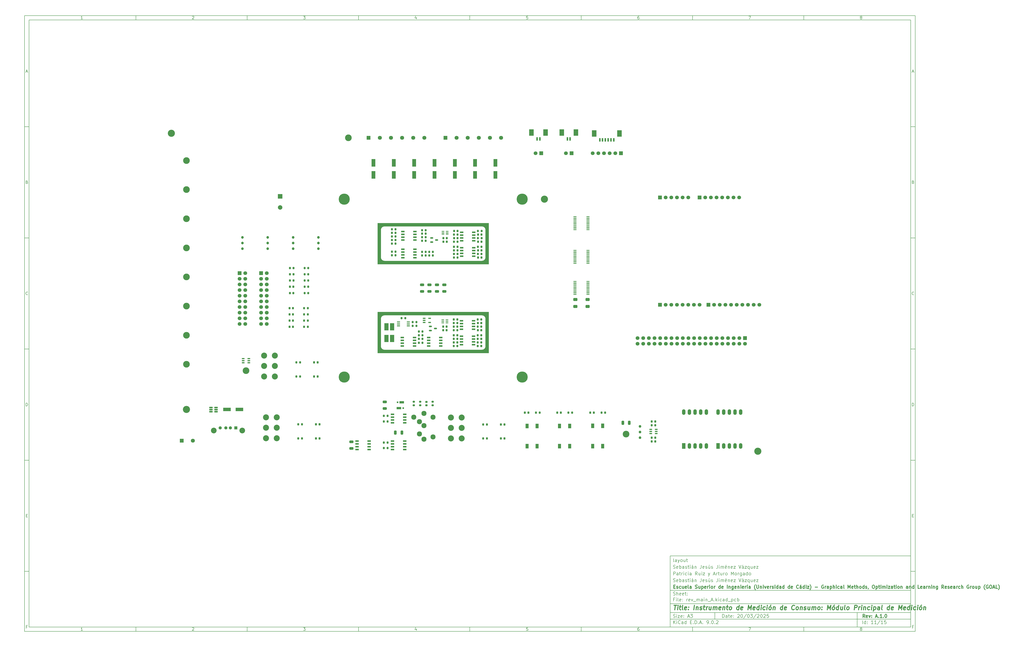
<source format=gbr>
%TF.GenerationSoftware,KiCad,Pcbnew,9.0.2*%
%TF.CreationDate,2025-11-09T22:55:19+01:00*%
%TF.ProjectId,rev_main_A,7265765f-6d61-4696-9e5f-412e6b696361,A.1.0*%
%TF.SameCoordinates,Original*%
%TF.FileFunction,Soldermask,Top*%
%TF.FilePolarity,Negative*%
%FSLAX46Y46*%
G04 Gerber Fmt 4.6, Leading zero omitted, Abs format (unit mm)*
G04 Created by KiCad (PCBNEW 9.0.2) date 2025-11-09 22:55:19*
%MOMM*%
%LPD*%
G01*
G04 APERTURE LIST*
G04 Aperture macros list*
%AMRoundRect*
0 Rectangle with rounded corners*
0 $1 Rounding radius*
0 $2 $3 $4 $5 $6 $7 $8 $9 X,Y pos of 4 corners*
0 Add a 4 corners polygon primitive as box body*
4,1,4,$2,$3,$4,$5,$6,$7,$8,$9,$2,$3,0*
0 Add four circle primitives for the rounded corners*
1,1,$1+$1,$2,$3*
1,1,$1+$1,$4,$5*
1,1,$1+$1,$6,$7*
1,1,$1+$1,$8,$9*
0 Add four rect primitives between the rounded corners*
20,1,$1+$1,$2,$3,$4,$5,0*
20,1,$1+$1,$4,$5,$6,$7,0*
20,1,$1+$1,$6,$7,$8,$9,0*
20,1,$1+$1,$8,$9,$2,$3,0*%
G04 Aperture macros list end*
%ADD10C,0.100000*%
%ADD11C,0.150000*%
%ADD12C,0.300000*%
%ADD13C,0.400000*%
%ADD14C,1.500000*%
%ADD15RoundRect,0.200000X-0.200000X-0.275000X0.200000X-0.275000X0.200000X0.275000X-0.200000X0.275000X0*%
%ADD16C,3.200000*%
%ADD17RoundRect,0.225000X-0.225000X-0.250000X0.225000X-0.250000X0.225000X0.250000X-0.225000X0.250000X0*%
%ADD18R,1.525000X0.650000*%
%ADD19C,3.000000*%
%ADD20RoundRect,0.200000X0.200000X0.275000X-0.200000X0.275000X-0.200000X-0.275000X0.200000X-0.275000X0*%
%ADD21R,1.700000X1.700000*%
%ADD22C,1.700000*%
%ADD23R,1.800000X3.500000*%
%ADD24R,1.528000X0.650000*%
%ADD25R,1.500000X18.500000*%
%ADD26R,50.000000X1.500000*%
%ADD27C,1.200000*%
%ADD28R,0.800000X1.600000*%
%ADD29R,2.100000X3.000000*%
%ADD30RoundRect,0.218750X-0.218750X-0.256250X0.218750X-0.256250X0.218750X0.256250X-0.218750X0.256250X0*%
%ADD31RoundRect,0.200000X0.275000X-0.200000X0.275000X0.200000X-0.275000X0.200000X-0.275000X-0.200000X0*%
%ADD32RoundRect,0.225000X0.225000X0.250000X-0.225000X0.250000X-0.225000X-0.250000X0.225000X-0.250000X0*%
%ADD33RoundRect,0.218750X0.218750X0.256250X-0.218750X0.256250X-0.218750X-0.256250X0.218750X-0.256250X0*%
%ADD34R,1.200000X0.600000*%
%ADD35RoundRect,0.225000X-0.250000X0.225000X-0.250000X-0.225000X0.250000X-0.225000X0.250000X0.225000X0*%
%ADD36R,1.431000X1.431000*%
%ADD37C,1.431000*%
%ADD38C,2.565000*%
%ADD39R,3.500000X1.600000*%
%ADD40R,1.475000X0.450000*%
%ADD41C,2.300000*%
%ADD42R,1.400000X2.100000*%
%ADD43C,2.700000*%
%ADD44RoundRect,0.250000X-0.650000X0.412500X-0.650000X-0.412500X0.650000X-0.412500X0.650000X0.412500X0*%
%ADD45R,1.800000X1.800000*%
%ADD46C,1.800000*%
%ADD47RoundRect,0.250000X0.650000X-0.325000X0.650000X0.325000X-0.650000X0.325000X-0.650000X-0.325000X0*%
%ADD48R,1.400000X0.450000*%
%ADD49R,1.524000X2.524000*%
%ADD50O,1.524000X2.524000*%
%ADD51RoundRect,0.250000X0.325000X0.650000X-0.325000X0.650000X-0.325000X-0.650000X0.325000X-0.650000X0*%
%ADD52C,5.000000*%
%ADD53R,1.250000X0.600000*%
%ADD54R,2.000000X2.000000*%
%ADD55C,2.000000*%
%ADD56R,2.000000X1.100000*%
%ADD57R,0.800000X0.800000*%
%ADD58RoundRect,0.150000X-0.650000X-0.150000X0.650000X-0.150000X0.650000X0.150000X-0.650000X0.150000X0*%
%ADD59RoundRect,0.200000X-0.275000X0.200000X-0.275000X-0.200000X0.275000X-0.200000X0.275000X0.200000X0*%
%ADD60RoundRect,0.250000X-0.325000X-0.650000X0.325000X-0.650000X0.325000X0.650000X-0.325000X0.650000X0*%
%ADD61RoundRect,0.150000X-0.512500X-0.150000X0.512500X-0.150000X0.512500X0.150000X-0.512500X0.150000X0*%
%ADD62RoundRect,0.250000X-0.650000X0.325000X-0.650000X-0.325000X0.650000X-0.325000X0.650000X0.325000X0*%
%ADD63R,1.900000X3.250000*%
%ADD64R,1.200000X0.400000*%
G04 APERTURE END LIST*
D10*
D11*
X299989000Y-253002200D02*
X407989000Y-253002200D01*
X407989000Y-285002200D01*
X299989000Y-285002200D01*
X299989000Y-253002200D01*
D10*
D11*
X10000000Y-10000000D02*
X409989000Y-10000000D01*
X409989000Y-287002200D01*
X10000000Y-287002200D01*
X10000000Y-10000000D01*
D10*
D11*
X12000000Y-12000000D02*
X407989000Y-12000000D01*
X407989000Y-285002200D01*
X12000000Y-285002200D01*
X12000000Y-12000000D01*
D10*
D11*
X60000000Y-12000000D02*
X60000000Y-10000000D01*
D10*
D11*
X110000000Y-12000000D02*
X110000000Y-10000000D01*
D10*
D11*
X160000000Y-12000000D02*
X160000000Y-10000000D01*
D10*
D11*
X210000000Y-12000000D02*
X210000000Y-10000000D01*
D10*
D11*
X260000000Y-12000000D02*
X260000000Y-10000000D01*
D10*
D11*
X310000000Y-12000000D02*
X310000000Y-10000000D01*
D10*
D11*
X360000000Y-12000000D02*
X360000000Y-10000000D01*
D10*
D11*
X36089160Y-11593604D02*
X35346303Y-11593604D01*
X35717731Y-11593604D02*
X35717731Y-10293604D01*
X35717731Y-10293604D02*
X35593922Y-10479319D01*
X35593922Y-10479319D02*
X35470112Y-10603128D01*
X35470112Y-10603128D02*
X35346303Y-10665033D01*
D10*
D11*
X85346303Y-10417414D02*
X85408207Y-10355509D01*
X85408207Y-10355509D02*
X85532017Y-10293604D01*
X85532017Y-10293604D02*
X85841541Y-10293604D01*
X85841541Y-10293604D02*
X85965350Y-10355509D01*
X85965350Y-10355509D02*
X86027255Y-10417414D01*
X86027255Y-10417414D02*
X86089160Y-10541223D01*
X86089160Y-10541223D02*
X86089160Y-10665033D01*
X86089160Y-10665033D02*
X86027255Y-10850747D01*
X86027255Y-10850747D02*
X85284398Y-11593604D01*
X85284398Y-11593604D02*
X86089160Y-11593604D01*
D10*
D11*
X135284398Y-10293604D02*
X136089160Y-10293604D01*
X136089160Y-10293604D02*
X135655826Y-10788842D01*
X135655826Y-10788842D02*
X135841541Y-10788842D01*
X135841541Y-10788842D02*
X135965350Y-10850747D01*
X135965350Y-10850747D02*
X136027255Y-10912652D01*
X136027255Y-10912652D02*
X136089160Y-11036461D01*
X136089160Y-11036461D02*
X136089160Y-11345985D01*
X136089160Y-11345985D02*
X136027255Y-11469795D01*
X136027255Y-11469795D02*
X135965350Y-11531700D01*
X135965350Y-11531700D02*
X135841541Y-11593604D01*
X135841541Y-11593604D02*
X135470112Y-11593604D01*
X135470112Y-11593604D02*
X135346303Y-11531700D01*
X135346303Y-11531700D02*
X135284398Y-11469795D01*
D10*
D11*
X185965350Y-10726938D02*
X185965350Y-11593604D01*
X185655826Y-10231700D02*
X185346303Y-11160271D01*
X185346303Y-11160271D02*
X186151064Y-11160271D01*
D10*
D11*
X236027255Y-10293604D02*
X235408207Y-10293604D01*
X235408207Y-10293604D02*
X235346303Y-10912652D01*
X235346303Y-10912652D02*
X235408207Y-10850747D01*
X235408207Y-10850747D02*
X235532017Y-10788842D01*
X235532017Y-10788842D02*
X235841541Y-10788842D01*
X235841541Y-10788842D02*
X235965350Y-10850747D01*
X235965350Y-10850747D02*
X236027255Y-10912652D01*
X236027255Y-10912652D02*
X236089160Y-11036461D01*
X236089160Y-11036461D02*
X236089160Y-11345985D01*
X236089160Y-11345985D02*
X236027255Y-11469795D01*
X236027255Y-11469795D02*
X235965350Y-11531700D01*
X235965350Y-11531700D02*
X235841541Y-11593604D01*
X235841541Y-11593604D02*
X235532017Y-11593604D01*
X235532017Y-11593604D02*
X235408207Y-11531700D01*
X235408207Y-11531700D02*
X235346303Y-11469795D01*
D10*
D11*
X285965350Y-10293604D02*
X285717731Y-10293604D01*
X285717731Y-10293604D02*
X285593922Y-10355509D01*
X285593922Y-10355509D02*
X285532017Y-10417414D01*
X285532017Y-10417414D02*
X285408207Y-10603128D01*
X285408207Y-10603128D02*
X285346303Y-10850747D01*
X285346303Y-10850747D02*
X285346303Y-11345985D01*
X285346303Y-11345985D02*
X285408207Y-11469795D01*
X285408207Y-11469795D02*
X285470112Y-11531700D01*
X285470112Y-11531700D02*
X285593922Y-11593604D01*
X285593922Y-11593604D02*
X285841541Y-11593604D01*
X285841541Y-11593604D02*
X285965350Y-11531700D01*
X285965350Y-11531700D02*
X286027255Y-11469795D01*
X286027255Y-11469795D02*
X286089160Y-11345985D01*
X286089160Y-11345985D02*
X286089160Y-11036461D01*
X286089160Y-11036461D02*
X286027255Y-10912652D01*
X286027255Y-10912652D02*
X285965350Y-10850747D01*
X285965350Y-10850747D02*
X285841541Y-10788842D01*
X285841541Y-10788842D02*
X285593922Y-10788842D01*
X285593922Y-10788842D02*
X285470112Y-10850747D01*
X285470112Y-10850747D02*
X285408207Y-10912652D01*
X285408207Y-10912652D02*
X285346303Y-11036461D01*
D10*
D11*
X335284398Y-10293604D02*
X336151064Y-10293604D01*
X336151064Y-10293604D02*
X335593922Y-11593604D01*
D10*
D11*
X385593922Y-10850747D02*
X385470112Y-10788842D01*
X385470112Y-10788842D02*
X385408207Y-10726938D01*
X385408207Y-10726938D02*
X385346303Y-10603128D01*
X385346303Y-10603128D02*
X385346303Y-10541223D01*
X385346303Y-10541223D02*
X385408207Y-10417414D01*
X385408207Y-10417414D02*
X385470112Y-10355509D01*
X385470112Y-10355509D02*
X385593922Y-10293604D01*
X385593922Y-10293604D02*
X385841541Y-10293604D01*
X385841541Y-10293604D02*
X385965350Y-10355509D01*
X385965350Y-10355509D02*
X386027255Y-10417414D01*
X386027255Y-10417414D02*
X386089160Y-10541223D01*
X386089160Y-10541223D02*
X386089160Y-10603128D01*
X386089160Y-10603128D02*
X386027255Y-10726938D01*
X386027255Y-10726938D02*
X385965350Y-10788842D01*
X385965350Y-10788842D02*
X385841541Y-10850747D01*
X385841541Y-10850747D02*
X385593922Y-10850747D01*
X385593922Y-10850747D02*
X385470112Y-10912652D01*
X385470112Y-10912652D02*
X385408207Y-10974557D01*
X385408207Y-10974557D02*
X385346303Y-11098366D01*
X385346303Y-11098366D02*
X385346303Y-11345985D01*
X385346303Y-11345985D02*
X385408207Y-11469795D01*
X385408207Y-11469795D02*
X385470112Y-11531700D01*
X385470112Y-11531700D02*
X385593922Y-11593604D01*
X385593922Y-11593604D02*
X385841541Y-11593604D01*
X385841541Y-11593604D02*
X385965350Y-11531700D01*
X385965350Y-11531700D02*
X386027255Y-11469795D01*
X386027255Y-11469795D02*
X386089160Y-11345985D01*
X386089160Y-11345985D02*
X386089160Y-11098366D01*
X386089160Y-11098366D02*
X386027255Y-10974557D01*
X386027255Y-10974557D02*
X385965350Y-10912652D01*
X385965350Y-10912652D02*
X385841541Y-10850747D01*
D10*
D11*
X60000000Y-285002200D02*
X60000000Y-287002200D01*
D10*
D11*
X110000000Y-285002200D02*
X110000000Y-287002200D01*
D10*
D11*
X160000000Y-285002200D02*
X160000000Y-287002200D01*
D10*
D11*
X210000000Y-285002200D02*
X210000000Y-287002200D01*
D10*
D11*
X260000000Y-285002200D02*
X260000000Y-287002200D01*
D10*
D11*
X310000000Y-285002200D02*
X310000000Y-287002200D01*
D10*
D11*
X360000000Y-285002200D02*
X360000000Y-287002200D01*
D10*
D11*
X36089160Y-286595804D02*
X35346303Y-286595804D01*
X35717731Y-286595804D02*
X35717731Y-285295804D01*
X35717731Y-285295804D02*
X35593922Y-285481519D01*
X35593922Y-285481519D02*
X35470112Y-285605328D01*
X35470112Y-285605328D02*
X35346303Y-285667233D01*
D10*
D11*
X85346303Y-285419614D02*
X85408207Y-285357709D01*
X85408207Y-285357709D02*
X85532017Y-285295804D01*
X85532017Y-285295804D02*
X85841541Y-285295804D01*
X85841541Y-285295804D02*
X85965350Y-285357709D01*
X85965350Y-285357709D02*
X86027255Y-285419614D01*
X86027255Y-285419614D02*
X86089160Y-285543423D01*
X86089160Y-285543423D02*
X86089160Y-285667233D01*
X86089160Y-285667233D02*
X86027255Y-285852947D01*
X86027255Y-285852947D02*
X85284398Y-286595804D01*
X85284398Y-286595804D02*
X86089160Y-286595804D01*
D10*
D11*
X135284398Y-285295804D02*
X136089160Y-285295804D01*
X136089160Y-285295804D02*
X135655826Y-285791042D01*
X135655826Y-285791042D02*
X135841541Y-285791042D01*
X135841541Y-285791042D02*
X135965350Y-285852947D01*
X135965350Y-285852947D02*
X136027255Y-285914852D01*
X136027255Y-285914852D02*
X136089160Y-286038661D01*
X136089160Y-286038661D02*
X136089160Y-286348185D01*
X136089160Y-286348185D02*
X136027255Y-286471995D01*
X136027255Y-286471995D02*
X135965350Y-286533900D01*
X135965350Y-286533900D02*
X135841541Y-286595804D01*
X135841541Y-286595804D02*
X135470112Y-286595804D01*
X135470112Y-286595804D02*
X135346303Y-286533900D01*
X135346303Y-286533900D02*
X135284398Y-286471995D01*
D10*
D11*
X185965350Y-285729138D02*
X185965350Y-286595804D01*
X185655826Y-285233900D02*
X185346303Y-286162471D01*
X185346303Y-286162471D02*
X186151064Y-286162471D01*
D10*
D11*
X236027255Y-285295804D02*
X235408207Y-285295804D01*
X235408207Y-285295804D02*
X235346303Y-285914852D01*
X235346303Y-285914852D02*
X235408207Y-285852947D01*
X235408207Y-285852947D02*
X235532017Y-285791042D01*
X235532017Y-285791042D02*
X235841541Y-285791042D01*
X235841541Y-285791042D02*
X235965350Y-285852947D01*
X235965350Y-285852947D02*
X236027255Y-285914852D01*
X236027255Y-285914852D02*
X236089160Y-286038661D01*
X236089160Y-286038661D02*
X236089160Y-286348185D01*
X236089160Y-286348185D02*
X236027255Y-286471995D01*
X236027255Y-286471995D02*
X235965350Y-286533900D01*
X235965350Y-286533900D02*
X235841541Y-286595804D01*
X235841541Y-286595804D02*
X235532017Y-286595804D01*
X235532017Y-286595804D02*
X235408207Y-286533900D01*
X235408207Y-286533900D02*
X235346303Y-286471995D01*
D10*
D11*
X285965350Y-285295804D02*
X285717731Y-285295804D01*
X285717731Y-285295804D02*
X285593922Y-285357709D01*
X285593922Y-285357709D02*
X285532017Y-285419614D01*
X285532017Y-285419614D02*
X285408207Y-285605328D01*
X285408207Y-285605328D02*
X285346303Y-285852947D01*
X285346303Y-285852947D02*
X285346303Y-286348185D01*
X285346303Y-286348185D02*
X285408207Y-286471995D01*
X285408207Y-286471995D02*
X285470112Y-286533900D01*
X285470112Y-286533900D02*
X285593922Y-286595804D01*
X285593922Y-286595804D02*
X285841541Y-286595804D01*
X285841541Y-286595804D02*
X285965350Y-286533900D01*
X285965350Y-286533900D02*
X286027255Y-286471995D01*
X286027255Y-286471995D02*
X286089160Y-286348185D01*
X286089160Y-286348185D02*
X286089160Y-286038661D01*
X286089160Y-286038661D02*
X286027255Y-285914852D01*
X286027255Y-285914852D02*
X285965350Y-285852947D01*
X285965350Y-285852947D02*
X285841541Y-285791042D01*
X285841541Y-285791042D02*
X285593922Y-285791042D01*
X285593922Y-285791042D02*
X285470112Y-285852947D01*
X285470112Y-285852947D02*
X285408207Y-285914852D01*
X285408207Y-285914852D02*
X285346303Y-286038661D01*
D10*
D11*
X335284398Y-285295804D02*
X336151064Y-285295804D01*
X336151064Y-285295804D02*
X335593922Y-286595804D01*
D10*
D11*
X385593922Y-285852947D02*
X385470112Y-285791042D01*
X385470112Y-285791042D02*
X385408207Y-285729138D01*
X385408207Y-285729138D02*
X385346303Y-285605328D01*
X385346303Y-285605328D02*
X385346303Y-285543423D01*
X385346303Y-285543423D02*
X385408207Y-285419614D01*
X385408207Y-285419614D02*
X385470112Y-285357709D01*
X385470112Y-285357709D02*
X385593922Y-285295804D01*
X385593922Y-285295804D02*
X385841541Y-285295804D01*
X385841541Y-285295804D02*
X385965350Y-285357709D01*
X385965350Y-285357709D02*
X386027255Y-285419614D01*
X386027255Y-285419614D02*
X386089160Y-285543423D01*
X386089160Y-285543423D02*
X386089160Y-285605328D01*
X386089160Y-285605328D02*
X386027255Y-285729138D01*
X386027255Y-285729138D02*
X385965350Y-285791042D01*
X385965350Y-285791042D02*
X385841541Y-285852947D01*
X385841541Y-285852947D02*
X385593922Y-285852947D01*
X385593922Y-285852947D02*
X385470112Y-285914852D01*
X385470112Y-285914852D02*
X385408207Y-285976757D01*
X385408207Y-285976757D02*
X385346303Y-286100566D01*
X385346303Y-286100566D02*
X385346303Y-286348185D01*
X385346303Y-286348185D02*
X385408207Y-286471995D01*
X385408207Y-286471995D02*
X385470112Y-286533900D01*
X385470112Y-286533900D02*
X385593922Y-286595804D01*
X385593922Y-286595804D02*
X385841541Y-286595804D01*
X385841541Y-286595804D02*
X385965350Y-286533900D01*
X385965350Y-286533900D02*
X386027255Y-286471995D01*
X386027255Y-286471995D02*
X386089160Y-286348185D01*
X386089160Y-286348185D02*
X386089160Y-286100566D01*
X386089160Y-286100566D02*
X386027255Y-285976757D01*
X386027255Y-285976757D02*
X385965350Y-285914852D01*
X385965350Y-285914852D02*
X385841541Y-285852947D01*
D10*
D11*
X10000000Y-60000000D02*
X12000000Y-60000000D01*
D10*
D11*
X10000000Y-110000000D02*
X12000000Y-110000000D01*
D10*
D11*
X10000000Y-160000000D02*
X12000000Y-160000000D01*
D10*
D11*
X10000000Y-210000000D02*
X12000000Y-210000000D01*
D10*
D11*
X10000000Y-260000000D02*
X12000000Y-260000000D01*
D10*
D11*
X10690476Y-35222176D02*
X11309523Y-35222176D01*
X10566666Y-35593604D02*
X10999999Y-34293604D01*
X10999999Y-34293604D02*
X11433333Y-35593604D01*
D10*
D11*
X11092857Y-84912652D02*
X11278571Y-84974557D01*
X11278571Y-84974557D02*
X11340476Y-85036461D01*
X11340476Y-85036461D02*
X11402380Y-85160271D01*
X11402380Y-85160271D02*
X11402380Y-85345985D01*
X11402380Y-85345985D02*
X11340476Y-85469795D01*
X11340476Y-85469795D02*
X11278571Y-85531700D01*
X11278571Y-85531700D02*
X11154761Y-85593604D01*
X11154761Y-85593604D02*
X10659523Y-85593604D01*
X10659523Y-85593604D02*
X10659523Y-84293604D01*
X10659523Y-84293604D02*
X11092857Y-84293604D01*
X11092857Y-84293604D02*
X11216666Y-84355509D01*
X11216666Y-84355509D02*
X11278571Y-84417414D01*
X11278571Y-84417414D02*
X11340476Y-84541223D01*
X11340476Y-84541223D02*
X11340476Y-84665033D01*
X11340476Y-84665033D02*
X11278571Y-84788842D01*
X11278571Y-84788842D02*
X11216666Y-84850747D01*
X11216666Y-84850747D02*
X11092857Y-84912652D01*
X11092857Y-84912652D02*
X10659523Y-84912652D01*
D10*
D11*
X11402380Y-135469795D02*
X11340476Y-135531700D01*
X11340476Y-135531700D02*
X11154761Y-135593604D01*
X11154761Y-135593604D02*
X11030952Y-135593604D01*
X11030952Y-135593604D02*
X10845238Y-135531700D01*
X10845238Y-135531700D02*
X10721428Y-135407890D01*
X10721428Y-135407890D02*
X10659523Y-135284080D01*
X10659523Y-135284080D02*
X10597619Y-135036461D01*
X10597619Y-135036461D02*
X10597619Y-134850747D01*
X10597619Y-134850747D02*
X10659523Y-134603128D01*
X10659523Y-134603128D02*
X10721428Y-134479319D01*
X10721428Y-134479319D02*
X10845238Y-134355509D01*
X10845238Y-134355509D02*
X11030952Y-134293604D01*
X11030952Y-134293604D02*
X11154761Y-134293604D01*
X11154761Y-134293604D02*
X11340476Y-134355509D01*
X11340476Y-134355509D02*
X11402380Y-134417414D01*
D10*
D11*
X10659523Y-185593604D02*
X10659523Y-184293604D01*
X10659523Y-184293604D02*
X10969047Y-184293604D01*
X10969047Y-184293604D02*
X11154761Y-184355509D01*
X11154761Y-184355509D02*
X11278571Y-184479319D01*
X11278571Y-184479319D02*
X11340476Y-184603128D01*
X11340476Y-184603128D02*
X11402380Y-184850747D01*
X11402380Y-184850747D02*
X11402380Y-185036461D01*
X11402380Y-185036461D02*
X11340476Y-185284080D01*
X11340476Y-185284080D02*
X11278571Y-185407890D01*
X11278571Y-185407890D02*
X11154761Y-185531700D01*
X11154761Y-185531700D02*
X10969047Y-185593604D01*
X10969047Y-185593604D02*
X10659523Y-185593604D01*
D10*
D11*
X10721428Y-234912652D02*
X11154762Y-234912652D01*
X11340476Y-235593604D02*
X10721428Y-235593604D01*
X10721428Y-235593604D02*
X10721428Y-234293604D01*
X10721428Y-234293604D02*
X11340476Y-234293604D01*
D10*
D11*
X11185714Y-284912652D02*
X10752380Y-284912652D01*
X10752380Y-285593604D02*
X10752380Y-284293604D01*
X10752380Y-284293604D02*
X11371428Y-284293604D01*
D10*
D11*
X409989000Y-60000000D02*
X407989000Y-60000000D01*
D10*
D11*
X409989000Y-110000000D02*
X407989000Y-110000000D01*
D10*
D11*
X409989000Y-160000000D02*
X407989000Y-160000000D01*
D10*
D11*
X409989000Y-210000000D02*
X407989000Y-210000000D01*
D10*
D11*
X409989000Y-260000000D02*
X407989000Y-260000000D01*
D10*
D11*
X408679476Y-35222176D02*
X409298523Y-35222176D01*
X408555666Y-35593604D02*
X408988999Y-34293604D01*
X408988999Y-34293604D02*
X409422333Y-35593604D01*
D10*
D11*
X409081857Y-84912652D02*
X409267571Y-84974557D01*
X409267571Y-84974557D02*
X409329476Y-85036461D01*
X409329476Y-85036461D02*
X409391380Y-85160271D01*
X409391380Y-85160271D02*
X409391380Y-85345985D01*
X409391380Y-85345985D02*
X409329476Y-85469795D01*
X409329476Y-85469795D02*
X409267571Y-85531700D01*
X409267571Y-85531700D02*
X409143761Y-85593604D01*
X409143761Y-85593604D02*
X408648523Y-85593604D01*
X408648523Y-85593604D02*
X408648523Y-84293604D01*
X408648523Y-84293604D02*
X409081857Y-84293604D01*
X409081857Y-84293604D02*
X409205666Y-84355509D01*
X409205666Y-84355509D02*
X409267571Y-84417414D01*
X409267571Y-84417414D02*
X409329476Y-84541223D01*
X409329476Y-84541223D02*
X409329476Y-84665033D01*
X409329476Y-84665033D02*
X409267571Y-84788842D01*
X409267571Y-84788842D02*
X409205666Y-84850747D01*
X409205666Y-84850747D02*
X409081857Y-84912652D01*
X409081857Y-84912652D02*
X408648523Y-84912652D01*
D10*
D11*
X409391380Y-135469795D02*
X409329476Y-135531700D01*
X409329476Y-135531700D02*
X409143761Y-135593604D01*
X409143761Y-135593604D02*
X409019952Y-135593604D01*
X409019952Y-135593604D02*
X408834238Y-135531700D01*
X408834238Y-135531700D02*
X408710428Y-135407890D01*
X408710428Y-135407890D02*
X408648523Y-135284080D01*
X408648523Y-135284080D02*
X408586619Y-135036461D01*
X408586619Y-135036461D02*
X408586619Y-134850747D01*
X408586619Y-134850747D02*
X408648523Y-134603128D01*
X408648523Y-134603128D02*
X408710428Y-134479319D01*
X408710428Y-134479319D02*
X408834238Y-134355509D01*
X408834238Y-134355509D02*
X409019952Y-134293604D01*
X409019952Y-134293604D02*
X409143761Y-134293604D01*
X409143761Y-134293604D02*
X409329476Y-134355509D01*
X409329476Y-134355509D02*
X409391380Y-134417414D01*
D10*
D11*
X408648523Y-185593604D02*
X408648523Y-184293604D01*
X408648523Y-184293604D02*
X408958047Y-184293604D01*
X408958047Y-184293604D02*
X409143761Y-184355509D01*
X409143761Y-184355509D02*
X409267571Y-184479319D01*
X409267571Y-184479319D02*
X409329476Y-184603128D01*
X409329476Y-184603128D02*
X409391380Y-184850747D01*
X409391380Y-184850747D02*
X409391380Y-185036461D01*
X409391380Y-185036461D02*
X409329476Y-185284080D01*
X409329476Y-185284080D02*
X409267571Y-185407890D01*
X409267571Y-185407890D02*
X409143761Y-185531700D01*
X409143761Y-185531700D02*
X408958047Y-185593604D01*
X408958047Y-185593604D02*
X408648523Y-185593604D01*
D10*
D11*
X408710428Y-234912652D02*
X409143762Y-234912652D01*
X409329476Y-235593604D02*
X408710428Y-235593604D01*
X408710428Y-235593604D02*
X408710428Y-234293604D01*
X408710428Y-234293604D02*
X409329476Y-234293604D01*
D10*
D11*
X409174714Y-284912652D02*
X408741380Y-284912652D01*
X408741380Y-285593604D02*
X408741380Y-284293604D01*
X408741380Y-284293604D02*
X409360428Y-284293604D01*
D10*
D11*
X323444826Y-280788328D02*
X323444826Y-279288328D01*
X323444826Y-279288328D02*
X323801969Y-279288328D01*
X323801969Y-279288328D02*
X324016255Y-279359757D01*
X324016255Y-279359757D02*
X324159112Y-279502614D01*
X324159112Y-279502614D02*
X324230541Y-279645471D01*
X324230541Y-279645471D02*
X324301969Y-279931185D01*
X324301969Y-279931185D02*
X324301969Y-280145471D01*
X324301969Y-280145471D02*
X324230541Y-280431185D01*
X324230541Y-280431185D02*
X324159112Y-280574042D01*
X324159112Y-280574042D02*
X324016255Y-280716900D01*
X324016255Y-280716900D02*
X323801969Y-280788328D01*
X323801969Y-280788328D02*
X323444826Y-280788328D01*
X325587684Y-280788328D02*
X325587684Y-280002614D01*
X325587684Y-280002614D02*
X325516255Y-279859757D01*
X325516255Y-279859757D02*
X325373398Y-279788328D01*
X325373398Y-279788328D02*
X325087684Y-279788328D01*
X325087684Y-279788328D02*
X324944826Y-279859757D01*
X325587684Y-280716900D02*
X325444826Y-280788328D01*
X325444826Y-280788328D02*
X325087684Y-280788328D01*
X325087684Y-280788328D02*
X324944826Y-280716900D01*
X324944826Y-280716900D02*
X324873398Y-280574042D01*
X324873398Y-280574042D02*
X324873398Y-280431185D01*
X324873398Y-280431185D02*
X324944826Y-280288328D01*
X324944826Y-280288328D02*
X325087684Y-280216900D01*
X325087684Y-280216900D02*
X325444826Y-280216900D01*
X325444826Y-280216900D02*
X325587684Y-280145471D01*
X326087684Y-279788328D02*
X326659112Y-279788328D01*
X326301969Y-279288328D02*
X326301969Y-280574042D01*
X326301969Y-280574042D02*
X326373398Y-280716900D01*
X326373398Y-280716900D02*
X326516255Y-280788328D01*
X326516255Y-280788328D02*
X326659112Y-280788328D01*
X327730541Y-280716900D02*
X327587684Y-280788328D01*
X327587684Y-280788328D02*
X327301970Y-280788328D01*
X327301970Y-280788328D02*
X327159112Y-280716900D01*
X327159112Y-280716900D02*
X327087684Y-280574042D01*
X327087684Y-280574042D02*
X327087684Y-280002614D01*
X327087684Y-280002614D02*
X327159112Y-279859757D01*
X327159112Y-279859757D02*
X327301970Y-279788328D01*
X327301970Y-279788328D02*
X327587684Y-279788328D01*
X327587684Y-279788328D02*
X327730541Y-279859757D01*
X327730541Y-279859757D02*
X327801970Y-280002614D01*
X327801970Y-280002614D02*
X327801970Y-280145471D01*
X327801970Y-280145471D02*
X327087684Y-280288328D01*
X328444826Y-280645471D02*
X328516255Y-280716900D01*
X328516255Y-280716900D02*
X328444826Y-280788328D01*
X328444826Y-280788328D02*
X328373398Y-280716900D01*
X328373398Y-280716900D02*
X328444826Y-280645471D01*
X328444826Y-280645471D02*
X328444826Y-280788328D01*
X328444826Y-279859757D02*
X328516255Y-279931185D01*
X328516255Y-279931185D02*
X328444826Y-280002614D01*
X328444826Y-280002614D02*
X328373398Y-279931185D01*
X328373398Y-279931185D02*
X328444826Y-279859757D01*
X328444826Y-279859757D02*
X328444826Y-280002614D01*
X330230541Y-279431185D02*
X330301969Y-279359757D01*
X330301969Y-279359757D02*
X330444827Y-279288328D01*
X330444827Y-279288328D02*
X330801969Y-279288328D01*
X330801969Y-279288328D02*
X330944827Y-279359757D01*
X330944827Y-279359757D02*
X331016255Y-279431185D01*
X331016255Y-279431185D02*
X331087684Y-279574042D01*
X331087684Y-279574042D02*
X331087684Y-279716900D01*
X331087684Y-279716900D02*
X331016255Y-279931185D01*
X331016255Y-279931185D02*
X330159112Y-280788328D01*
X330159112Y-280788328D02*
X331087684Y-280788328D01*
X332016255Y-279288328D02*
X332159112Y-279288328D01*
X332159112Y-279288328D02*
X332301969Y-279359757D01*
X332301969Y-279359757D02*
X332373398Y-279431185D01*
X332373398Y-279431185D02*
X332444826Y-279574042D01*
X332444826Y-279574042D02*
X332516255Y-279859757D01*
X332516255Y-279859757D02*
X332516255Y-280216900D01*
X332516255Y-280216900D02*
X332444826Y-280502614D01*
X332444826Y-280502614D02*
X332373398Y-280645471D01*
X332373398Y-280645471D02*
X332301969Y-280716900D01*
X332301969Y-280716900D02*
X332159112Y-280788328D01*
X332159112Y-280788328D02*
X332016255Y-280788328D01*
X332016255Y-280788328D02*
X331873398Y-280716900D01*
X331873398Y-280716900D02*
X331801969Y-280645471D01*
X331801969Y-280645471D02*
X331730540Y-280502614D01*
X331730540Y-280502614D02*
X331659112Y-280216900D01*
X331659112Y-280216900D02*
X331659112Y-279859757D01*
X331659112Y-279859757D02*
X331730540Y-279574042D01*
X331730540Y-279574042D02*
X331801969Y-279431185D01*
X331801969Y-279431185D02*
X331873398Y-279359757D01*
X331873398Y-279359757D02*
X332016255Y-279288328D01*
X334230540Y-279216900D02*
X332944826Y-281145471D01*
X335016255Y-279288328D02*
X335159112Y-279288328D01*
X335159112Y-279288328D02*
X335301969Y-279359757D01*
X335301969Y-279359757D02*
X335373398Y-279431185D01*
X335373398Y-279431185D02*
X335444826Y-279574042D01*
X335444826Y-279574042D02*
X335516255Y-279859757D01*
X335516255Y-279859757D02*
X335516255Y-280216900D01*
X335516255Y-280216900D02*
X335444826Y-280502614D01*
X335444826Y-280502614D02*
X335373398Y-280645471D01*
X335373398Y-280645471D02*
X335301969Y-280716900D01*
X335301969Y-280716900D02*
X335159112Y-280788328D01*
X335159112Y-280788328D02*
X335016255Y-280788328D01*
X335016255Y-280788328D02*
X334873398Y-280716900D01*
X334873398Y-280716900D02*
X334801969Y-280645471D01*
X334801969Y-280645471D02*
X334730540Y-280502614D01*
X334730540Y-280502614D02*
X334659112Y-280216900D01*
X334659112Y-280216900D02*
X334659112Y-279859757D01*
X334659112Y-279859757D02*
X334730540Y-279574042D01*
X334730540Y-279574042D02*
X334801969Y-279431185D01*
X334801969Y-279431185D02*
X334873398Y-279359757D01*
X334873398Y-279359757D02*
X335016255Y-279288328D01*
X336016254Y-279288328D02*
X336944826Y-279288328D01*
X336944826Y-279288328D02*
X336444826Y-279859757D01*
X336444826Y-279859757D02*
X336659111Y-279859757D01*
X336659111Y-279859757D02*
X336801969Y-279931185D01*
X336801969Y-279931185D02*
X336873397Y-280002614D01*
X336873397Y-280002614D02*
X336944826Y-280145471D01*
X336944826Y-280145471D02*
X336944826Y-280502614D01*
X336944826Y-280502614D02*
X336873397Y-280645471D01*
X336873397Y-280645471D02*
X336801969Y-280716900D01*
X336801969Y-280716900D02*
X336659111Y-280788328D01*
X336659111Y-280788328D02*
X336230540Y-280788328D01*
X336230540Y-280788328D02*
X336087683Y-280716900D01*
X336087683Y-280716900D02*
X336016254Y-280645471D01*
X338659111Y-279216900D02*
X337373397Y-281145471D01*
X339087683Y-279431185D02*
X339159111Y-279359757D01*
X339159111Y-279359757D02*
X339301969Y-279288328D01*
X339301969Y-279288328D02*
X339659111Y-279288328D01*
X339659111Y-279288328D02*
X339801969Y-279359757D01*
X339801969Y-279359757D02*
X339873397Y-279431185D01*
X339873397Y-279431185D02*
X339944826Y-279574042D01*
X339944826Y-279574042D02*
X339944826Y-279716900D01*
X339944826Y-279716900D02*
X339873397Y-279931185D01*
X339873397Y-279931185D02*
X339016254Y-280788328D01*
X339016254Y-280788328D02*
X339944826Y-280788328D01*
X340873397Y-279288328D02*
X341016254Y-279288328D01*
X341016254Y-279288328D02*
X341159111Y-279359757D01*
X341159111Y-279359757D02*
X341230540Y-279431185D01*
X341230540Y-279431185D02*
X341301968Y-279574042D01*
X341301968Y-279574042D02*
X341373397Y-279859757D01*
X341373397Y-279859757D02*
X341373397Y-280216900D01*
X341373397Y-280216900D02*
X341301968Y-280502614D01*
X341301968Y-280502614D02*
X341230540Y-280645471D01*
X341230540Y-280645471D02*
X341159111Y-280716900D01*
X341159111Y-280716900D02*
X341016254Y-280788328D01*
X341016254Y-280788328D02*
X340873397Y-280788328D01*
X340873397Y-280788328D02*
X340730540Y-280716900D01*
X340730540Y-280716900D02*
X340659111Y-280645471D01*
X340659111Y-280645471D02*
X340587682Y-280502614D01*
X340587682Y-280502614D02*
X340516254Y-280216900D01*
X340516254Y-280216900D02*
X340516254Y-279859757D01*
X340516254Y-279859757D02*
X340587682Y-279574042D01*
X340587682Y-279574042D02*
X340659111Y-279431185D01*
X340659111Y-279431185D02*
X340730540Y-279359757D01*
X340730540Y-279359757D02*
X340873397Y-279288328D01*
X341944825Y-279431185D02*
X342016253Y-279359757D01*
X342016253Y-279359757D02*
X342159111Y-279288328D01*
X342159111Y-279288328D02*
X342516253Y-279288328D01*
X342516253Y-279288328D02*
X342659111Y-279359757D01*
X342659111Y-279359757D02*
X342730539Y-279431185D01*
X342730539Y-279431185D02*
X342801968Y-279574042D01*
X342801968Y-279574042D02*
X342801968Y-279716900D01*
X342801968Y-279716900D02*
X342730539Y-279931185D01*
X342730539Y-279931185D02*
X341873396Y-280788328D01*
X341873396Y-280788328D02*
X342801968Y-280788328D01*
X344159110Y-279288328D02*
X343444824Y-279288328D01*
X343444824Y-279288328D02*
X343373396Y-280002614D01*
X343373396Y-280002614D02*
X343444824Y-279931185D01*
X343444824Y-279931185D02*
X343587682Y-279859757D01*
X343587682Y-279859757D02*
X343944824Y-279859757D01*
X343944824Y-279859757D02*
X344087682Y-279931185D01*
X344087682Y-279931185D02*
X344159110Y-280002614D01*
X344159110Y-280002614D02*
X344230539Y-280145471D01*
X344230539Y-280145471D02*
X344230539Y-280502614D01*
X344230539Y-280502614D02*
X344159110Y-280645471D01*
X344159110Y-280645471D02*
X344087682Y-280716900D01*
X344087682Y-280716900D02*
X343944824Y-280788328D01*
X343944824Y-280788328D02*
X343587682Y-280788328D01*
X343587682Y-280788328D02*
X343444824Y-280716900D01*
X343444824Y-280716900D02*
X343373396Y-280645471D01*
D10*
D11*
X299989000Y-281502200D02*
X407989000Y-281502200D01*
D10*
D11*
X301444826Y-283588328D02*
X301444826Y-282088328D01*
X302301969Y-283588328D02*
X301659112Y-282731185D01*
X302301969Y-282088328D02*
X301444826Y-282945471D01*
X302944826Y-283588328D02*
X302944826Y-282588328D01*
X302944826Y-282088328D02*
X302873398Y-282159757D01*
X302873398Y-282159757D02*
X302944826Y-282231185D01*
X302944826Y-282231185D02*
X303016255Y-282159757D01*
X303016255Y-282159757D02*
X302944826Y-282088328D01*
X302944826Y-282088328D02*
X302944826Y-282231185D01*
X304516255Y-283445471D02*
X304444827Y-283516900D01*
X304444827Y-283516900D02*
X304230541Y-283588328D01*
X304230541Y-283588328D02*
X304087684Y-283588328D01*
X304087684Y-283588328D02*
X303873398Y-283516900D01*
X303873398Y-283516900D02*
X303730541Y-283374042D01*
X303730541Y-283374042D02*
X303659112Y-283231185D01*
X303659112Y-283231185D02*
X303587684Y-282945471D01*
X303587684Y-282945471D02*
X303587684Y-282731185D01*
X303587684Y-282731185D02*
X303659112Y-282445471D01*
X303659112Y-282445471D02*
X303730541Y-282302614D01*
X303730541Y-282302614D02*
X303873398Y-282159757D01*
X303873398Y-282159757D02*
X304087684Y-282088328D01*
X304087684Y-282088328D02*
X304230541Y-282088328D01*
X304230541Y-282088328D02*
X304444827Y-282159757D01*
X304444827Y-282159757D02*
X304516255Y-282231185D01*
X305801970Y-283588328D02*
X305801970Y-282802614D01*
X305801970Y-282802614D02*
X305730541Y-282659757D01*
X305730541Y-282659757D02*
X305587684Y-282588328D01*
X305587684Y-282588328D02*
X305301970Y-282588328D01*
X305301970Y-282588328D02*
X305159112Y-282659757D01*
X305801970Y-283516900D02*
X305659112Y-283588328D01*
X305659112Y-283588328D02*
X305301970Y-283588328D01*
X305301970Y-283588328D02*
X305159112Y-283516900D01*
X305159112Y-283516900D02*
X305087684Y-283374042D01*
X305087684Y-283374042D02*
X305087684Y-283231185D01*
X305087684Y-283231185D02*
X305159112Y-283088328D01*
X305159112Y-283088328D02*
X305301970Y-283016900D01*
X305301970Y-283016900D02*
X305659112Y-283016900D01*
X305659112Y-283016900D02*
X305801970Y-282945471D01*
X307159113Y-283588328D02*
X307159113Y-282088328D01*
X307159113Y-283516900D02*
X307016255Y-283588328D01*
X307016255Y-283588328D02*
X306730541Y-283588328D01*
X306730541Y-283588328D02*
X306587684Y-283516900D01*
X306587684Y-283516900D02*
X306516255Y-283445471D01*
X306516255Y-283445471D02*
X306444827Y-283302614D01*
X306444827Y-283302614D02*
X306444827Y-282874042D01*
X306444827Y-282874042D02*
X306516255Y-282731185D01*
X306516255Y-282731185D02*
X306587684Y-282659757D01*
X306587684Y-282659757D02*
X306730541Y-282588328D01*
X306730541Y-282588328D02*
X307016255Y-282588328D01*
X307016255Y-282588328D02*
X307159113Y-282659757D01*
X309016255Y-282802614D02*
X309516255Y-282802614D01*
X309730541Y-283588328D02*
X309016255Y-283588328D01*
X309016255Y-283588328D02*
X309016255Y-282088328D01*
X309016255Y-282088328D02*
X309730541Y-282088328D01*
X310373398Y-283445471D02*
X310444827Y-283516900D01*
X310444827Y-283516900D02*
X310373398Y-283588328D01*
X310373398Y-283588328D02*
X310301970Y-283516900D01*
X310301970Y-283516900D02*
X310373398Y-283445471D01*
X310373398Y-283445471D02*
X310373398Y-283588328D01*
X311087684Y-283588328D02*
X311087684Y-282088328D01*
X311087684Y-282088328D02*
X311444827Y-282088328D01*
X311444827Y-282088328D02*
X311659113Y-282159757D01*
X311659113Y-282159757D02*
X311801970Y-282302614D01*
X311801970Y-282302614D02*
X311873399Y-282445471D01*
X311873399Y-282445471D02*
X311944827Y-282731185D01*
X311944827Y-282731185D02*
X311944827Y-282945471D01*
X311944827Y-282945471D02*
X311873399Y-283231185D01*
X311873399Y-283231185D02*
X311801970Y-283374042D01*
X311801970Y-283374042D02*
X311659113Y-283516900D01*
X311659113Y-283516900D02*
X311444827Y-283588328D01*
X311444827Y-283588328D02*
X311087684Y-283588328D01*
X312587684Y-283445471D02*
X312659113Y-283516900D01*
X312659113Y-283516900D02*
X312587684Y-283588328D01*
X312587684Y-283588328D02*
X312516256Y-283516900D01*
X312516256Y-283516900D02*
X312587684Y-283445471D01*
X312587684Y-283445471D02*
X312587684Y-283588328D01*
X313230542Y-283159757D02*
X313944828Y-283159757D01*
X313087685Y-283588328D02*
X313587685Y-282088328D01*
X313587685Y-282088328D02*
X314087685Y-283588328D01*
X314587684Y-283445471D02*
X314659113Y-283516900D01*
X314659113Y-283516900D02*
X314587684Y-283588328D01*
X314587684Y-283588328D02*
X314516256Y-283516900D01*
X314516256Y-283516900D02*
X314587684Y-283445471D01*
X314587684Y-283445471D02*
X314587684Y-283588328D01*
X316516256Y-283588328D02*
X316801970Y-283588328D01*
X316801970Y-283588328D02*
X316944827Y-283516900D01*
X316944827Y-283516900D02*
X317016256Y-283445471D01*
X317016256Y-283445471D02*
X317159113Y-283231185D01*
X317159113Y-283231185D02*
X317230542Y-282945471D01*
X317230542Y-282945471D02*
X317230542Y-282374042D01*
X317230542Y-282374042D02*
X317159113Y-282231185D01*
X317159113Y-282231185D02*
X317087685Y-282159757D01*
X317087685Y-282159757D02*
X316944827Y-282088328D01*
X316944827Y-282088328D02*
X316659113Y-282088328D01*
X316659113Y-282088328D02*
X316516256Y-282159757D01*
X316516256Y-282159757D02*
X316444827Y-282231185D01*
X316444827Y-282231185D02*
X316373399Y-282374042D01*
X316373399Y-282374042D02*
X316373399Y-282731185D01*
X316373399Y-282731185D02*
X316444827Y-282874042D01*
X316444827Y-282874042D02*
X316516256Y-282945471D01*
X316516256Y-282945471D02*
X316659113Y-283016900D01*
X316659113Y-283016900D02*
X316944827Y-283016900D01*
X316944827Y-283016900D02*
X317087685Y-282945471D01*
X317087685Y-282945471D02*
X317159113Y-282874042D01*
X317159113Y-282874042D02*
X317230542Y-282731185D01*
X317873398Y-283445471D02*
X317944827Y-283516900D01*
X317944827Y-283516900D02*
X317873398Y-283588328D01*
X317873398Y-283588328D02*
X317801970Y-283516900D01*
X317801970Y-283516900D02*
X317873398Y-283445471D01*
X317873398Y-283445471D02*
X317873398Y-283588328D01*
X318873399Y-282088328D02*
X319016256Y-282088328D01*
X319016256Y-282088328D02*
X319159113Y-282159757D01*
X319159113Y-282159757D02*
X319230542Y-282231185D01*
X319230542Y-282231185D02*
X319301970Y-282374042D01*
X319301970Y-282374042D02*
X319373399Y-282659757D01*
X319373399Y-282659757D02*
X319373399Y-283016900D01*
X319373399Y-283016900D02*
X319301970Y-283302614D01*
X319301970Y-283302614D02*
X319230542Y-283445471D01*
X319230542Y-283445471D02*
X319159113Y-283516900D01*
X319159113Y-283516900D02*
X319016256Y-283588328D01*
X319016256Y-283588328D02*
X318873399Y-283588328D01*
X318873399Y-283588328D02*
X318730542Y-283516900D01*
X318730542Y-283516900D02*
X318659113Y-283445471D01*
X318659113Y-283445471D02*
X318587684Y-283302614D01*
X318587684Y-283302614D02*
X318516256Y-283016900D01*
X318516256Y-283016900D02*
X318516256Y-282659757D01*
X318516256Y-282659757D02*
X318587684Y-282374042D01*
X318587684Y-282374042D02*
X318659113Y-282231185D01*
X318659113Y-282231185D02*
X318730542Y-282159757D01*
X318730542Y-282159757D02*
X318873399Y-282088328D01*
X320016255Y-283445471D02*
X320087684Y-283516900D01*
X320087684Y-283516900D02*
X320016255Y-283588328D01*
X320016255Y-283588328D02*
X319944827Y-283516900D01*
X319944827Y-283516900D02*
X320016255Y-283445471D01*
X320016255Y-283445471D02*
X320016255Y-283588328D01*
X320659113Y-282231185D02*
X320730541Y-282159757D01*
X320730541Y-282159757D02*
X320873399Y-282088328D01*
X320873399Y-282088328D02*
X321230541Y-282088328D01*
X321230541Y-282088328D02*
X321373399Y-282159757D01*
X321373399Y-282159757D02*
X321444827Y-282231185D01*
X321444827Y-282231185D02*
X321516256Y-282374042D01*
X321516256Y-282374042D02*
X321516256Y-282516900D01*
X321516256Y-282516900D02*
X321444827Y-282731185D01*
X321444827Y-282731185D02*
X320587684Y-283588328D01*
X320587684Y-283588328D02*
X321516256Y-283588328D01*
D10*
D11*
X299989000Y-278502200D02*
X407989000Y-278502200D01*
D10*
D12*
X387400653Y-280780528D02*
X386900653Y-280066242D01*
X386543510Y-280780528D02*
X386543510Y-279280528D01*
X386543510Y-279280528D02*
X387114939Y-279280528D01*
X387114939Y-279280528D02*
X387257796Y-279351957D01*
X387257796Y-279351957D02*
X387329225Y-279423385D01*
X387329225Y-279423385D02*
X387400653Y-279566242D01*
X387400653Y-279566242D02*
X387400653Y-279780528D01*
X387400653Y-279780528D02*
X387329225Y-279923385D01*
X387329225Y-279923385D02*
X387257796Y-279994814D01*
X387257796Y-279994814D02*
X387114939Y-280066242D01*
X387114939Y-280066242D02*
X386543510Y-280066242D01*
X388614939Y-280709100D02*
X388472082Y-280780528D01*
X388472082Y-280780528D02*
X388186368Y-280780528D01*
X388186368Y-280780528D02*
X388043510Y-280709100D01*
X388043510Y-280709100D02*
X387972082Y-280566242D01*
X387972082Y-280566242D02*
X387972082Y-279994814D01*
X387972082Y-279994814D02*
X388043510Y-279851957D01*
X388043510Y-279851957D02*
X388186368Y-279780528D01*
X388186368Y-279780528D02*
X388472082Y-279780528D01*
X388472082Y-279780528D02*
X388614939Y-279851957D01*
X388614939Y-279851957D02*
X388686368Y-279994814D01*
X388686368Y-279994814D02*
X388686368Y-280137671D01*
X388686368Y-280137671D02*
X387972082Y-280280528D01*
X389186367Y-279780528D02*
X389543510Y-280780528D01*
X389543510Y-280780528D02*
X389900653Y-279780528D01*
X390472081Y-280637671D02*
X390543510Y-280709100D01*
X390543510Y-280709100D02*
X390472081Y-280780528D01*
X390472081Y-280780528D02*
X390400653Y-280709100D01*
X390400653Y-280709100D02*
X390472081Y-280637671D01*
X390472081Y-280637671D02*
X390472081Y-280780528D01*
X390472081Y-279851957D02*
X390543510Y-279923385D01*
X390543510Y-279923385D02*
X390472081Y-279994814D01*
X390472081Y-279994814D02*
X390400653Y-279923385D01*
X390400653Y-279923385D02*
X390472081Y-279851957D01*
X390472081Y-279851957D02*
X390472081Y-279994814D01*
X392257796Y-280351957D02*
X392972082Y-280351957D01*
X392114939Y-280780528D02*
X392614939Y-279280528D01*
X392614939Y-279280528D02*
X393114939Y-280780528D01*
X393614938Y-280637671D02*
X393686367Y-280709100D01*
X393686367Y-280709100D02*
X393614938Y-280780528D01*
X393614938Y-280780528D02*
X393543510Y-280709100D01*
X393543510Y-280709100D02*
X393614938Y-280637671D01*
X393614938Y-280637671D02*
X393614938Y-280780528D01*
X395114939Y-280780528D02*
X394257796Y-280780528D01*
X394686367Y-280780528D02*
X394686367Y-279280528D01*
X394686367Y-279280528D02*
X394543510Y-279494814D01*
X394543510Y-279494814D02*
X394400653Y-279637671D01*
X394400653Y-279637671D02*
X394257796Y-279709100D01*
X395757795Y-280637671D02*
X395829224Y-280709100D01*
X395829224Y-280709100D02*
X395757795Y-280780528D01*
X395757795Y-280780528D02*
X395686367Y-280709100D01*
X395686367Y-280709100D02*
X395757795Y-280637671D01*
X395757795Y-280637671D02*
X395757795Y-280780528D01*
X396757796Y-279280528D02*
X396900653Y-279280528D01*
X396900653Y-279280528D02*
X397043510Y-279351957D01*
X397043510Y-279351957D02*
X397114939Y-279423385D01*
X397114939Y-279423385D02*
X397186367Y-279566242D01*
X397186367Y-279566242D02*
X397257796Y-279851957D01*
X397257796Y-279851957D02*
X397257796Y-280209100D01*
X397257796Y-280209100D02*
X397186367Y-280494814D01*
X397186367Y-280494814D02*
X397114939Y-280637671D01*
X397114939Y-280637671D02*
X397043510Y-280709100D01*
X397043510Y-280709100D02*
X396900653Y-280780528D01*
X396900653Y-280780528D02*
X396757796Y-280780528D01*
X396757796Y-280780528D02*
X396614939Y-280709100D01*
X396614939Y-280709100D02*
X396543510Y-280637671D01*
X396543510Y-280637671D02*
X396472081Y-280494814D01*
X396472081Y-280494814D02*
X396400653Y-280209100D01*
X396400653Y-280209100D02*
X396400653Y-279851957D01*
X396400653Y-279851957D02*
X396472081Y-279566242D01*
X396472081Y-279566242D02*
X396543510Y-279423385D01*
X396543510Y-279423385D02*
X396614939Y-279351957D01*
X396614939Y-279351957D02*
X396757796Y-279280528D01*
D10*
D11*
X301373398Y-280716900D02*
X301587684Y-280788328D01*
X301587684Y-280788328D02*
X301944826Y-280788328D01*
X301944826Y-280788328D02*
X302087684Y-280716900D01*
X302087684Y-280716900D02*
X302159112Y-280645471D01*
X302159112Y-280645471D02*
X302230541Y-280502614D01*
X302230541Y-280502614D02*
X302230541Y-280359757D01*
X302230541Y-280359757D02*
X302159112Y-280216900D01*
X302159112Y-280216900D02*
X302087684Y-280145471D01*
X302087684Y-280145471D02*
X301944826Y-280074042D01*
X301944826Y-280074042D02*
X301659112Y-280002614D01*
X301659112Y-280002614D02*
X301516255Y-279931185D01*
X301516255Y-279931185D02*
X301444826Y-279859757D01*
X301444826Y-279859757D02*
X301373398Y-279716900D01*
X301373398Y-279716900D02*
X301373398Y-279574042D01*
X301373398Y-279574042D02*
X301444826Y-279431185D01*
X301444826Y-279431185D02*
X301516255Y-279359757D01*
X301516255Y-279359757D02*
X301659112Y-279288328D01*
X301659112Y-279288328D02*
X302016255Y-279288328D01*
X302016255Y-279288328D02*
X302230541Y-279359757D01*
X302873397Y-280788328D02*
X302873397Y-279788328D01*
X302873397Y-279288328D02*
X302801969Y-279359757D01*
X302801969Y-279359757D02*
X302873397Y-279431185D01*
X302873397Y-279431185D02*
X302944826Y-279359757D01*
X302944826Y-279359757D02*
X302873397Y-279288328D01*
X302873397Y-279288328D02*
X302873397Y-279431185D01*
X303444826Y-279788328D02*
X304230541Y-279788328D01*
X304230541Y-279788328D02*
X303444826Y-280788328D01*
X303444826Y-280788328D02*
X304230541Y-280788328D01*
X305373398Y-280716900D02*
X305230541Y-280788328D01*
X305230541Y-280788328D02*
X304944827Y-280788328D01*
X304944827Y-280788328D02*
X304801969Y-280716900D01*
X304801969Y-280716900D02*
X304730541Y-280574042D01*
X304730541Y-280574042D02*
X304730541Y-280002614D01*
X304730541Y-280002614D02*
X304801969Y-279859757D01*
X304801969Y-279859757D02*
X304944827Y-279788328D01*
X304944827Y-279788328D02*
X305230541Y-279788328D01*
X305230541Y-279788328D02*
X305373398Y-279859757D01*
X305373398Y-279859757D02*
X305444827Y-280002614D01*
X305444827Y-280002614D02*
X305444827Y-280145471D01*
X305444827Y-280145471D02*
X304730541Y-280288328D01*
X306087683Y-280645471D02*
X306159112Y-280716900D01*
X306159112Y-280716900D02*
X306087683Y-280788328D01*
X306087683Y-280788328D02*
X306016255Y-280716900D01*
X306016255Y-280716900D02*
X306087683Y-280645471D01*
X306087683Y-280645471D02*
X306087683Y-280788328D01*
X306087683Y-279859757D02*
X306159112Y-279931185D01*
X306159112Y-279931185D02*
X306087683Y-280002614D01*
X306087683Y-280002614D02*
X306016255Y-279931185D01*
X306016255Y-279931185D02*
X306087683Y-279859757D01*
X306087683Y-279859757D02*
X306087683Y-280002614D01*
X307873398Y-280359757D02*
X308587684Y-280359757D01*
X307730541Y-280788328D02*
X308230541Y-279288328D01*
X308230541Y-279288328D02*
X308730541Y-280788328D01*
X309087683Y-279288328D02*
X310016255Y-279288328D01*
X310016255Y-279288328D02*
X309516255Y-279859757D01*
X309516255Y-279859757D02*
X309730540Y-279859757D01*
X309730540Y-279859757D02*
X309873398Y-279931185D01*
X309873398Y-279931185D02*
X309944826Y-280002614D01*
X309944826Y-280002614D02*
X310016255Y-280145471D01*
X310016255Y-280145471D02*
X310016255Y-280502614D01*
X310016255Y-280502614D02*
X309944826Y-280645471D01*
X309944826Y-280645471D02*
X309873398Y-280716900D01*
X309873398Y-280716900D02*
X309730540Y-280788328D01*
X309730540Y-280788328D02*
X309301969Y-280788328D01*
X309301969Y-280788328D02*
X309159112Y-280716900D01*
X309159112Y-280716900D02*
X309087683Y-280645471D01*
D10*
D11*
X386444826Y-283588328D02*
X386444826Y-282088328D01*
X387801970Y-283588328D02*
X387801970Y-282088328D01*
X387801970Y-283516900D02*
X387659112Y-283588328D01*
X387659112Y-283588328D02*
X387373398Y-283588328D01*
X387373398Y-283588328D02*
X387230541Y-283516900D01*
X387230541Y-283516900D02*
X387159112Y-283445471D01*
X387159112Y-283445471D02*
X387087684Y-283302614D01*
X387087684Y-283302614D02*
X387087684Y-282874042D01*
X387087684Y-282874042D02*
X387159112Y-282731185D01*
X387159112Y-282731185D02*
X387230541Y-282659757D01*
X387230541Y-282659757D02*
X387373398Y-282588328D01*
X387373398Y-282588328D02*
X387659112Y-282588328D01*
X387659112Y-282588328D02*
X387801970Y-282659757D01*
X388516255Y-283445471D02*
X388587684Y-283516900D01*
X388587684Y-283516900D02*
X388516255Y-283588328D01*
X388516255Y-283588328D02*
X388444827Y-283516900D01*
X388444827Y-283516900D02*
X388516255Y-283445471D01*
X388516255Y-283445471D02*
X388516255Y-283588328D01*
X388516255Y-282659757D02*
X388587684Y-282731185D01*
X388587684Y-282731185D02*
X388516255Y-282802614D01*
X388516255Y-282802614D02*
X388444827Y-282731185D01*
X388444827Y-282731185D02*
X388516255Y-282659757D01*
X388516255Y-282659757D02*
X388516255Y-282802614D01*
X391159113Y-283588328D02*
X390301970Y-283588328D01*
X390730541Y-283588328D02*
X390730541Y-282088328D01*
X390730541Y-282088328D02*
X390587684Y-282302614D01*
X390587684Y-282302614D02*
X390444827Y-282445471D01*
X390444827Y-282445471D02*
X390301970Y-282516900D01*
X392587684Y-283588328D02*
X391730541Y-283588328D01*
X392159112Y-283588328D02*
X392159112Y-282088328D01*
X392159112Y-282088328D02*
X392016255Y-282302614D01*
X392016255Y-282302614D02*
X391873398Y-282445471D01*
X391873398Y-282445471D02*
X391730541Y-282516900D01*
X394301969Y-282016900D02*
X393016255Y-283945471D01*
X395587684Y-283588328D02*
X394730541Y-283588328D01*
X395159112Y-283588328D02*
X395159112Y-282088328D01*
X395159112Y-282088328D02*
X395016255Y-282302614D01*
X395016255Y-282302614D02*
X394873398Y-282445471D01*
X394873398Y-282445471D02*
X394730541Y-282516900D01*
X396944826Y-282088328D02*
X396230540Y-282088328D01*
X396230540Y-282088328D02*
X396159112Y-282802614D01*
X396159112Y-282802614D02*
X396230540Y-282731185D01*
X396230540Y-282731185D02*
X396373398Y-282659757D01*
X396373398Y-282659757D02*
X396730540Y-282659757D01*
X396730540Y-282659757D02*
X396873398Y-282731185D01*
X396873398Y-282731185D02*
X396944826Y-282802614D01*
X396944826Y-282802614D02*
X397016255Y-282945471D01*
X397016255Y-282945471D02*
X397016255Y-283302614D01*
X397016255Y-283302614D02*
X396944826Y-283445471D01*
X396944826Y-283445471D02*
X396873398Y-283516900D01*
X396873398Y-283516900D02*
X396730540Y-283588328D01*
X396730540Y-283588328D02*
X396373398Y-283588328D01*
X396373398Y-283588328D02*
X396230540Y-283516900D01*
X396230540Y-283516900D02*
X396159112Y-283445471D01*
D10*
D11*
X299989000Y-274502200D02*
X407989000Y-274502200D01*
D10*
D13*
X301680728Y-275206638D02*
X302823585Y-275206638D01*
X302002157Y-277206638D02*
X302252157Y-275206638D01*
X303240252Y-277206638D02*
X303406919Y-275873304D01*
X303490252Y-275206638D02*
X303383109Y-275301876D01*
X303383109Y-275301876D02*
X303466443Y-275397114D01*
X303466443Y-275397114D02*
X303573586Y-275301876D01*
X303573586Y-275301876D02*
X303490252Y-275206638D01*
X303490252Y-275206638D02*
X303466443Y-275397114D01*
X304073586Y-275873304D02*
X304835490Y-275873304D01*
X304442633Y-275206638D02*
X304228348Y-276920923D01*
X304228348Y-276920923D02*
X304299776Y-277111400D01*
X304299776Y-277111400D02*
X304478348Y-277206638D01*
X304478348Y-277206638D02*
X304668824Y-277206638D01*
X305621205Y-277206638D02*
X305442633Y-277111400D01*
X305442633Y-277111400D02*
X305371205Y-276920923D01*
X305371205Y-276920923D02*
X305585490Y-275206638D01*
X307156919Y-277111400D02*
X306954538Y-277206638D01*
X306954538Y-277206638D02*
X306573585Y-277206638D01*
X306573585Y-277206638D02*
X306395014Y-277111400D01*
X306395014Y-277111400D02*
X306323585Y-276920923D01*
X306323585Y-276920923D02*
X306418824Y-276159019D01*
X306418824Y-276159019D02*
X306537871Y-275968542D01*
X306537871Y-275968542D02*
X306740252Y-275873304D01*
X306740252Y-275873304D02*
X307121204Y-275873304D01*
X307121204Y-275873304D02*
X307299776Y-275968542D01*
X307299776Y-275968542D02*
X307371204Y-276159019D01*
X307371204Y-276159019D02*
X307347395Y-276349495D01*
X307347395Y-276349495D02*
X306371204Y-276539971D01*
X308121205Y-277016161D02*
X308204538Y-277111400D01*
X308204538Y-277111400D02*
X308097395Y-277206638D01*
X308097395Y-277206638D02*
X308014062Y-277111400D01*
X308014062Y-277111400D02*
X308121205Y-277016161D01*
X308121205Y-277016161D02*
X308097395Y-277206638D01*
X308252157Y-275968542D02*
X308335490Y-276063780D01*
X308335490Y-276063780D02*
X308228348Y-276159019D01*
X308228348Y-276159019D02*
X308145014Y-276063780D01*
X308145014Y-276063780D02*
X308252157Y-275968542D01*
X308252157Y-275968542D02*
X308228348Y-276159019D01*
X310573586Y-277206638D02*
X310823586Y-275206638D01*
X311692634Y-275873304D02*
X311525967Y-277206638D01*
X311668824Y-276063780D02*
X311775967Y-275968542D01*
X311775967Y-275968542D02*
X311978348Y-275873304D01*
X311978348Y-275873304D02*
X312264062Y-275873304D01*
X312264062Y-275873304D02*
X312442634Y-275968542D01*
X312442634Y-275968542D02*
X312514062Y-276159019D01*
X312514062Y-276159019D02*
X312383110Y-277206638D01*
X313252158Y-277111400D02*
X313430729Y-277206638D01*
X313430729Y-277206638D02*
X313811682Y-277206638D01*
X313811682Y-277206638D02*
X314014063Y-277111400D01*
X314014063Y-277111400D02*
X314133110Y-276920923D01*
X314133110Y-276920923D02*
X314145015Y-276825685D01*
X314145015Y-276825685D02*
X314073586Y-276635209D01*
X314073586Y-276635209D02*
X313895015Y-276539971D01*
X313895015Y-276539971D02*
X313609301Y-276539971D01*
X313609301Y-276539971D02*
X313430729Y-276444733D01*
X313430729Y-276444733D02*
X313359301Y-276254257D01*
X313359301Y-276254257D02*
X313371206Y-276159019D01*
X313371206Y-276159019D02*
X313490253Y-275968542D01*
X313490253Y-275968542D02*
X313692634Y-275873304D01*
X313692634Y-275873304D02*
X313978348Y-275873304D01*
X313978348Y-275873304D02*
X314156920Y-275968542D01*
X314835492Y-275873304D02*
X315597396Y-275873304D01*
X315204539Y-275206638D02*
X314990254Y-276920923D01*
X314990254Y-276920923D02*
X315061682Y-277111400D01*
X315061682Y-277111400D02*
X315240254Y-277206638D01*
X315240254Y-277206638D02*
X315430730Y-277206638D01*
X316097396Y-277206638D02*
X316264063Y-275873304D01*
X316216444Y-276254257D02*
X316335491Y-276063780D01*
X316335491Y-276063780D02*
X316442634Y-275968542D01*
X316442634Y-275968542D02*
X316645015Y-275873304D01*
X316645015Y-275873304D02*
X316835491Y-275873304D01*
X318359301Y-275873304D02*
X318192634Y-277206638D01*
X317502158Y-275873304D02*
X317371206Y-276920923D01*
X317371206Y-276920923D02*
X317442634Y-277111400D01*
X317442634Y-277111400D02*
X317621206Y-277206638D01*
X317621206Y-277206638D02*
X317906920Y-277206638D01*
X317906920Y-277206638D02*
X318109301Y-277111400D01*
X318109301Y-277111400D02*
X318216444Y-277016161D01*
X319145015Y-277206638D02*
X319311682Y-275873304D01*
X319287872Y-276063780D02*
X319395015Y-275968542D01*
X319395015Y-275968542D02*
X319597396Y-275873304D01*
X319597396Y-275873304D02*
X319883110Y-275873304D01*
X319883110Y-275873304D02*
X320061682Y-275968542D01*
X320061682Y-275968542D02*
X320133110Y-276159019D01*
X320133110Y-276159019D02*
X320002158Y-277206638D01*
X320133110Y-276159019D02*
X320252158Y-275968542D01*
X320252158Y-275968542D02*
X320454539Y-275873304D01*
X320454539Y-275873304D02*
X320740253Y-275873304D01*
X320740253Y-275873304D02*
X320918825Y-275968542D01*
X320918825Y-275968542D02*
X320990253Y-276159019D01*
X320990253Y-276159019D02*
X320859301Y-277206638D01*
X322585492Y-277111400D02*
X322383111Y-277206638D01*
X322383111Y-277206638D02*
X322002158Y-277206638D01*
X322002158Y-277206638D02*
X321823587Y-277111400D01*
X321823587Y-277111400D02*
X321752158Y-276920923D01*
X321752158Y-276920923D02*
X321847397Y-276159019D01*
X321847397Y-276159019D02*
X321966444Y-275968542D01*
X321966444Y-275968542D02*
X322168825Y-275873304D01*
X322168825Y-275873304D02*
X322549777Y-275873304D01*
X322549777Y-275873304D02*
X322728349Y-275968542D01*
X322728349Y-275968542D02*
X322799777Y-276159019D01*
X322799777Y-276159019D02*
X322775968Y-276349495D01*
X322775968Y-276349495D02*
X321799777Y-276539971D01*
X323692635Y-275873304D02*
X323525968Y-277206638D01*
X323668825Y-276063780D02*
X323775968Y-275968542D01*
X323775968Y-275968542D02*
X323978349Y-275873304D01*
X323978349Y-275873304D02*
X324264063Y-275873304D01*
X324264063Y-275873304D02*
X324442635Y-275968542D01*
X324442635Y-275968542D02*
X324514063Y-276159019D01*
X324514063Y-276159019D02*
X324383111Y-277206638D01*
X325216445Y-275873304D02*
X325978349Y-275873304D01*
X325585492Y-275206638D02*
X325371207Y-276920923D01*
X325371207Y-276920923D02*
X325442635Y-277111400D01*
X325442635Y-277111400D02*
X325621207Y-277206638D01*
X325621207Y-277206638D02*
X325811683Y-277206638D01*
X326764064Y-277206638D02*
X326585492Y-277111400D01*
X326585492Y-277111400D02*
X326502159Y-277016161D01*
X326502159Y-277016161D02*
X326430730Y-276825685D01*
X326430730Y-276825685D02*
X326502159Y-276254257D01*
X326502159Y-276254257D02*
X326621206Y-276063780D01*
X326621206Y-276063780D02*
X326728349Y-275968542D01*
X326728349Y-275968542D02*
X326930730Y-275873304D01*
X326930730Y-275873304D02*
X327216444Y-275873304D01*
X327216444Y-275873304D02*
X327395016Y-275968542D01*
X327395016Y-275968542D02*
X327478349Y-276063780D01*
X327478349Y-276063780D02*
X327549778Y-276254257D01*
X327549778Y-276254257D02*
X327478349Y-276825685D01*
X327478349Y-276825685D02*
X327359302Y-277016161D01*
X327359302Y-277016161D02*
X327252159Y-277111400D01*
X327252159Y-277111400D02*
X327049778Y-277206638D01*
X327049778Y-277206638D02*
X326764064Y-277206638D01*
X330668826Y-277206638D02*
X330918826Y-275206638D01*
X330680731Y-277111400D02*
X330478350Y-277206638D01*
X330478350Y-277206638D02*
X330097398Y-277206638D01*
X330097398Y-277206638D02*
X329918826Y-277111400D01*
X329918826Y-277111400D02*
X329835493Y-277016161D01*
X329835493Y-277016161D02*
X329764064Y-276825685D01*
X329764064Y-276825685D02*
X329835493Y-276254257D01*
X329835493Y-276254257D02*
X329954540Y-276063780D01*
X329954540Y-276063780D02*
X330061683Y-275968542D01*
X330061683Y-275968542D02*
X330264064Y-275873304D01*
X330264064Y-275873304D02*
X330645017Y-275873304D01*
X330645017Y-275873304D02*
X330823588Y-275968542D01*
X332395017Y-277111400D02*
X332192636Y-277206638D01*
X332192636Y-277206638D02*
X331811683Y-277206638D01*
X331811683Y-277206638D02*
X331633112Y-277111400D01*
X331633112Y-277111400D02*
X331561683Y-276920923D01*
X331561683Y-276920923D02*
X331656922Y-276159019D01*
X331656922Y-276159019D02*
X331775969Y-275968542D01*
X331775969Y-275968542D02*
X331978350Y-275873304D01*
X331978350Y-275873304D02*
X332359302Y-275873304D01*
X332359302Y-275873304D02*
X332537874Y-275968542D01*
X332537874Y-275968542D02*
X332609302Y-276159019D01*
X332609302Y-276159019D02*
X332585493Y-276349495D01*
X332585493Y-276349495D02*
X331609302Y-276539971D01*
X334859303Y-277206638D02*
X335109303Y-275206638D01*
X335109303Y-275206638D02*
X335597398Y-276635209D01*
X335597398Y-276635209D02*
X336442637Y-275206638D01*
X336442637Y-275206638D02*
X336192637Y-277206638D01*
X337918827Y-277111400D02*
X337716446Y-277206638D01*
X337716446Y-277206638D02*
X337335493Y-277206638D01*
X337335493Y-277206638D02*
X337156922Y-277111400D01*
X337156922Y-277111400D02*
X337085493Y-276920923D01*
X337085493Y-276920923D02*
X337180732Y-276159019D01*
X337180732Y-276159019D02*
X337299779Y-275968542D01*
X337299779Y-275968542D02*
X337502160Y-275873304D01*
X337502160Y-275873304D02*
X337883112Y-275873304D01*
X337883112Y-275873304D02*
X338061684Y-275968542D01*
X338061684Y-275968542D02*
X338133112Y-276159019D01*
X338133112Y-276159019D02*
X338109303Y-276349495D01*
X338109303Y-276349495D02*
X337133112Y-276539971D01*
X339716446Y-277206638D02*
X339966446Y-275206638D01*
X339728351Y-277111400D02*
X339525970Y-277206638D01*
X339525970Y-277206638D02*
X339145018Y-277206638D01*
X339145018Y-277206638D02*
X338966446Y-277111400D01*
X338966446Y-277111400D02*
X338883113Y-277016161D01*
X338883113Y-277016161D02*
X338811684Y-276825685D01*
X338811684Y-276825685D02*
X338883113Y-276254257D01*
X338883113Y-276254257D02*
X339002160Y-276063780D01*
X339002160Y-276063780D02*
X339109303Y-275968542D01*
X339109303Y-275968542D02*
X339311684Y-275873304D01*
X339311684Y-275873304D02*
X339692637Y-275873304D01*
X339692637Y-275873304D02*
X339871208Y-275968542D01*
X340668827Y-277206638D02*
X340835494Y-275873304D01*
X340918827Y-275206638D02*
X340811684Y-275301876D01*
X340811684Y-275301876D02*
X340895018Y-275397114D01*
X340895018Y-275397114D02*
X341002161Y-275301876D01*
X341002161Y-275301876D02*
X340918827Y-275206638D01*
X340918827Y-275206638D02*
X340895018Y-275397114D01*
X342490256Y-277111400D02*
X342287875Y-277206638D01*
X342287875Y-277206638D02*
X341906923Y-277206638D01*
X341906923Y-277206638D02*
X341728351Y-277111400D01*
X341728351Y-277111400D02*
X341645018Y-277016161D01*
X341645018Y-277016161D02*
X341573589Y-276825685D01*
X341573589Y-276825685D02*
X341645018Y-276254257D01*
X341645018Y-276254257D02*
X341764065Y-276063780D01*
X341764065Y-276063780D02*
X341871208Y-275968542D01*
X341871208Y-275968542D02*
X342073589Y-275873304D01*
X342073589Y-275873304D02*
X342454542Y-275873304D01*
X342454542Y-275873304D02*
X342633113Y-275968542D01*
X343335494Y-277206638D02*
X343502161Y-275873304D01*
X343585494Y-275206638D02*
X343478351Y-275301876D01*
X343478351Y-275301876D02*
X343561685Y-275397114D01*
X343561685Y-275397114D02*
X343668828Y-275301876D01*
X343668828Y-275301876D02*
X343585494Y-275206638D01*
X343585494Y-275206638D02*
X343561685Y-275397114D01*
X344573590Y-277206638D02*
X344395018Y-277111400D01*
X344395018Y-277111400D02*
X344311685Y-277016161D01*
X344311685Y-277016161D02*
X344240256Y-276825685D01*
X344240256Y-276825685D02*
X344311685Y-276254257D01*
X344311685Y-276254257D02*
X344430732Y-276063780D01*
X344430732Y-276063780D02*
X344537875Y-275968542D01*
X344537875Y-275968542D02*
X344740256Y-275873304D01*
X344740256Y-275873304D02*
X345025970Y-275873304D01*
X345025970Y-275873304D02*
X345204542Y-275968542D01*
X345204542Y-275968542D02*
X345287875Y-276063780D01*
X345287875Y-276063780D02*
X345359304Y-276254257D01*
X345359304Y-276254257D02*
X345287875Y-276825685D01*
X345287875Y-276825685D02*
X345168828Y-277016161D01*
X345168828Y-277016161D02*
X345061685Y-277111400D01*
X345061685Y-277111400D02*
X344859304Y-277206638D01*
X344859304Y-277206638D02*
X344573590Y-277206638D01*
X345216447Y-275111400D02*
X344895018Y-275397114D01*
X346264066Y-275873304D02*
X346097399Y-277206638D01*
X346240256Y-276063780D02*
X346347399Y-275968542D01*
X346347399Y-275968542D02*
X346549780Y-275873304D01*
X346549780Y-275873304D02*
X346835494Y-275873304D01*
X346835494Y-275873304D02*
X347014066Y-275968542D01*
X347014066Y-275968542D02*
X347085494Y-276159019D01*
X347085494Y-276159019D02*
X346954542Y-277206638D01*
X350287876Y-277206638D02*
X350537876Y-275206638D01*
X350299781Y-277111400D02*
X350097400Y-277206638D01*
X350097400Y-277206638D02*
X349716448Y-277206638D01*
X349716448Y-277206638D02*
X349537876Y-277111400D01*
X349537876Y-277111400D02*
X349454543Y-277016161D01*
X349454543Y-277016161D02*
X349383114Y-276825685D01*
X349383114Y-276825685D02*
X349454543Y-276254257D01*
X349454543Y-276254257D02*
X349573590Y-276063780D01*
X349573590Y-276063780D02*
X349680733Y-275968542D01*
X349680733Y-275968542D02*
X349883114Y-275873304D01*
X349883114Y-275873304D02*
X350264067Y-275873304D01*
X350264067Y-275873304D02*
X350442638Y-275968542D01*
X352014067Y-277111400D02*
X351811686Y-277206638D01*
X351811686Y-277206638D02*
X351430733Y-277206638D01*
X351430733Y-277206638D02*
X351252162Y-277111400D01*
X351252162Y-277111400D02*
X351180733Y-276920923D01*
X351180733Y-276920923D02*
X351275972Y-276159019D01*
X351275972Y-276159019D02*
X351395019Y-275968542D01*
X351395019Y-275968542D02*
X351597400Y-275873304D01*
X351597400Y-275873304D02*
X351978352Y-275873304D01*
X351978352Y-275873304D02*
X352156924Y-275968542D01*
X352156924Y-275968542D02*
X352228352Y-276159019D01*
X352228352Y-276159019D02*
X352204543Y-276349495D01*
X352204543Y-276349495D02*
X351228352Y-276539971D01*
X355645020Y-277016161D02*
X355537877Y-277111400D01*
X355537877Y-277111400D02*
X355240258Y-277206638D01*
X355240258Y-277206638D02*
X355049782Y-277206638D01*
X355049782Y-277206638D02*
X354775972Y-277111400D01*
X354775972Y-277111400D02*
X354609306Y-276920923D01*
X354609306Y-276920923D02*
X354537877Y-276730447D01*
X354537877Y-276730447D02*
X354490258Y-276349495D01*
X354490258Y-276349495D02*
X354525972Y-276063780D01*
X354525972Y-276063780D02*
X354668829Y-275682828D01*
X354668829Y-275682828D02*
X354787877Y-275492352D01*
X354787877Y-275492352D02*
X355002163Y-275301876D01*
X355002163Y-275301876D02*
X355299782Y-275206638D01*
X355299782Y-275206638D02*
X355490258Y-275206638D01*
X355490258Y-275206638D02*
X355764068Y-275301876D01*
X355764068Y-275301876D02*
X355847401Y-275397114D01*
X356764068Y-277206638D02*
X356585496Y-277111400D01*
X356585496Y-277111400D02*
X356502163Y-277016161D01*
X356502163Y-277016161D02*
X356430734Y-276825685D01*
X356430734Y-276825685D02*
X356502163Y-276254257D01*
X356502163Y-276254257D02*
X356621210Y-276063780D01*
X356621210Y-276063780D02*
X356728353Y-275968542D01*
X356728353Y-275968542D02*
X356930734Y-275873304D01*
X356930734Y-275873304D02*
X357216448Y-275873304D01*
X357216448Y-275873304D02*
X357395020Y-275968542D01*
X357395020Y-275968542D02*
X357478353Y-276063780D01*
X357478353Y-276063780D02*
X357549782Y-276254257D01*
X357549782Y-276254257D02*
X357478353Y-276825685D01*
X357478353Y-276825685D02*
X357359306Y-277016161D01*
X357359306Y-277016161D02*
X357252163Y-277111400D01*
X357252163Y-277111400D02*
X357049782Y-277206638D01*
X357049782Y-277206638D02*
X356764068Y-277206638D01*
X358454544Y-275873304D02*
X358287877Y-277206638D01*
X358430734Y-276063780D02*
X358537877Y-275968542D01*
X358537877Y-275968542D02*
X358740258Y-275873304D01*
X358740258Y-275873304D02*
X359025972Y-275873304D01*
X359025972Y-275873304D02*
X359204544Y-275968542D01*
X359204544Y-275968542D02*
X359275972Y-276159019D01*
X359275972Y-276159019D02*
X359145020Y-277206638D01*
X360014068Y-277111400D02*
X360192639Y-277206638D01*
X360192639Y-277206638D02*
X360573592Y-277206638D01*
X360573592Y-277206638D02*
X360775973Y-277111400D01*
X360775973Y-277111400D02*
X360895020Y-276920923D01*
X360895020Y-276920923D02*
X360906925Y-276825685D01*
X360906925Y-276825685D02*
X360835496Y-276635209D01*
X360835496Y-276635209D02*
X360656925Y-276539971D01*
X360656925Y-276539971D02*
X360371211Y-276539971D01*
X360371211Y-276539971D02*
X360192639Y-276444733D01*
X360192639Y-276444733D02*
X360121211Y-276254257D01*
X360121211Y-276254257D02*
X360133116Y-276159019D01*
X360133116Y-276159019D02*
X360252163Y-275968542D01*
X360252163Y-275968542D02*
X360454544Y-275873304D01*
X360454544Y-275873304D02*
X360740258Y-275873304D01*
X360740258Y-275873304D02*
X360918830Y-275968542D01*
X362740259Y-275873304D02*
X362573592Y-277206638D01*
X361883116Y-275873304D02*
X361752164Y-276920923D01*
X361752164Y-276920923D02*
X361823592Y-277111400D01*
X361823592Y-277111400D02*
X362002164Y-277206638D01*
X362002164Y-277206638D02*
X362287878Y-277206638D01*
X362287878Y-277206638D02*
X362490259Y-277111400D01*
X362490259Y-277111400D02*
X362597402Y-277016161D01*
X363525973Y-277206638D02*
X363692640Y-275873304D01*
X363668830Y-276063780D02*
X363775973Y-275968542D01*
X363775973Y-275968542D02*
X363978354Y-275873304D01*
X363978354Y-275873304D02*
X364264068Y-275873304D01*
X364264068Y-275873304D02*
X364442640Y-275968542D01*
X364442640Y-275968542D02*
X364514068Y-276159019D01*
X364514068Y-276159019D02*
X364383116Y-277206638D01*
X364514068Y-276159019D02*
X364633116Y-275968542D01*
X364633116Y-275968542D02*
X364835497Y-275873304D01*
X364835497Y-275873304D02*
X365121211Y-275873304D01*
X365121211Y-275873304D02*
X365299783Y-275968542D01*
X365299783Y-275968542D02*
X365371211Y-276159019D01*
X365371211Y-276159019D02*
X365240259Y-277206638D01*
X366478355Y-277206638D02*
X366299783Y-277111400D01*
X366299783Y-277111400D02*
X366216450Y-277016161D01*
X366216450Y-277016161D02*
X366145021Y-276825685D01*
X366145021Y-276825685D02*
X366216450Y-276254257D01*
X366216450Y-276254257D02*
X366335497Y-276063780D01*
X366335497Y-276063780D02*
X366442640Y-275968542D01*
X366442640Y-275968542D02*
X366645021Y-275873304D01*
X366645021Y-275873304D02*
X366930735Y-275873304D01*
X366930735Y-275873304D02*
X367109307Y-275968542D01*
X367109307Y-275968542D02*
X367192640Y-276063780D01*
X367192640Y-276063780D02*
X367264069Y-276254257D01*
X367264069Y-276254257D02*
X367192640Y-276825685D01*
X367192640Y-276825685D02*
X367073593Y-277016161D01*
X367073593Y-277016161D02*
X366966450Y-277111400D01*
X366966450Y-277111400D02*
X366764069Y-277206638D01*
X366764069Y-277206638D02*
X366478355Y-277206638D01*
X368025974Y-277016161D02*
X368109307Y-277111400D01*
X368109307Y-277111400D02*
X368002164Y-277206638D01*
X368002164Y-277206638D02*
X367918831Y-277111400D01*
X367918831Y-277111400D02*
X368025974Y-277016161D01*
X368025974Y-277016161D02*
X368002164Y-277206638D01*
X368156926Y-275968542D02*
X368240259Y-276063780D01*
X368240259Y-276063780D02*
X368133117Y-276159019D01*
X368133117Y-276159019D02*
X368049783Y-276063780D01*
X368049783Y-276063780D02*
X368156926Y-275968542D01*
X368156926Y-275968542D02*
X368133117Y-276159019D01*
X370478355Y-277206638D02*
X370728355Y-275206638D01*
X370728355Y-275206638D02*
X371216450Y-276635209D01*
X371216450Y-276635209D02*
X372061689Y-275206638D01*
X372061689Y-275206638D02*
X371811689Y-277206638D01*
X373049784Y-277206638D02*
X372871212Y-277111400D01*
X372871212Y-277111400D02*
X372787879Y-277016161D01*
X372787879Y-277016161D02*
X372716450Y-276825685D01*
X372716450Y-276825685D02*
X372787879Y-276254257D01*
X372787879Y-276254257D02*
X372906926Y-276063780D01*
X372906926Y-276063780D02*
X373014069Y-275968542D01*
X373014069Y-275968542D02*
X373216450Y-275873304D01*
X373216450Y-275873304D02*
X373502164Y-275873304D01*
X373502164Y-275873304D02*
X373680736Y-275968542D01*
X373680736Y-275968542D02*
X373764069Y-276063780D01*
X373764069Y-276063780D02*
X373835498Y-276254257D01*
X373835498Y-276254257D02*
X373764069Y-276825685D01*
X373764069Y-276825685D02*
X373645022Y-277016161D01*
X373645022Y-277016161D02*
X373537879Y-277111400D01*
X373537879Y-277111400D02*
X373335498Y-277206638D01*
X373335498Y-277206638D02*
X373049784Y-277206638D01*
X373692641Y-275111400D02*
X373371212Y-275397114D01*
X375430736Y-277206638D02*
X375680736Y-275206638D01*
X375442641Y-277111400D02*
X375240260Y-277206638D01*
X375240260Y-277206638D02*
X374859308Y-277206638D01*
X374859308Y-277206638D02*
X374680736Y-277111400D01*
X374680736Y-277111400D02*
X374597403Y-277016161D01*
X374597403Y-277016161D02*
X374525974Y-276825685D01*
X374525974Y-276825685D02*
X374597403Y-276254257D01*
X374597403Y-276254257D02*
X374716450Y-276063780D01*
X374716450Y-276063780D02*
X374823593Y-275968542D01*
X374823593Y-275968542D02*
X375025974Y-275873304D01*
X375025974Y-275873304D02*
X375406927Y-275873304D01*
X375406927Y-275873304D02*
X375585498Y-275968542D01*
X377406927Y-275873304D02*
X377240260Y-277206638D01*
X376549784Y-275873304D02*
X376418832Y-276920923D01*
X376418832Y-276920923D02*
X376490260Y-277111400D01*
X376490260Y-277111400D02*
X376668832Y-277206638D01*
X376668832Y-277206638D02*
X376954546Y-277206638D01*
X376954546Y-277206638D02*
X377156927Y-277111400D01*
X377156927Y-277111400D02*
X377264070Y-277016161D01*
X378478356Y-277206638D02*
X378299784Y-277111400D01*
X378299784Y-277111400D02*
X378228356Y-276920923D01*
X378228356Y-276920923D02*
X378442641Y-275206638D01*
X379525975Y-277206638D02*
X379347403Y-277111400D01*
X379347403Y-277111400D02*
X379264070Y-277016161D01*
X379264070Y-277016161D02*
X379192641Y-276825685D01*
X379192641Y-276825685D02*
X379264070Y-276254257D01*
X379264070Y-276254257D02*
X379383117Y-276063780D01*
X379383117Y-276063780D02*
X379490260Y-275968542D01*
X379490260Y-275968542D02*
X379692641Y-275873304D01*
X379692641Y-275873304D02*
X379978355Y-275873304D01*
X379978355Y-275873304D02*
X380156927Y-275968542D01*
X380156927Y-275968542D02*
X380240260Y-276063780D01*
X380240260Y-276063780D02*
X380311689Y-276254257D01*
X380311689Y-276254257D02*
X380240260Y-276825685D01*
X380240260Y-276825685D02*
X380121213Y-277016161D01*
X380121213Y-277016161D02*
X380014070Y-277111400D01*
X380014070Y-277111400D02*
X379811689Y-277206638D01*
X379811689Y-277206638D02*
X379525975Y-277206638D01*
X382573594Y-277206638D02*
X382823594Y-275206638D01*
X382823594Y-275206638D02*
X383585499Y-275206638D01*
X383585499Y-275206638D02*
X383764070Y-275301876D01*
X383764070Y-275301876D02*
X383847404Y-275397114D01*
X383847404Y-275397114D02*
X383918832Y-275587590D01*
X383918832Y-275587590D02*
X383883118Y-275873304D01*
X383883118Y-275873304D02*
X383764070Y-276063780D01*
X383764070Y-276063780D02*
X383656928Y-276159019D01*
X383656928Y-276159019D02*
X383454547Y-276254257D01*
X383454547Y-276254257D02*
X382692642Y-276254257D01*
X384573594Y-277206638D02*
X384740261Y-275873304D01*
X384692642Y-276254257D02*
X384811689Y-276063780D01*
X384811689Y-276063780D02*
X384918832Y-275968542D01*
X384918832Y-275968542D02*
X385121213Y-275873304D01*
X385121213Y-275873304D02*
X385311689Y-275873304D01*
X385811689Y-277206638D02*
X385978356Y-275873304D01*
X386061689Y-275206638D02*
X385954546Y-275301876D01*
X385954546Y-275301876D02*
X386037880Y-275397114D01*
X386037880Y-275397114D02*
X386145023Y-275301876D01*
X386145023Y-275301876D02*
X386061689Y-275206638D01*
X386061689Y-275206638D02*
X386037880Y-275397114D01*
X386930737Y-275873304D02*
X386764070Y-277206638D01*
X386906927Y-276063780D02*
X387014070Y-275968542D01*
X387014070Y-275968542D02*
X387216451Y-275873304D01*
X387216451Y-275873304D02*
X387502165Y-275873304D01*
X387502165Y-275873304D02*
X387680737Y-275968542D01*
X387680737Y-275968542D02*
X387752165Y-276159019D01*
X387752165Y-276159019D02*
X387621213Y-277206638D01*
X389442642Y-277111400D02*
X389240261Y-277206638D01*
X389240261Y-277206638D02*
X388859309Y-277206638D01*
X388859309Y-277206638D02*
X388680737Y-277111400D01*
X388680737Y-277111400D02*
X388597404Y-277016161D01*
X388597404Y-277016161D02*
X388525975Y-276825685D01*
X388525975Y-276825685D02*
X388597404Y-276254257D01*
X388597404Y-276254257D02*
X388716451Y-276063780D01*
X388716451Y-276063780D02*
X388823594Y-275968542D01*
X388823594Y-275968542D02*
X389025975Y-275873304D01*
X389025975Y-275873304D02*
X389406928Y-275873304D01*
X389406928Y-275873304D02*
X389585499Y-275968542D01*
X390287880Y-277206638D02*
X390454547Y-275873304D01*
X390537880Y-275206638D02*
X390430737Y-275301876D01*
X390430737Y-275301876D02*
X390514071Y-275397114D01*
X390514071Y-275397114D02*
X390621214Y-275301876D01*
X390621214Y-275301876D02*
X390537880Y-275206638D01*
X390537880Y-275206638D02*
X390514071Y-275397114D01*
X391406928Y-275873304D02*
X391156928Y-277873304D01*
X391395023Y-275968542D02*
X391597404Y-275873304D01*
X391597404Y-275873304D02*
X391978356Y-275873304D01*
X391978356Y-275873304D02*
X392156928Y-275968542D01*
X392156928Y-275968542D02*
X392240261Y-276063780D01*
X392240261Y-276063780D02*
X392311690Y-276254257D01*
X392311690Y-276254257D02*
X392240261Y-276825685D01*
X392240261Y-276825685D02*
X392121214Y-277016161D01*
X392121214Y-277016161D02*
X392014071Y-277111400D01*
X392014071Y-277111400D02*
X391811690Y-277206638D01*
X391811690Y-277206638D02*
X391430737Y-277206638D01*
X391430737Y-277206638D02*
X391252166Y-277111400D01*
X393906928Y-277206638D02*
X394037880Y-276159019D01*
X394037880Y-276159019D02*
X393966452Y-275968542D01*
X393966452Y-275968542D02*
X393787880Y-275873304D01*
X393787880Y-275873304D02*
X393406928Y-275873304D01*
X393406928Y-275873304D02*
X393204547Y-275968542D01*
X393918833Y-277111400D02*
X393716452Y-277206638D01*
X393716452Y-277206638D02*
X393240261Y-277206638D01*
X393240261Y-277206638D02*
X393061690Y-277111400D01*
X393061690Y-277111400D02*
X392990261Y-276920923D01*
X392990261Y-276920923D02*
X393014071Y-276730447D01*
X393014071Y-276730447D02*
X393133119Y-276539971D01*
X393133119Y-276539971D02*
X393335500Y-276444733D01*
X393335500Y-276444733D02*
X393811690Y-276444733D01*
X393811690Y-276444733D02*
X394014071Y-276349495D01*
X395145024Y-277206638D02*
X394966452Y-277111400D01*
X394966452Y-277111400D02*
X394895024Y-276920923D01*
X394895024Y-276920923D02*
X395109309Y-275206638D01*
X398287881Y-277206638D02*
X398537881Y-275206638D01*
X398299786Y-277111400D02*
X398097405Y-277206638D01*
X398097405Y-277206638D02*
X397716453Y-277206638D01*
X397716453Y-277206638D02*
X397537881Y-277111400D01*
X397537881Y-277111400D02*
X397454548Y-277016161D01*
X397454548Y-277016161D02*
X397383119Y-276825685D01*
X397383119Y-276825685D02*
X397454548Y-276254257D01*
X397454548Y-276254257D02*
X397573595Y-276063780D01*
X397573595Y-276063780D02*
X397680738Y-275968542D01*
X397680738Y-275968542D02*
X397883119Y-275873304D01*
X397883119Y-275873304D02*
X398264072Y-275873304D01*
X398264072Y-275873304D02*
X398442643Y-275968542D01*
X400014072Y-277111400D02*
X399811691Y-277206638D01*
X399811691Y-277206638D02*
X399430738Y-277206638D01*
X399430738Y-277206638D02*
X399252167Y-277111400D01*
X399252167Y-277111400D02*
X399180738Y-276920923D01*
X399180738Y-276920923D02*
X399275977Y-276159019D01*
X399275977Y-276159019D02*
X399395024Y-275968542D01*
X399395024Y-275968542D02*
X399597405Y-275873304D01*
X399597405Y-275873304D02*
X399978357Y-275873304D01*
X399978357Y-275873304D02*
X400156929Y-275968542D01*
X400156929Y-275968542D02*
X400228357Y-276159019D01*
X400228357Y-276159019D02*
X400204548Y-276349495D01*
X400204548Y-276349495D02*
X399228357Y-276539971D01*
X402478358Y-277206638D02*
X402728358Y-275206638D01*
X402728358Y-275206638D02*
X403216453Y-276635209D01*
X403216453Y-276635209D02*
X404061692Y-275206638D01*
X404061692Y-275206638D02*
X403811692Y-277206638D01*
X405537882Y-277111400D02*
X405335501Y-277206638D01*
X405335501Y-277206638D02*
X404954548Y-277206638D01*
X404954548Y-277206638D02*
X404775977Y-277111400D01*
X404775977Y-277111400D02*
X404704548Y-276920923D01*
X404704548Y-276920923D02*
X404799787Y-276159019D01*
X404799787Y-276159019D02*
X404918834Y-275968542D01*
X404918834Y-275968542D02*
X405121215Y-275873304D01*
X405121215Y-275873304D02*
X405502167Y-275873304D01*
X405502167Y-275873304D02*
X405680739Y-275968542D01*
X405680739Y-275968542D02*
X405752167Y-276159019D01*
X405752167Y-276159019D02*
X405728358Y-276349495D01*
X405728358Y-276349495D02*
X404752167Y-276539971D01*
X407335501Y-277206638D02*
X407585501Y-275206638D01*
X407347406Y-277111400D02*
X407145025Y-277206638D01*
X407145025Y-277206638D02*
X406764073Y-277206638D01*
X406764073Y-277206638D02*
X406585501Y-277111400D01*
X406585501Y-277111400D02*
X406502168Y-277016161D01*
X406502168Y-277016161D02*
X406430739Y-276825685D01*
X406430739Y-276825685D02*
X406502168Y-276254257D01*
X406502168Y-276254257D02*
X406621215Y-276063780D01*
X406621215Y-276063780D02*
X406728358Y-275968542D01*
X406728358Y-275968542D02*
X406930739Y-275873304D01*
X406930739Y-275873304D02*
X407311692Y-275873304D01*
X407311692Y-275873304D02*
X407490263Y-275968542D01*
X408287882Y-277206638D02*
X408454549Y-275873304D01*
X408537882Y-275206638D02*
X408430739Y-275301876D01*
X408430739Y-275301876D02*
X408514073Y-275397114D01*
X408514073Y-275397114D02*
X408621216Y-275301876D01*
X408621216Y-275301876D02*
X408537882Y-275206638D01*
X408537882Y-275206638D02*
X408514073Y-275397114D01*
X410109311Y-277111400D02*
X409906930Y-277206638D01*
X409906930Y-277206638D02*
X409525978Y-277206638D01*
X409525978Y-277206638D02*
X409347406Y-277111400D01*
X409347406Y-277111400D02*
X409264073Y-277016161D01*
X409264073Y-277016161D02*
X409192644Y-276825685D01*
X409192644Y-276825685D02*
X409264073Y-276254257D01*
X409264073Y-276254257D02*
X409383120Y-276063780D01*
X409383120Y-276063780D02*
X409490263Y-275968542D01*
X409490263Y-275968542D02*
X409692644Y-275873304D01*
X409692644Y-275873304D02*
X410073597Y-275873304D01*
X410073597Y-275873304D02*
X410252168Y-275968542D01*
X410954549Y-277206638D02*
X411121216Y-275873304D01*
X411204549Y-275206638D02*
X411097406Y-275301876D01*
X411097406Y-275301876D02*
X411180740Y-275397114D01*
X411180740Y-275397114D02*
X411287883Y-275301876D01*
X411287883Y-275301876D02*
X411204549Y-275206638D01*
X411204549Y-275206638D02*
X411180740Y-275397114D01*
X412192645Y-277206638D02*
X412014073Y-277111400D01*
X412014073Y-277111400D02*
X411930740Y-277016161D01*
X411930740Y-277016161D02*
X411859311Y-276825685D01*
X411859311Y-276825685D02*
X411930740Y-276254257D01*
X411930740Y-276254257D02*
X412049787Y-276063780D01*
X412049787Y-276063780D02*
X412156930Y-275968542D01*
X412156930Y-275968542D02*
X412359311Y-275873304D01*
X412359311Y-275873304D02*
X412645025Y-275873304D01*
X412645025Y-275873304D02*
X412823597Y-275968542D01*
X412823597Y-275968542D02*
X412906930Y-276063780D01*
X412906930Y-276063780D02*
X412978359Y-276254257D01*
X412978359Y-276254257D02*
X412906930Y-276825685D01*
X412906930Y-276825685D02*
X412787883Y-277016161D01*
X412787883Y-277016161D02*
X412680740Y-277111400D01*
X412680740Y-277111400D02*
X412478359Y-277206638D01*
X412478359Y-277206638D02*
X412192645Y-277206638D01*
X412835502Y-275111400D02*
X412514073Y-275397114D01*
X413883121Y-275873304D02*
X413716454Y-277206638D01*
X413859311Y-276063780D02*
X413966454Y-275968542D01*
X413966454Y-275968542D02*
X414168835Y-275873304D01*
X414168835Y-275873304D02*
X414454549Y-275873304D01*
X414454549Y-275873304D02*
X414633121Y-275968542D01*
X414633121Y-275968542D02*
X414704549Y-276159019D01*
X414704549Y-276159019D02*
X414573597Y-277206638D01*
D10*
D11*
X301944826Y-272602614D02*
X301444826Y-272602614D01*
X301444826Y-273388328D02*
X301444826Y-271888328D01*
X301444826Y-271888328D02*
X302159112Y-271888328D01*
X302730540Y-273388328D02*
X302730540Y-272388328D01*
X302730540Y-271888328D02*
X302659112Y-271959757D01*
X302659112Y-271959757D02*
X302730540Y-272031185D01*
X302730540Y-272031185D02*
X302801969Y-271959757D01*
X302801969Y-271959757D02*
X302730540Y-271888328D01*
X302730540Y-271888328D02*
X302730540Y-272031185D01*
X303659112Y-273388328D02*
X303516255Y-273316900D01*
X303516255Y-273316900D02*
X303444826Y-273174042D01*
X303444826Y-273174042D02*
X303444826Y-271888328D01*
X304801969Y-273316900D02*
X304659112Y-273388328D01*
X304659112Y-273388328D02*
X304373398Y-273388328D01*
X304373398Y-273388328D02*
X304230540Y-273316900D01*
X304230540Y-273316900D02*
X304159112Y-273174042D01*
X304159112Y-273174042D02*
X304159112Y-272602614D01*
X304159112Y-272602614D02*
X304230540Y-272459757D01*
X304230540Y-272459757D02*
X304373398Y-272388328D01*
X304373398Y-272388328D02*
X304659112Y-272388328D01*
X304659112Y-272388328D02*
X304801969Y-272459757D01*
X304801969Y-272459757D02*
X304873398Y-272602614D01*
X304873398Y-272602614D02*
X304873398Y-272745471D01*
X304873398Y-272745471D02*
X304159112Y-272888328D01*
X305516254Y-273245471D02*
X305587683Y-273316900D01*
X305587683Y-273316900D02*
X305516254Y-273388328D01*
X305516254Y-273388328D02*
X305444826Y-273316900D01*
X305444826Y-273316900D02*
X305516254Y-273245471D01*
X305516254Y-273245471D02*
X305516254Y-273388328D01*
X305516254Y-272459757D02*
X305587683Y-272531185D01*
X305587683Y-272531185D02*
X305516254Y-272602614D01*
X305516254Y-272602614D02*
X305444826Y-272531185D01*
X305444826Y-272531185D02*
X305516254Y-272459757D01*
X305516254Y-272459757D02*
X305516254Y-272602614D01*
X307373397Y-273388328D02*
X307373397Y-272388328D01*
X307373397Y-272674042D02*
X307444826Y-272531185D01*
X307444826Y-272531185D02*
X307516255Y-272459757D01*
X307516255Y-272459757D02*
X307659112Y-272388328D01*
X307659112Y-272388328D02*
X307801969Y-272388328D01*
X308873397Y-273316900D02*
X308730540Y-273388328D01*
X308730540Y-273388328D02*
X308444826Y-273388328D01*
X308444826Y-273388328D02*
X308301968Y-273316900D01*
X308301968Y-273316900D02*
X308230540Y-273174042D01*
X308230540Y-273174042D02*
X308230540Y-272602614D01*
X308230540Y-272602614D02*
X308301968Y-272459757D01*
X308301968Y-272459757D02*
X308444826Y-272388328D01*
X308444826Y-272388328D02*
X308730540Y-272388328D01*
X308730540Y-272388328D02*
X308873397Y-272459757D01*
X308873397Y-272459757D02*
X308944826Y-272602614D01*
X308944826Y-272602614D02*
X308944826Y-272745471D01*
X308944826Y-272745471D02*
X308230540Y-272888328D01*
X309444825Y-272388328D02*
X309801968Y-273388328D01*
X309801968Y-273388328D02*
X310159111Y-272388328D01*
X310373397Y-273531185D02*
X311516254Y-273531185D01*
X311873396Y-273388328D02*
X311873396Y-272388328D01*
X311873396Y-272531185D02*
X311944825Y-272459757D01*
X311944825Y-272459757D02*
X312087682Y-272388328D01*
X312087682Y-272388328D02*
X312301968Y-272388328D01*
X312301968Y-272388328D02*
X312444825Y-272459757D01*
X312444825Y-272459757D02*
X312516254Y-272602614D01*
X312516254Y-272602614D02*
X312516254Y-273388328D01*
X312516254Y-272602614D02*
X312587682Y-272459757D01*
X312587682Y-272459757D02*
X312730539Y-272388328D01*
X312730539Y-272388328D02*
X312944825Y-272388328D01*
X312944825Y-272388328D02*
X313087682Y-272459757D01*
X313087682Y-272459757D02*
X313159111Y-272602614D01*
X313159111Y-272602614D02*
X313159111Y-273388328D01*
X314516254Y-273388328D02*
X314516254Y-272602614D01*
X314516254Y-272602614D02*
X314444825Y-272459757D01*
X314444825Y-272459757D02*
X314301968Y-272388328D01*
X314301968Y-272388328D02*
X314016254Y-272388328D01*
X314016254Y-272388328D02*
X313873396Y-272459757D01*
X314516254Y-273316900D02*
X314373396Y-273388328D01*
X314373396Y-273388328D02*
X314016254Y-273388328D01*
X314016254Y-273388328D02*
X313873396Y-273316900D01*
X313873396Y-273316900D02*
X313801968Y-273174042D01*
X313801968Y-273174042D02*
X313801968Y-273031185D01*
X313801968Y-273031185D02*
X313873396Y-272888328D01*
X313873396Y-272888328D02*
X314016254Y-272816900D01*
X314016254Y-272816900D02*
X314373396Y-272816900D01*
X314373396Y-272816900D02*
X314516254Y-272745471D01*
X315230539Y-273388328D02*
X315230539Y-272388328D01*
X315230539Y-271888328D02*
X315159111Y-271959757D01*
X315159111Y-271959757D02*
X315230539Y-272031185D01*
X315230539Y-272031185D02*
X315301968Y-271959757D01*
X315301968Y-271959757D02*
X315230539Y-271888328D01*
X315230539Y-271888328D02*
X315230539Y-272031185D01*
X315944825Y-272388328D02*
X315944825Y-273388328D01*
X315944825Y-272531185D02*
X316016254Y-272459757D01*
X316016254Y-272459757D02*
X316159111Y-272388328D01*
X316159111Y-272388328D02*
X316373397Y-272388328D01*
X316373397Y-272388328D02*
X316516254Y-272459757D01*
X316516254Y-272459757D02*
X316587683Y-272602614D01*
X316587683Y-272602614D02*
X316587683Y-273388328D01*
X316944826Y-273531185D02*
X318087683Y-273531185D01*
X318373397Y-272959757D02*
X319087683Y-272959757D01*
X318230540Y-273388328D02*
X318730540Y-271888328D01*
X318730540Y-271888328D02*
X319230540Y-273388328D01*
X319730539Y-273245471D02*
X319801968Y-273316900D01*
X319801968Y-273316900D02*
X319730539Y-273388328D01*
X319730539Y-273388328D02*
X319659111Y-273316900D01*
X319659111Y-273316900D02*
X319730539Y-273245471D01*
X319730539Y-273245471D02*
X319730539Y-273388328D01*
X320444825Y-273388328D02*
X320444825Y-271888328D01*
X320587683Y-272816900D02*
X321016254Y-273388328D01*
X321016254Y-272388328D02*
X320444825Y-272959757D01*
X321659111Y-273388328D02*
X321659111Y-272388328D01*
X321659111Y-271888328D02*
X321587683Y-271959757D01*
X321587683Y-271959757D02*
X321659111Y-272031185D01*
X321659111Y-272031185D02*
X321730540Y-271959757D01*
X321730540Y-271959757D02*
X321659111Y-271888328D01*
X321659111Y-271888328D02*
X321659111Y-272031185D01*
X323016255Y-273316900D02*
X322873397Y-273388328D01*
X322873397Y-273388328D02*
X322587683Y-273388328D01*
X322587683Y-273388328D02*
X322444826Y-273316900D01*
X322444826Y-273316900D02*
X322373397Y-273245471D01*
X322373397Y-273245471D02*
X322301969Y-273102614D01*
X322301969Y-273102614D02*
X322301969Y-272674042D01*
X322301969Y-272674042D02*
X322373397Y-272531185D01*
X322373397Y-272531185D02*
X322444826Y-272459757D01*
X322444826Y-272459757D02*
X322587683Y-272388328D01*
X322587683Y-272388328D02*
X322873397Y-272388328D01*
X322873397Y-272388328D02*
X323016255Y-272459757D01*
X324301969Y-273388328D02*
X324301969Y-272602614D01*
X324301969Y-272602614D02*
X324230540Y-272459757D01*
X324230540Y-272459757D02*
X324087683Y-272388328D01*
X324087683Y-272388328D02*
X323801969Y-272388328D01*
X323801969Y-272388328D02*
X323659111Y-272459757D01*
X324301969Y-273316900D02*
X324159111Y-273388328D01*
X324159111Y-273388328D02*
X323801969Y-273388328D01*
X323801969Y-273388328D02*
X323659111Y-273316900D01*
X323659111Y-273316900D02*
X323587683Y-273174042D01*
X323587683Y-273174042D02*
X323587683Y-273031185D01*
X323587683Y-273031185D02*
X323659111Y-272888328D01*
X323659111Y-272888328D02*
X323801969Y-272816900D01*
X323801969Y-272816900D02*
X324159111Y-272816900D01*
X324159111Y-272816900D02*
X324301969Y-272745471D01*
X325659112Y-273388328D02*
X325659112Y-271888328D01*
X325659112Y-273316900D02*
X325516254Y-273388328D01*
X325516254Y-273388328D02*
X325230540Y-273388328D01*
X325230540Y-273388328D02*
X325087683Y-273316900D01*
X325087683Y-273316900D02*
X325016254Y-273245471D01*
X325016254Y-273245471D02*
X324944826Y-273102614D01*
X324944826Y-273102614D02*
X324944826Y-272674042D01*
X324944826Y-272674042D02*
X325016254Y-272531185D01*
X325016254Y-272531185D02*
X325087683Y-272459757D01*
X325087683Y-272459757D02*
X325230540Y-272388328D01*
X325230540Y-272388328D02*
X325516254Y-272388328D01*
X325516254Y-272388328D02*
X325659112Y-272459757D01*
X326016255Y-273531185D02*
X327159112Y-273531185D01*
X327516254Y-272388328D02*
X327516254Y-273888328D01*
X327516254Y-272459757D02*
X327659112Y-272388328D01*
X327659112Y-272388328D02*
X327944826Y-272388328D01*
X327944826Y-272388328D02*
X328087683Y-272459757D01*
X328087683Y-272459757D02*
X328159112Y-272531185D01*
X328159112Y-272531185D02*
X328230540Y-272674042D01*
X328230540Y-272674042D02*
X328230540Y-273102614D01*
X328230540Y-273102614D02*
X328159112Y-273245471D01*
X328159112Y-273245471D02*
X328087683Y-273316900D01*
X328087683Y-273316900D02*
X327944826Y-273388328D01*
X327944826Y-273388328D02*
X327659112Y-273388328D01*
X327659112Y-273388328D02*
X327516254Y-273316900D01*
X329516255Y-273316900D02*
X329373397Y-273388328D01*
X329373397Y-273388328D02*
X329087683Y-273388328D01*
X329087683Y-273388328D02*
X328944826Y-273316900D01*
X328944826Y-273316900D02*
X328873397Y-273245471D01*
X328873397Y-273245471D02*
X328801969Y-273102614D01*
X328801969Y-273102614D02*
X328801969Y-272674042D01*
X328801969Y-272674042D02*
X328873397Y-272531185D01*
X328873397Y-272531185D02*
X328944826Y-272459757D01*
X328944826Y-272459757D02*
X329087683Y-272388328D01*
X329087683Y-272388328D02*
X329373397Y-272388328D01*
X329373397Y-272388328D02*
X329516255Y-272459757D01*
X330159111Y-273388328D02*
X330159111Y-271888328D01*
X330159111Y-272459757D02*
X330301969Y-272388328D01*
X330301969Y-272388328D02*
X330587683Y-272388328D01*
X330587683Y-272388328D02*
X330730540Y-272459757D01*
X330730540Y-272459757D02*
X330801969Y-272531185D01*
X330801969Y-272531185D02*
X330873397Y-272674042D01*
X330873397Y-272674042D02*
X330873397Y-273102614D01*
X330873397Y-273102614D02*
X330801969Y-273245471D01*
X330801969Y-273245471D02*
X330730540Y-273316900D01*
X330730540Y-273316900D02*
X330587683Y-273388328D01*
X330587683Y-273388328D02*
X330301969Y-273388328D01*
X330301969Y-273388328D02*
X330159111Y-273316900D01*
D10*
D11*
X299989000Y-268502200D02*
X407989000Y-268502200D01*
D10*
D11*
X301373398Y-270616900D02*
X301587684Y-270688328D01*
X301587684Y-270688328D02*
X301944826Y-270688328D01*
X301944826Y-270688328D02*
X302087684Y-270616900D01*
X302087684Y-270616900D02*
X302159112Y-270545471D01*
X302159112Y-270545471D02*
X302230541Y-270402614D01*
X302230541Y-270402614D02*
X302230541Y-270259757D01*
X302230541Y-270259757D02*
X302159112Y-270116900D01*
X302159112Y-270116900D02*
X302087684Y-270045471D01*
X302087684Y-270045471D02*
X301944826Y-269974042D01*
X301944826Y-269974042D02*
X301659112Y-269902614D01*
X301659112Y-269902614D02*
X301516255Y-269831185D01*
X301516255Y-269831185D02*
X301444826Y-269759757D01*
X301444826Y-269759757D02*
X301373398Y-269616900D01*
X301373398Y-269616900D02*
X301373398Y-269474042D01*
X301373398Y-269474042D02*
X301444826Y-269331185D01*
X301444826Y-269331185D02*
X301516255Y-269259757D01*
X301516255Y-269259757D02*
X301659112Y-269188328D01*
X301659112Y-269188328D02*
X302016255Y-269188328D01*
X302016255Y-269188328D02*
X302230541Y-269259757D01*
X302873397Y-270688328D02*
X302873397Y-269188328D01*
X303516255Y-270688328D02*
X303516255Y-269902614D01*
X303516255Y-269902614D02*
X303444826Y-269759757D01*
X303444826Y-269759757D02*
X303301969Y-269688328D01*
X303301969Y-269688328D02*
X303087683Y-269688328D01*
X303087683Y-269688328D02*
X302944826Y-269759757D01*
X302944826Y-269759757D02*
X302873397Y-269831185D01*
X304801969Y-270616900D02*
X304659112Y-270688328D01*
X304659112Y-270688328D02*
X304373398Y-270688328D01*
X304373398Y-270688328D02*
X304230540Y-270616900D01*
X304230540Y-270616900D02*
X304159112Y-270474042D01*
X304159112Y-270474042D02*
X304159112Y-269902614D01*
X304159112Y-269902614D02*
X304230540Y-269759757D01*
X304230540Y-269759757D02*
X304373398Y-269688328D01*
X304373398Y-269688328D02*
X304659112Y-269688328D01*
X304659112Y-269688328D02*
X304801969Y-269759757D01*
X304801969Y-269759757D02*
X304873398Y-269902614D01*
X304873398Y-269902614D02*
X304873398Y-270045471D01*
X304873398Y-270045471D02*
X304159112Y-270188328D01*
X306087683Y-270616900D02*
X305944826Y-270688328D01*
X305944826Y-270688328D02*
X305659112Y-270688328D01*
X305659112Y-270688328D02*
X305516254Y-270616900D01*
X305516254Y-270616900D02*
X305444826Y-270474042D01*
X305444826Y-270474042D02*
X305444826Y-269902614D01*
X305444826Y-269902614D02*
X305516254Y-269759757D01*
X305516254Y-269759757D02*
X305659112Y-269688328D01*
X305659112Y-269688328D02*
X305944826Y-269688328D01*
X305944826Y-269688328D02*
X306087683Y-269759757D01*
X306087683Y-269759757D02*
X306159112Y-269902614D01*
X306159112Y-269902614D02*
X306159112Y-270045471D01*
X306159112Y-270045471D02*
X305444826Y-270188328D01*
X306587683Y-269688328D02*
X307159111Y-269688328D01*
X306801968Y-269188328D02*
X306801968Y-270474042D01*
X306801968Y-270474042D02*
X306873397Y-270616900D01*
X306873397Y-270616900D02*
X307016254Y-270688328D01*
X307016254Y-270688328D02*
X307159111Y-270688328D01*
X307659111Y-270545471D02*
X307730540Y-270616900D01*
X307730540Y-270616900D02*
X307659111Y-270688328D01*
X307659111Y-270688328D02*
X307587683Y-270616900D01*
X307587683Y-270616900D02*
X307659111Y-270545471D01*
X307659111Y-270545471D02*
X307659111Y-270688328D01*
X307659111Y-269759757D02*
X307730540Y-269831185D01*
X307730540Y-269831185D02*
X307659111Y-269902614D01*
X307659111Y-269902614D02*
X307587683Y-269831185D01*
X307587683Y-269831185D02*
X307659111Y-269759757D01*
X307659111Y-269759757D02*
X307659111Y-269902614D01*
D10*
D12*
X301543510Y-266894814D02*
X302043510Y-266894814D01*
X302257796Y-267680528D02*
X301543510Y-267680528D01*
X301543510Y-267680528D02*
X301543510Y-266180528D01*
X301543510Y-266180528D02*
X302257796Y-266180528D01*
X302829225Y-267609100D02*
X302972082Y-267680528D01*
X302972082Y-267680528D02*
X303257796Y-267680528D01*
X303257796Y-267680528D02*
X303400653Y-267609100D01*
X303400653Y-267609100D02*
X303472082Y-267466242D01*
X303472082Y-267466242D02*
X303472082Y-267394814D01*
X303472082Y-267394814D02*
X303400653Y-267251957D01*
X303400653Y-267251957D02*
X303257796Y-267180528D01*
X303257796Y-267180528D02*
X303043511Y-267180528D01*
X303043511Y-267180528D02*
X302900653Y-267109100D01*
X302900653Y-267109100D02*
X302829225Y-266966242D01*
X302829225Y-266966242D02*
X302829225Y-266894814D01*
X302829225Y-266894814D02*
X302900653Y-266751957D01*
X302900653Y-266751957D02*
X303043511Y-266680528D01*
X303043511Y-266680528D02*
X303257796Y-266680528D01*
X303257796Y-266680528D02*
X303400653Y-266751957D01*
X304757797Y-267609100D02*
X304614939Y-267680528D01*
X304614939Y-267680528D02*
X304329225Y-267680528D01*
X304329225Y-267680528D02*
X304186368Y-267609100D01*
X304186368Y-267609100D02*
X304114939Y-267537671D01*
X304114939Y-267537671D02*
X304043511Y-267394814D01*
X304043511Y-267394814D02*
X304043511Y-266966242D01*
X304043511Y-266966242D02*
X304114939Y-266823385D01*
X304114939Y-266823385D02*
X304186368Y-266751957D01*
X304186368Y-266751957D02*
X304329225Y-266680528D01*
X304329225Y-266680528D02*
X304614939Y-266680528D01*
X304614939Y-266680528D02*
X304757797Y-266751957D01*
X306043511Y-266680528D02*
X306043511Y-267680528D01*
X305400653Y-266680528D02*
X305400653Y-267466242D01*
X305400653Y-267466242D02*
X305472082Y-267609100D01*
X305472082Y-267609100D02*
X305614939Y-267680528D01*
X305614939Y-267680528D02*
X305829225Y-267680528D01*
X305829225Y-267680528D02*
X305972082Y-267609100D01*
X305972082Y-267609100D02*
X306043511Y-267537671D01*
X307329225Y-267609100D02*
X307186368Y-267680528D01*
X307186368Y-267680528D02*
X306900654Y-267680528D01*
X306900654Y-267680528D02*
X306757796Y-267609100D01*
X306757796Y-267609100D02*
X306686368Y-267466242D01*
X306686368Y-267466242D02*
X306686368Y-266894814D01*
X306686368Y-266894814D02*
X306757796Y-266751957D01*
X306757796Y-266751957D02*
X306900654Y-266680528D01*
X306900654Y-266680528D02*
X307186368Y-266680528D01*
X307186368Y-266680528D02*
X307329225Y-266751957D01*
X307329225Y-266751957D02*
X307400654Y-266894814D01*
X307400654Y-266894814D02*
X307400654Y-267037671D01*
X307400654Y-267037671D02*
X306686368Y-267180528D01*
X308257796Y-267680528D02*
X308114939Y-267609100D01*
X308114939Y-267609100D02*
X308043510Y-267466242D01*
X308043510Y-267466242D02*
X308043510Y-266180528D01*
X309472082Y-267680528D02*
X309472082Y-266894814D01*
X309472082Y-266894814D02*
X309400653Y-266751957D01*
X309400653Y-266751957D02*
X309257796Y-266680528D01*
X309257796Y-266680528D02*
X308972082Y-266680528D01*
X308972082Y-266680528D02*
X308829224Y-266751957D01*
X309472082Y-267609100D02*
X309329224Y-267680528D01*
X309329224Y-267680528D02*
X308972082Y-267680528D01*
X308972082Y-267680528D02*
X308829224Y-267609100D01*
X308829224Y-267609100D02*
X308757796Y-267466242D01*
X308757796Y-267466242D02*
X308757796Y-267323385D01*
X308757796Y-267323385D02*
X308829224Y-267180528D01*
X308829224Y-267180528D02*
X308972082Y-267109100D01*
X308972082Y-267109100D02*
X309329224Y-267109100D01*
X309329224Y-267109100D02*
X309472082Y-267037671D01*
X311257796Y-267609100D02*
X311472082Y-267680528D01*
X311472082Y-267680528D02*
X311829224Y-267680528D01*
X311829224Y-267680528D02*
X311972082Y-267609100D01*
X311972082Y-267609100D02*
X312043510Y-267537671D01*
X312043510Y-267537671D02*
X312114939Y-267394814D01*
X312114939Y-267394814D02*
X312114939Y-267251957D01*
X312114939Y-267251957D02*
X312043510Y-267109100D01*
X312043510Y-267109100D02*
X311972082Y-267037671D01*
X311972082Y-267037671D02*
X311829224Y-266966242D01*
X311829224Y-266966242D02*
X311543510Y-266894814D01*
X311543510Y-266894814D02*
X311400653Y-266823385D01*
X311400653Y-266823385D02*
X311329224Y-266751957D01*
X311329224Y-266751957D02*
X311257796Y-266609100D01*
X311257796Y-266609100D02*
X311257796Y-266466242D01*
X311257796Y-266466242D02*
X311329224Y-266323385D01*
X311329224Y-266323385D02*
X311400653Y-266251957D01*
X311400653Y-266251957D02*
X311543510Y-266180528D01*
X311543510Y-266180528D02*
X311900653Y-266180528D01*
X311900653Y-266180528D02*
X312114939Y-266251957D01*
X313400653Y-266680528D02*
X313400653Y-267680528D01*
X312757795Y-266680528D02*
X312757795Y-267466242D01*
X312757795Y-267466242D02*
X312829224Y-267609100D01*
X312829224Y-267609100D02*
X312972081Y-267680528D01*
X312972081Y-267680528D02*
X313186367Y-267680528D01*
X313186367Y-267680528D02*
X313329224Y-267609100D01*
X313329224Y-267609100D02*
X313400653Y-267537671D01*
X314114938Y-266680528D02*
X314114938Y-268180528D01*
X314114938Y-266751957D02*
X314257796Y-266680528D01*
X314257796Y-266680528D02*
X314543510Y-266680528D01*
X314543510Y-266680528D02*
X314686367Y-266751957D01*
X314686367Y-266751957D02*
X314757796Y-266823385D01*
X314757796Y-266823385D02*
X314829224Y-266966242D01*
X314829224Y-266966242D02*
X314829224Y-267394814D01*
X314829224Y-267394814D02*
X314757796Y-267537671D01*
X314757796Y-267537671D02*
X314686367Y-267609100D01*
X314686367Y-267609100D02*
X314543510Y-267680528D01*
X314543510Y-267680528D02*
X314257796Y-267680528D01*
X314257796Y-267680528D02*
X314114938Y-267609100D01*
X316043510Y-267609100D02*
X315900653Y-267680528D01*
X315900653Y-267680528D02*
X315614939Y-267680528D01*
X315614939Y-267680528D02*
X315472081Y-267609100D01*
X315472081Y-267609100D02*
X315400653Y-267466242D01*
X315400653Y-267466242D02*
X315400653Y-266894814D01*
X315400653Y-266894814D02*
X315472081Y-266751957D01*
X315472081Y-266751957D02*
X315614939Y-266680528D01*
X315614939Y-266680528D02*
X315900653Y-266680528D01*
X315900653Y-266680528D02*
X316043510Y-266751957D01*
X316043510Y-266751957D02*
X316114939Y-266894814D01*
X316114939Y-266894814D02*
X316114939Y-267037671D01*
X316114939Y-267037671D02*
X315400653Y-267180528D01*
X316757795Y-267680528D02*
X316757795Y-266680528D01*
X316757795Y-266966242D02*
X316829224Y-266823385D01*
X316829224Y-266823385D02*
X316900653Y-266751957D01*
X316900653Y-266751957D02*
X317043510Y-266680528D01*
X317043510Y-266680528D02*
X317186367Y-266680528D01*
X317686366Y-267680528D02*
X317686366Y-266680528D01*
X317686366Y-266180528D02*
X317614938Y-266251957D01*
X317614938Y-266251957D02*
X317686366Y-266323385D01*
X317686366Y-266323385D02*
X317757795Y-266251957D01*
X317757795Y-266251957D02*
X317686366Y-266180528D01*
X317686366Y-266180528D02*
X317686366Y-266323385D01*
X318614938Y-267680528D02*
X318472081Y-267609100D01*
X318472081Y-267609100D02*
X318400652Y-267537671D01*
X318400652Y-267537671D02*
X318329224Y-267394814D01*
X318329224Y-267394814D02*
X318329224Y-266966242D01*
X318329224Y-266966242D02*
X318400652Y-266823385D01*
X318400652Y-266823385D02*
X318472081Y-266751957D01*
X318472081Y-266751957D02*
X318614938Y-266680528D01*
X318614938Y-266680528D02*
X318829224Y-266680528D01*
X318829224Y-266680528D02*
X318972081Y-266751957D01*
X318972081Y-266751957D02*
X319043510Y-266823385D01*
X319043510Y-266823385D02*
X319114938Y-266966242D01*
X319114938Y-266966242D02*
X319114938Y-267394814D01*
X319114938Y-267394814D02*
X319043510Y-267537671D01*
X319043510Y-267537671D02*
X318972081Y-267609100D01*
X318972081Y-267609100D02*
X318829224Y-267680528D01*
X318829224Y-267680528D02*
X318614938Y-267680528D01*
X319757795Y-267680528D02*
X319757795Y-266680528D01*
X319757795Y-266966242D02*
X319829224Y-266823385D01*
X319829224Y-266823385D02*
X319900653Y-266751957D01*
X319900653Y-266751957D02*
X320043510Y-266680528D01*
X320043510Y-266680528D02*
X320186367Y-266680528D01*
X322472081Y-267680528D02*
X322472081Y-266180528D01*
X322472081Y-267609100D02*
X322329223Y-267680528D01*
X322329223Y-267680528D02*
X322043509Y-267680528D01*
X322043509Y-267680528D02*
X321900652Y-267609100D01*
X321900652Y-267609100D02*
X321829223Y-267537671D01*
X321829223Y-267537671D02*
X321757795Y-267394814D01*
X321757795Y-267394814D02*
X321757795Y-266966242D01*
X321757795Y-266966242D02*
X321829223Y-266823385D01*
X321829223Y-266823385D02*
X321900652Y-266751957D01*
X321900652Y-266751957D02*
X322043509Y-266680528D01*
X322043509Y-266680528D02*
X322329223Y-266680528D01*
X322329223Y-266680528D02*
X322472081Y-266751957D01*
X323757795Y-267609100D02*
X323614938Y-267680528D01*
X323614938Y-267680528D02*
X323329224Y-267680528D01*
X323329224Y-267680528D02*
X323186366Y-267609100D01*
X323186366Y-267609100D02*
X323114938Y-267466242D01*
X323114938Y-267466242D02*
X323114938Y-266894814D01*
X323114938Y-266894814D02*
X323186366Y-266751957D01*
X323186366Y-266751957D02*
X323329224Y-266680528D01*
X323329224Y-266680528D02*
X323614938Y-266680528D01*
X323614938Y-266680528D02*
X323757795Y-266751957D01*
X323757795Y-266751957D02*
X323829224Y-266894814D01*
X323829224Y-266894814D02*
X323829224Y-267037671D01*
X323829224Y-267037671D02*
X323114938Y-267180528D01*
X325614937Y-267680528D02*
X325614937Y-266180528D01*
X326329223Y-266680528D02*
X326329223Y-267680528D01*
X326329223Y-266823385D02*
X326400652Y-266751957D01*
X326400652Y-266751957D02*
X326543509Y-266680528D01*
X326543509Y-266680528D02*
X326757795Y-266680528D01*
X326757795Y-266680528D02*
X326900652Y-266751957D01*
X326900652Y-266751957D02*
X326972081Y-266894814D01*
X326972081Y-266894814D02*
X326972081Y-267680528D01*
X328329224Y-266680528D02*
X328329224Y-267894814D01*
X328329224Y-267894814D02*
X328257795Y-268037671D01*
X328257795Y-268037671D02*
X328186366Y-268109100D01*
X328186366Y-268109100D02*
X328043509Y-268180528D01*
X328043509Y-268180528D02*
X327829224Y-268180528D01*
X327829224Y-268180528D02*
X327686366Y-268109100D01*
X328329224Y-267609100D02*
X328186366Y-267680528D01*
X328186366Y-267680528D02*
X327900652Y-267680528D01*
X327900652Y-267680528D02*
X327757795Y-267609100D01*
X327757795Y-267609100D02*
X327686366Y-267537671D01*
X327686366Y-267537671D02*
X327614938Y-267394814D01*
X327614938Y-267394814D02*
X327614938Y-266966242D01*
X327614938Y-266966242D02*
X327686366Y-266823385D01*
X327686366Y-266823385D02*
X327757795Y-266751957D01*
X327757795Y-266751957D02*
X327900652Y-266680528D01*
X327900652Y-266680528D02*
X328186366Y-266680528D01*
X328186366Y-266680528D02*
X328329224Y-266751957D01*
X329614938Y-267609100D02*
X329472081Y-267680528D01*
X329472081Y-267680528D02*
X329186367Y-267680528D01*
X329186367Y-267680528D02*
X329043509Y-267609100D01*
X329043509Y-267609100D02*
X328972081Y-267466242D01*
X328972081Y-267466242D02*
X328972081Y-266894814D01*
X328972081Y-266894814D02*
X329043509Y-266751957D01*
X329043509Y-266751957D02*
X329186367Y-266680528D01*
X329186367Y-266680528D02*
X329472081Y-266680528D01*
X329472081Y-266680528D02*
X329614938Y-266751957D01*
X329614938Y-266751957D02*
X329686367Y-266894814D01*
X329686367Y-266894814D02*
X329686367Y-267037671D01*
X329686367Y-267037671D02*
X328972081Y-267180528D01*
X330329223Y-266680528D02*
X330329223Y-267680528D01*
X330329223Y-266823385D02*
X330400652Y-266751957D01*
X330400652Y-266751957D02*
X330543509Y-266680528D01*
X330543509Y-266680528D02*
X330757795Y-266680528D01*
X330757795Y-266680528D02*
X330900652Y-266751957D01*
X330900652Y-266751957D02*
X330972081Y-266894814D01*
X330972081Y-266894814D02*
X330972081Y-267680528D01*
X331686366Y-267680528D02*
X331686366Y-266680528D01*
X331686366Y-266180528D02*
X331614938Y-266251957D01*
X331614938Y-266251957D02*
X331686366Y-266323385D01*
X331686366Y-266323385D02*
X331757795Y-266251957D01*
X331757795Y-266251957D02*
X331686366Y-266180528D01*
X331686366Y-266180528D02*
X331686366Y-266323385D01*
X332972081Y-267609100D02*
X332829224Y-267680528D01*
X332829224Y-267680528D02*
X332543510Y-267680528D01*
X332543510Y-267680528D02*
X332400652Y-267609100D01*
X332400652Y-267609100D02*
X332329224Y-267466242D01*
X332329224Y-267466242D02*
X332329224Y-266894814D01*
X332329224Y-266894814D02*
X332400652Y-266751957D01*
X332400652Y-266751957D02*
X332543510Y-266680528D01*
X332543510Y-266680528D02*
X332829224Y-266680528D01*
X332829224Y-266680528D02*
X332972081Y-266751957D01*
X332972081Y-266751957D02*
X333043510Y-266894814D01*
X333043510Y-266894814D02*
X333043510Y-267037671D01*
X333043510Y-267037671D02*
X332329224Y-267180528D01*
X333686366Y-267680528D02*
X333686366Y-266680528D01*
X333686366Y-266966242D02*
X333757795Y-266823385D01*
X333757795Y-266823385D02*
X333829224Y-266751957D01*
X333829224Y-266751957D02*
X333972081Y-266680528D01*
X333972081Y-266680528D02*
X334114938Y-266680528D01*
X334614937Y-267680528D02*
X334614937Y-266680528D01*
X334757795Y-266109100D02*
X334543509Y-266323385D01*
X335972081Y-267680528D02*
X335972081Y-266894814D01*
X335972081Y-266894814D02*
X335900652Y-266751957D01*
X335900652Y-266751957D02*
X335757795Y-266680528D01*
X335757795Y-266680528D02*
X335472081Y-266680528D01*
X335472081Y-266680528D02*
X335329223Y-266751957D01*
X335972081Y-267609100D02*
X335829223Y-267680528D01*
X335829223Y-267680528D02*
X335472081Y-267680528D01*
X335472081Y-267680528D02*
X335329223Y-267609100D01*
X335329223Y-267609100D02*
X335257795Y-267466242D01*
X335257795Y-267466242D02*
X335257795Y-267323385D01*
X335257795Y-267323385D02*
X335329223Y-267180528D01*
X335329223Y-267180528D02*
X335472081Y-267109100D01*
X335472081Y-267109100D02*
X335829223Y-267109100D01*
X335829223Y-267109100D02*
X335972081Y-267037671D01*
X338257795Y-268251957D02*
X338186366Y-268180528D01*
X338186366Y-268180528D02*
X338043509Y-267966242D01*
X338043509Y-267966242D02*
X337972081Y-267823385D01*
X337972081Y-267823385D02*
X337900652Y-267609100D01*
X337900652Y-267609100D02*
X337829223Y-267251957D01*
X337829223Y-267251957D02*
X337829223Y-266966242D01*
X337829223Y-266966242D02*
X337900652Y-266609100D01*
X337900652Y-266609100D02*
X337972081Y-266394814D01*
X337972081Y-266394814D02*
X338043509Y-266251957D01*
X338043509Y-266251957D02*
X338186366Y-266037671D01*
X338186366Y-266037671D02*
X338257795Y-265966242D01*
X338829223Y-266180528D02*
X338829223Y-267394814D01*
X338829223Y-267394814D02*
X338900652Y-267537671D01*
X338900652Y-267537671D02*
X338972081Y-267609100D01*
X338972081Y-267609100D02*
X339114938Y-267680528D01*
X339114938Y-267680528D02*
X339400652Y-267680528D01*
X339400652Y-267680528D02*
X339543509Y-267609100D01*
X339543509Y-267609100D02*
X339614938Y-267537671D01*
X339614938Y-267537671D02*
X339686366Y-267394814D01*
X339686366Y-267394814D02*
X339686366Y-266180528D01*
X340400652Y-266680528D02*
X340400652Y-267680528D01*
X340400652Y-266823385D02*
X340472081Y-266751957D01*
X340472081Y-266751957D02*
X340614938Y-266680528D01*
X340614938Y-266680528D02*
X340829224Y-266680528D01*
X340829224Y-266680528D02*
X340972081Y-266751957D01*
X340972081Y-266751957D02*
X341043510Y-266894814D01*
X341043510Y-266894814D02*
X341043510Y-267680528D01*
X341757795Y-267680528D02*
X341757795Y-266680528D01*
X341757795Y-266180528D02*
X341686367Y-266251957D01*
X341686367Y-266251957D02*
X341757795Y-266323385D01*
X341757795Y-266323385D02*
X341829224Y-266251957D01*
X341829224Y-266251957D02*
X341757795Y-266180528D01*
X341757795Y-266180528D02*
X341757795Y-266323385D01*
X342329224Y-266680528D02*
X342686367Y-267680528D01*
X342686367Y-267680528D02*
X343043510Y-266680528D01*
X344186367Y-267609100D02*
X344043510Y-267680528D01*
X344043510Y-267680528D02*
X343757796Y-267680528D01*
X343757796Y-267680528D02*
X343614938Y-267609100D01*
X343614938Y-267609100D02*
X343543510Y-267466242D01*
X343543510Y-267466242D02*
X343543510Y-266894814D01*
X343543510Y-266894814D02*
X343614938Y-266751957D01*
X343614938Y-266751957D02*
X343757796Y-266680528D01*
X343757796Y-266680528D02*
X344043510Y-266680528D01*
X344043510Y-266680528D02*
X344186367Y-266751957D01*
X344186367Y-266751957D02*
X344257796Y-266894814D01*
X344257796Y-266894814D02*
X344257796Y-267037671D01*
X344257796Y-267037671D02*
X343543510Y-267180528D01*
X344900652Y-267680528D02*
X344900652Y-266680528D01*
X344900652Y-266966242D02*
X344972081Y-266823385D01*
X344972081Y-266823385D02*
X345043510Y-266751957D01*
X345043510Y-266751957D02*
X345186367Y-266680528D01*
X345186367Y-266680528D02*
X345329224Y-266680528D01*
X345757795Y-267609100D02*
X345900652Y-267680528D01*
X345900652Y-267680528D02*
X346186366Y-267680528D01*
X346186366Y-267680528D02*
X346329223Y-267609100D01*
X346329223Y-267609100D02*
X346400652Y-267466242D01*
X346400652Y-267466242D02*
X346400652Y-267394814D01*
X346400652Y-267394814D02*
X346329223Y-267251957D01*
X346329223Y-267251957D02*
X346186366Y-267180528D01*
X346186366Y-267180528D02*
X345972081Y-267180528D01*
X345972081Y-267180528D02*
X345829223Y-267109100D01*
X345829223Y-267109100D02*
X345757795Y-266966242D01*
X345757795Y-266966242D02*
X345757795Y-266894814D01*
X345757795Y-266894814D02*
X345829223Y-266751957D01*
X345829223Y-266751957D02*
X345972081Y-266680528D01*
X345972081Y-266680528D02*
X346186366Y-266680528D01*
X346186366Y-266680528D02*
X346329223Y-266751957D01*
X347043509Y-267680528D02*
X347043509Y-266680528D01*
X347043509Y-266180528D02*
X346972081Y-266251957D01*
X346972081Y-266251957D02*
X347043509Y-266323385D01*
X347043509Y-266323385D02*
X347114938Y-266251957D01*
X347114938Y-266251957D02*
X347043509Y-266180528D01*
X347043509Y-266180528D02*
X347043509Y-266323385D01*
X348400653Y-267680528D02*
X348400653Y-266180528D01*
X348400653Y-267609100D02*
X348257795Y-267680528D01*
X348257795Y-267680528D02*
X347972081Y-267680528D01*
X347972081Y-267680528D02*
X347829224Y-267609100D01*
X347829224Y-267609100D02*
X347757795Y-267537671D01*
X347757795Y-267537671D02*
X347686367Y-267394814D01*
X347686367Y-267394814D02*
X347686367Y-266966242D01*
X347686367Y-266966242D02*
X347757795Y-266823385D01*
X347757795Y-266823385D02*
X347829224Y-266751957D01*
X347829224Y-266751957D02*
X347972081Y-266680528D01*
X347972081Y-266680528D02*
X348257795Y-266680528D01*
X348257795Y-266680528D02*
X348400653Y-266751957D01*
X349757796Y-267680528D02*
X349757796Y-266894814D01*
X349757796Y-266894814D02*
X349686367Y-266751957D01*
X349686367Y-266751957D02*
X349543510Y-266680528D01*
X349543510Y-266680528D02*
X349257796Y-266680528D01*
X349257796Y-266680528D02*
X349114938Y-266751957D01*
X349757796Y-267609100D02*
X349614938Y-267680528D01*
X349614938Y-267680528D02*
X349257796Y-267680528D01*
X349257796Y-267680528D02*
X349114938Y-267609100D01*
X349114938Y-267609100D02*
X349043510Y-267466242D01*
X349043510Y-267466242D02*
X349043510Y-267323385D01*
X349043510Y-267323385D02*
X349114938Y-267180528D01*
X349114938Y-267180528D02*
X349257796Y-267109100D01*
X349257796Y-267109100D02*
X349614938Y-267109100D01*
X349614938Y-267109100D02*
X349757796Y-267037671D01*
X351114939Y-267680528D02*
X351114939Y-266180528D01*
X351114939Y-267609100D02*
X350972081Y-267680528D01*
X350972081Y-267680528D02*
X350686367Y-267680528D01*
X350686367Y-267680528D02*
X350543510Y-267609100D01*
X350543510Y-267609100D02*
X350472081Y-267537671D01*
X350472081Y-267537671D02*
X350400653Y-267394814D01*
X350400653Y-267394814D02*
X350400653Y-266966242D01*
X350400653Y-266966242D02*
X350472081Y-266823385D01*
X350472081Y-266823385D02*
X350543510Y-266751957D01*
X350543510Y-266751957D02*
X350686367Y-266680528D01*
X350686367Y-266680528D02*
X350972081Y-266680528D01*
X350972081Y-266680528D02*
X351114939Y-266751957D01*
X353614939Y-267680528D02*
X353614939Y-266180528D01*
X353614939Y-267609100D02*
X353472081Y-267680528D01*
X353472081Y-267680528D02*
X353186367Y-267680528D01*
X353186367Y-267680528D02*
X353043510Y-267609100D01*
X353043510Y-267609100D02*
X352972081Y-267537671D01*
X352972081Y-267537671D02*
X352900653Y-267394814D01*
X352900653Y-267394814D02*
X352900653Y-266966242D01*
X352900653Y-266966242D02*
X352972081Y-266823385D01*
X352972081Y-266823385D02*
X353043510Y-266751957D01*
X353043510Y-266751957D02*
X353186367Y-266680528D01*
X353186367Y-266680528D02*
X353472081Y-266680528D01*
X353472081Y-266680528D02*
X353614939Y-266751957D01*
X354900653Y-267609100D02*
X354757796Y-267680528D01*
X354757796Y-267680528D02*
X354472082Y-267680528D01*
X354472082Y-267680528D02*
X354329224Y-267609100D01*
X354329224Y-267609100D02*
X354257796Y-267466242D01*
X354257796Y-267466242D02*
X354257796Y-266894814D01*
X354257796Y-266894814D02*
X354329224Y-266751957D01*
X354329224Y-266751957D02*
X354472082Y-266680528D01*
X354472082Y-266680528D02*
X354757796Y-266680528D01*
X354757796Y-266680528D02*
X354900653Y-266751957D01*
X354900653Y-266751957D02*
X354972082Y-266894814D01*
X354972082Y-266894814D02*
X354972082Y-267037671D01*
X354972082Y-267037671D02*
X354257796Y-267180528D01*
X357614938Y-267537671D02*
X357543510Y-267609100D01*
X357543510Y-267609100D02*
X357329224Y-267680528D01*
X357329224Y-267680528D02*
X357186367Y-267680528D01*
X357186367Y-267680528D02*
X356972081Y-267609100D01*
X356972081Y-267609100D02*
X356829224Y-267466242D01*
X356829224Y-267466242D02*
X356757795Y-267323385D01*
X356757795Y-267323385D02*
X356686367Y-267037671D01*
X356686367Y-267037671D02*
X356686367Y-266823385D01*
X356686367Y-266823385D02*
X356757795Y-266537671D01*
X356757795Y-266537671D02*
X356829224Y-266394814D01*
X356829224Y-266394814D02*
X356972081Y-266251957D01*
X356972081Y-266251957D02*
X357186367Y-266180528D01*
X357186367Y-266180528D02*
X357329224Y-266180528D01*
X357329224Y-266180528D02*
X357543510Y-266251957D01*
X357543510Y-266251957D02*
X357614938Y-266323385D01*
X358900653Y-267680528D02*
X358900653Y-266894814D01*
X358900653Y-266894814D02*
X358829224Y-266751957D01*
X358829224Y-266751957D02*
X358686367Y-266680528D01*
X358686367Y-266680528D02*
X358400653Y-266680528D01*
X358400653Y-266680528D02*
X358257795Y-266751957D01*
X358900653Y-267609100D02*
X358757795Y-267680528D01*
X358757795Y-267680528D02*
X358400653Y-267680528D01*
X358400653Y-267680528D02*
X358257795Y-267609100D01*
X358257795Y-267609100D02*
X358186367Y-267466242D01*
X358186367Y-267466242D02*
X358186367Y-267323385D01*
X358186367Y-267323385D02*
X358257795Y-267180528D01*
X358257795Y-267180528D02*
X358400653Y-267109100D01*
X358400653Y-267109100D02*
X358757795Y-267109100D01*
X358757795Y-267109100D02*
X358900653Y-267037671D01*
X358686367Y-266109100D02*
X358472081Y-266323385D01*
X360257796Y-267680528D02*
X360257796Y-266180528D01*
X360257796Y-267609100D02*
X360114938Y-267680528D01*
X360114938Y-267680528D02*
X359829224Y-267680528D01*
X359829224Y-267680528D02*
X359686367Y-267609100D01*
X359686367Y-267609100D02*
X359614938Y-267537671D01*
X359614938Y-267537671D02*
X359543510Y-267394814D01*
X359543510Y-267394814D02*
X359543510Y-266966242D01*
X359543510Y-266966242D02*
X359614938Y-266823385D01*
X359614938Y-266823385D02*
X359686367Y-266751957D01*
X359686367Y-266751957D02*
X359829224Y-266680528D01*
X359829224Y-266680528D02*
X360114938Y-266680528D01*
X360114938Y-266680528D02*
X360257796Y-266751957D01*
X360972081Y-267680528D02*
X360972081Y-266680528D01*
X360972081Y-266180528D02*
X360900653Y-266251957D01*
X360900653Y-266251957D02*
X360972081Y-266323385D01*
X360972081Y-266323385D02*
X361043510Y-266251957D01*
X361043510Y-266251957D02*
X360972081Y-266180528D01*
X360972081Y-266180528D02*
X360972081Y-266323385D01*
X361543510Y-266680528D02*
X362329225Y-266680528D01*
X362329225Y-266680528D02*
X361543510Y-267680528D01*
X361543510Y-267680528D02*
X362329225Y-267680528D01*
X362757796Y-268251957D02*
X362829225Y-268180528D01*
X362829225Y-268180528D02*
X362972082Y-267966242D01*
X362972082Y-267966242D02*
X363043511Y-267823385D01*
X363043511Y-267823385D02*
X363114939Y-267609100D01*
X363114939Y-267609100D02*
X363186368Y-267251957D01*
X363186368Y-267251957D02*
X363186368Y-266966242D01*
X363186368Y-266966242D02*
X363114939Y-266609100D01*
X363114939Y-266609100D02*
X363043511Y-266394814D01*
X363043511Y-266394814D02*
X362972082Y-266251957D01*
X362972082Y-266251957D02*
X362829225Y-266037671D01*
X362829225Y-266037671D02*
X362757796Y-265966242D01*
X365043510Y-267109100D02*
X366186368Y-267109100D01*
X368829225Y-266251957D02*
X368686368Y-266180528D01*
X368686368Y-266180528D02*
X368472082Y-266180528D01*
X368472082Y-266180528D02*
X368257796Y-266251957D01*
X368257796Y-266251957D02*
X368114939Y-266394814D01*
X368114939Y-266394814D02*
X368043510Y-266537671D01*
X368043510Y-266537671D02*
X367972082Y-266823385D01*
X367972082Y-266823385D02*
X367972082Y-267037671D01*
X367972082Y-267037671D02*
X368043510Y-267323385D01*
X368043510Y-267323385D02*
X368114939Y-267466242D01*
X368114939Y-267466242D02*
X368257796Y-267609100D01*
X368257796Y-267609100D02*
X368472082Y-267680528D01*
X368472082Y-267680528D02*
X368614939Y-267680528D01*
X368614939Y-267680528D02*
X368829225Y-267609100D01*
X368829225Y-267609100D02*
X368900653Y-267537671D01*
X368900653Y-267537671D02*
X368900653Y-267037671D01*
X368900653Y-267037671D02*
X368614939Y-267037671D01*
X369543510Y-267680528D02*
X369543510Y-266680528D01*
X369543510Y-266966242D02*
X369614939Y-266823385D01*
X369614939Y-266823385D02*
X369686368Y-266751957D01*
X369686368Y-266751957D02*
X369829225Y-266680528D01*
X369829225Y-266680528D02*
X369972082Y-266680528D01*
X371114939Y-267680528D02*
X371114939Y-266894814D01*
X371114939Y-266894814D02*
X371043510Y-266751957D01*
X371043510Y-266751957D02*
X370900653Y-266680528D01*
X370900653Y-266680528D02*
X370614939Y-266680528D01*
X370614939Y-266680528D02*
X370472081Y-266751957D01*
X371114939Y-267609100D02*
X370972081Y-267680528D01*
X370972081Y-267680528D02*
X370614939Y-267680528D01*
X370614939Y-267680528D02*
X370472081Y-267609100D01*
X370472081Y-267609100D02*
X370400653Y-267466242D01*
X370400653Y-267466242D02*
X370400653Y-267323385D01*
X370400653Y-267323385D02*
X370472081Y-267180528D01*
X370472081Y-267180528D02*
X370614939Y-267109100D01*
X370614939Y-267109100D02*
X370972081Y-267109100D01*
X370972081Y-267109100D02*
X371114939Y-267037671D01*
X371829224Y-266680528D02*
X371829224Y-268180528D01*
X371829224Y-266751957D02*
X371972082Y-266680528D01*
X371972082Y-266680528D02*
X372257796Y-266680528D01*
X372257796Y-266680528D02*
X372400653Y-266751957D01*
X372400653Y-266751957D02*
X372472082Y-266823385D01*
X372472082Y-266823385D02*
X372543510Y-266966242D01*
X372543510Y-266966242D02*
X372543510Y-267394814D01*
X372543510Y-267394814D02*
X372472082Y-267537671D01*
X372472082Y-267537671D02*
X372400653Y-267609100D01*
X372400653Y-267609100D02*
X372257796Y-267680528D01*
X372257796Y-267680528D02*
X371972082Y-267680528D01*
X371972082Y-267680528D02*
X371829224Y-267609100D01*
X373186367Y-267680528D02*
X373186367Y-266180528D01*
X373829225Y-267680528D02*
X373829225Y-266894814D01*
X373829225Y-266894814D02*
X373757796Y-266751957D01*
X373757796Y-266751957D02*
X373614939Y-266680528D01*
X373614939Y-266680528D02*
X373400653Y-266680528D01*
X373400653Y-266680528D02*
X373257796Y-266751957D01*
X373257796Y-266751957D02*
X373186367Y-266823385D01*
X374543510Y-267680528D02*
X374543510Y-266680528D01*
X374543510Y-266180528D02*
X374472082Y-266251957D01*
X374472082Y-266251957D02*
X374543510Y-266323385D01*
X374543510Y-266323385D02*
X374614939Y-266251957D01*
X374614939Y-266251957D02*
X374543510Y-266180528D01*
X374543510Y-266180528D02*
X374543510Y-266323385D01*
X375900654Y-267609100D02*
X375757796Y-267680528D01*
X375757796Y-267680528D02*
X375472082Y-267680528D01*
X375472082Y-267680528D02*
X375329225Y-267609100D01*
X375329225Y-267609100D02*
X375257796Y-267537671D01*
X375257796Y-267537671D02*
X375186368Y-267394814D01*
X375186368Y-267394814D02*
X375186368Y-266966242D01*
X375186368Y-266966242D02*
X375257796Y-266823385D01*
X375257796Y-266823385D02*
X375329225Y-266751957D01*
X375329225Y-266751957D02*
X375472082Y-266680528D01*
X375472082Y-266680528D02*
X375757796Y-266680528D01*
X375757796Y-266680528D02*
X375900654Y-266751957D01*
X377186368Y-267680528D02*
X377186368Y-266894814D01*
X377186368Y-266894814D02*
X377114939Y-266751957D01*
X377114939Y-266751957D02*
X376972082Y-266680528D01*
X376972082Y-266680528D02*
X376686368Y-266680528D01*
X376686368Y-266680528D02*
X376543510Y-266751957D01*
X377186368Y-267609100D02*
X377043510Y-267680528D01*
X377043510Y-267680528D02*
X376686368Y-267680528D01*
X376686368Y-267680528D02*
X376543510Y-267609100D01*
X376543510Y-267609100D02*
X376472082Y-267466242D01*
X376472082Y-267466242D02*
X376472082Y-267323385D01*
X376472082Y-267323385D02*
X376543510Y-267180528D01*
X376543510Y-267180528D02*
X376686368Y-267109100D01*
X376686368Y-267109100D02*
X377043510Y-267109100D01*
X377043510Y-267109100D02*
X377186368Y-267037671D01*
X378114939Y-267680528D02*
X377972082Y-267609100D01*
X377972082Y-267609100D02*
X377900653Y-267466242D01*
X377900653Y-267466242D02*
X377900653Y-266180528D01*
X379829224Y-267680528D02*
X379829224Y-266180528D01*
X379829224Y-266180528D02*
X380329224Y-267251957D01*
X380329224Y-267251957D02*
X380829224Y-266180528D01*
X380829224Y-266180528D02*
X380829224Y-267680528D01*
X382114939Y-267609100D02*
X381972082Y-267680528D01*
X381972082Y-267680528D02*
X381686368Y-267680528D01*
X381686368Y-267680528D02*
X381543510Y-267609100D01*
X381543510Y-267609100D02*
X381472082Y-267466242D01*
X381472082Y-267466242D02*
X381472082Y-266894814D01*
X381472082Y-266894814D02*
X381543510Y-266751957D01*
X381543510Y-266751957D02*
X381686368Y-266680528D01*
X381686368Y-266680528D02*
X381972082Y-266680528D01*
X381972082Y-266680528D02*
X382114939Y-266751957D01*
X382114939Y-266751957D02*
X382186368Y-266894814D01*
X382186368Y-266894814D02*
X382186368Y-267037671D01*
X382186368Y-267037671D02*
X381472082Y-267180528D01*
X382614939Y-266680528D02*
X383186367Y-266680528D01*
X382829224Y-266180528D02*
X382829224Y-267466242D01*
X382829224Y-267466242D02*
X382900653Y-267609100D01*
X382900653Y-267609100D02*
X383043510Y-267680528D01*
X383043510Y-267680528D02*
X383186367Y-267680528D01*
X383686367Y-267680528D02*
X383686367Y-266180528D01*
X384329225Y-267680528D02*
X384329225Y-266894814D01*
X384329225Y-266894814D02*
X384257796Y-266751957D01*
X384257796Y-266751957D02*
X384114939Y-266680528D01*
X384114939Y-266680528D02*
X383900653Y-266680528D01*
X383900653Y-266680528D02*
X383757796Y-266751957D01*
X383757796Y-266751957D02*
X383686367Y-266823385D01*
X385257796Y-267680528D02*
X385114939Y-267609100D01*
X385114939Y-267609100D02*
X385043510Y-267537671D01*
X385043510Y-267537671D02*
X384972082Y-267394814D01*
X384972082Y-267394814D02*
X384972082Y-266966242D01*
X384972082Y-266966242D02*
X385043510Y-266823385D01*
X385043510Y-266823385D02*
X385114939Y-266751957D01*
X385114939Y-266751957D02*
X385257796Y-266680528D01*
X385257796Y-266680528D02*
X385472082Y-266680528D01*
X385472082Y-266680528D02*
X385614939Y-266751957D01*
X385614939Y-266751957D02*
X385686368Y-266823385D01*
X385686368Y-266823385D02*
X385757796Y-266966242D01*
X385757796Y-266966242D02*
X385757796Y-267394814D01*
X385757796Y-267394814D02*
X385686368Y-267537671D01*
X385686368Y-267537671D02*
X385614939Y-267609100D01*
X385614939Y-267609100D02*
X385472082Y-267680528D01*
X385472082Y-267680528D02*
X385257796Y-267680528D01*
X387043511Y-267680528D02*
X387043511Y-266180528D01*
X387043511Y-267609100D02*
X386900653Y-267680528D01*
X386900653Y-267680528D02*
X386614939Y-267680528D01*
X386614939Y-267680528D02*
X386472082Y-267609100D01*
X386472082Y-267609100D02*
X386400653Y-267537671D01*
X386400653Y-267537671D02*
X386329225Y-267394814D01*
X386329225Y-267394814D02*
X386329225Y-266966242D01*
X386329225Y-266966242D02*
X386400653Y-266823385D01*
X386400653Y-266823385D02*
X386472082Y-266751957D01*
X386472082Y-266751957D02*
X386614939Y-266680528D01*
X386614939Y-266680528D02*
X386900653Y-266680528D01*
X386900653Y-266680528D02*
X387043511Y-266751957D01*
X387686368Y-267609100D02*
X387829225Y-267680528D01*
X387829225Y-267680528D02*
X388114939Y-267680528D01*
X388114939Y-267680528D02*
X388257796Y-267609100D01*
X388257796Y-267609100D02*
X388329225Y-267466242D01*
X388329225Y-267466242D02*
X388329225Y-267394814D01*
X388329225Y-267394814D02*
X388257796Y-267251957D01*
X388257796Y-267251957D02*
X388114939Y-267180528D01*
X388114939Y-267180528D02*
X387900654Y-267180528D01*
X387900654Y-267180528D02*
X387757796Y-267109100D01*
X387757796Y-267109100D02*
X387686368Y-266966242D01*
X387686368Y-266966242D02*
X387686368Y-266894814D01*
X387686368Y-266894814D02*
X387757796Y-266751957D01*
X387757796Y-266751957D02*
X387900654Y-266680528D01*
X387900654Y-266680528D02*
X388114939Y-266680528D01*
X388114939Y-266680528D02*
X388257796Y-266751957D01*
X389043511Y-267609100D02*
X389043511Y-267680528D01*
X389043511Y-267680528D02*
X388972082Y-267823385D01*
X388972082Y-267823385D02*
X388900654Y-267894814D01*
X391114940Y-266180528D02*
X391400654Y-266180528D01*
X391400654Y-266180528D02*
X391543511Y-266251957D01*
X391543511Y-266251957D02*
X391686368Y-266394814D01*
X391686368Y-266394814D02*
X391757797Y-266680528D01*
X391757797Y-266680528D02*
X391757797Y-267180528D01*
X391757797Y-267180528D02*
X391686368Y-267466242D01*
X391686368Y-267466242D02*
X391543511Y-267609100D01*
X391543511Y-267609100D02*
X391400654Y-267680528D01*
X391400654Y-267680528D02*
X391114940Y-267680528D01*
X391114940Y-267680528D02*
X390972083Y-267609100D01*
X390972083Y-267609100D02*
X390829225Y-267466242D01*
X390829225Y-267466242D02*
X390757797Y-267180528D01*
X390757797Y-267180528D02*
X390757797Y-266680528D01*
X390757797Y-266680528D02*
X390829225Y-266394814D01*
X390829225Y-266394814D02*
X390972083Y-266251957D01*
X390972083Y-266251957D02*
X391114940Y-266180528D01*
X392400654Y-266680528D02*
X392400654Y-268180528D01*
X392400654Y-266751957D02*
X392543512Y-266680528D01*
X392543512Y-266680528D02*
X392829226Y-266680528D01*
X392829226Y-266680528D02*
X392972083Y-266751957D01*
X392972083Y-266751957D02*
X393043512Y-266823385D01*
X393043512Y-266823385D02*
X393114940Y-266966242D01*
X393114940Y-266966242D02*
X393114940Y-267394814D01*
X393114940Y-267394814D02*
X393043512Y-267537671D01*
X393043512Y-267537671D02*
X392972083Y-267609100D01*
X392972083Y-267609100D02*
X392829226Y-267680528D01*
X392829226Y-267680528D02*
X392543512Y-267680528D01*
X392543512Y-267680528D02*
X392400654Y-267609100D01*
X393543512Y-266680528D02*
X394114940Y-266680528D01*
X393757797Y-266180528D02*
X393757797Y-267466242D01*
X393757797Y-267466242D02*
X393829226Y-267609100D01*
X393829226Y-267609100D02*
X393972083Y-267680528D01*
X393972083Y-267680528D02*
X394114940Y-267680528D01*
X394614940Y-267680528D02*
X394614940Y-266680528D01*
X394614940Y-266180528D02*
X394543512Y-266251957D01*
X394543512Y-266251957D02*
X394614940Y-266323385D01*
X394614940Y-266323385D02*
X394686369Y-266251957D01*
X394686369Y-266251957D02*
X394614940Y-266180528D01*
X394614940Y-266180528D02*
X394614940Y-266323385D01*
X395329226Y-267680528D02*
X395329226Y-266680528D01*
X395329226Y-266823385D02*
X395400655Y-266751957D01*
X395400655Y-266751957D02*
X395543512Y-266680528D01*
X395543512Y-266680528D02*
X395757798Y-266680528D01*
X395757798Y-266680528D02*
X395900655Y-266751957D01*
X395900655Y-266751957D02*
X395972084Y-266894814D01*
X395972084Y-266894814D02*
X395972084Y-267680528D01*
X395972084Y-266894814D02*
X396043512Y-266751957D01*
X396043512Y-266751957D02*
X396186369Y-266680528D01*
X396186369Y-266680528D02*
X396400655Y-266680528D01*
X396400655Y-266680528D02*
X396543512Y-266751957D01*
X396543512Y-266751957D02*
X396614941Y-266894814D01*
X396614941Y-266894814D02*
X396614941Y-267680528D01*
X397329226Y-267680528D02*
X397329226Y-266680528D01*
X397329226Y-266180528D02*
X397257798Y-266251957D01*
X397257798Y-266251957D02*
X397329226Y-266323385D01*
X397329226Y-266323385D02*
X397400655Y-266251957D01*
X397400655Y-266251957D02*
X397329226Y-266180528D01*
X397329226Y-266180528D02*
X397329226Y-266323385D01*
X397900655Y-266680528D02*
X398686370Y-266680528D01*
X398686370Y-266680528D02*
X397900655Y-267680528D01*
X397900655Y-267680528D02*
X398686370Y-267680528D01*
X399900656Y-267680528D02*
X399900656Y-266894814D01*
X399900656Y-266894814D02*
X399829227Y-266751957D01*
X399829227Y-266751957D02*
X399686370Y-266680528D01*
X399686370Y-266680528D02*
X399400656Y-266680528D01*
X399400656Y-266680528D02*
X399257798Y-266751957D01*
X399900656Y-267609100D02*
X399757798Y-267680528D01*
X399757798Y-267680528D02*
X399400656Y-267680528D01*
X399400656Y-267680528D02*
X399257798Y-267609100D01*
X399257798Y-267609100D02*
X399186370Y-267466242D01*
X399186370Y-267466242D02*
X399186370Y-267323385D01*
X399186370Y-267323385D02*
X399257798Y-267180528D01*
X399257798Y-267180528D02*
X399400656Y-267109100D01*
X399400656Y-267109100D02*
X399757798Y-267109100D01*
X399757798Y-267109100D02*
X399900656Y-267037671D01*
X400400656Y-266680528D02*
X400972084Y-266680528D01*
X400614941Y-266180528D02*
X400614941Y-267466242D01*
X400614941Y-267466242D02*
X400686370Y-267609100D01*
X400686370Y-267609100D02*
X400829227Y-267680528D01*
X400829227Y-267680528D02*
X400972084Y-267680528D01*
X401472084Y-267680528D02*
X401472084Y-266680528D01*
X401472084Y-266180528D02*
X401400656Y-266251957D01*
X401400656Y-266251957D02*
X401472084Y-266323385D01*
X401472084Y-266323385D02*
X401543513Y-266251957D01*
X401543513Y-266251957D02*
X401472084Y-266180528D01*
X401472084Y-266180528D02*
X401472084Y-266323385D01*
X402400656Y-267680528D02*
X402257799Y-267609100D01*
X402257799Y-267609100D02*
X402186370Y-267537671D01*
X402186370Y-267537671D02*
X402114942Y-267394814D01*
X402114942Y-267394814D02*
X402114942Y-266966242D01*
X402114942Y-266966242D02*
X402186370Y-266823385D01*
X402186370Y-266823385D02*
X402257799Y-266751957D01*
X402257799Y-266751957D02*
X402400656Y-266680528D01*
X402400656Y-266680528D02*
X402614942Y-266680528D01*
X402614942Y-266680528D02*
X402757799Y-266751957D01*
X402757799Y-266751957D02*
X402829228Y-266823385D01*
X402829228Y-266823385D02*
X402900656Y-266966242D01*
X402900656Y-266966242D02*
X402900656Y-267394814D01*
X402900656Y-267394814D02*
X402829228Y-267537671D01*
X402829228Y-267537671D02*
X402757799Y-267609100D01*
X402757799Y-267609100D02*
X402614942Y-267680528D01*
X402614942Y-267680528D02*
X402400656Y-267680528D01*
X403543513Y-266680528D02*
X403543513Y-267680528D01*
X403543513Y-266823385D02*
X403614942Y-266751957D01*
X403614942Y-266751957D02*
X403757799Y-266680528D01*
X403757799Y-266680528D02*
X403972085Y-266680528D01*
X403972085Y-266680528D02*
X404114942Y-266751957D01*
X404114942Y-266751957D02*
X404186371Y-266894814D01*
X404186371Y-266894814D02*
X404186371Y-267680528D01*
X406686371Y-267680528D02*
X406686371Y-266894814D01*
X406686371Y-266894814D02*
X406614942Y-266751957D01*
X406614942Y-266751957D02*
X406472085Y-266680528D01*
X406472085Y-266680528D02*
X406186371Y-266680528D01*
X406186371Y-266680528D02*
X406043513Y-266751957D01*
X406686371Y-267609100D02*
X406543513Y-267680528D01*
X406543513Y-267680528D02*
X406186371Y-267680528D01*
X406186371Y-267680528D02*
X406043513Y-267609100D01*
X406043513Y-267609100D02*
X405972085Y-267466242D01*
X405972085Y-267466242D02*
X405972085Y-267323385D01*
X405972085Y-267323385D02*
X406043513Y-267180528D01*
X406043513Y-267180528D02*
X406186371Y-267109100D01*
X406186371Y-267109100D02*
X406543513Y-267109100D01*
X406543513Y-267109100D02*
X406686371Y-267037671D01*
X407400656Y-266680528D02*
X407400656Y-267680528D01*
X407400656Y-266823385D02*
X407472085Y-266751957D01*
X407472085Y-266751957D02*
X407614942Y-266680528D01*
X407614942Y-266680528D02*
X407829228Y-266680528D01*
X407829228Y-266680528D02*
X407972085Y-266751957D01*
X407972085Y-266751957D02*
X408043514Y-266894814D01*
X408043514Y-266894814D02*
X408043514Y-267680528D01*
X409400657Y-267680528D02*
X409400657Y-266180528D01*
X409400657Y-267609100D02*
X409257799Y-267680528D01*
X409257799Y-267680528D02*
X408972085Y-267680528D01*
X408972085Y-267680528D02*
X408829228Y-267609100D01*
X408829228Y-267609100D02*
X408757799Y-267537671D01*
X408757799Y-267537671D02*
X408686371Y-267394814D01*
X408686371Y-267394814D02*
X408686371Y-266966242D01*
X408686371Y-266966242D02*
X408757799Y-266823385D01*
X408757799Y-266823385D02*
X408829228Y-266751957D01*
X408829228Y-266751957D02*
X408972085Y-266680528D01*
X408972085Y-266680528D02*
X409257799Y-266680528D01*
X409257799Y-266680528D02*
X409400657Y-266751957D01*
X411972085Y-267680528D02*
X411257799Y-267680528D01*
X411257799Y-267680528D02*
X411257799Y-266180528D01*
X413043514Y-267609100D02*
X412900657Y-267680528D01*
X412900657Y-267680528D02*
X412614943Y-267680528D01*
X412614943Y-267680528D02*
X412472085Y-267609100D01*
X412472085Y-267609100D02*
X412400657Y-267466242D01*
X412400657Y-267466242D02*
X412400657Y-266894814D01*
X412400657Y-266894814D02*
X412472085Y-266751957D01*
X412472085Y-266751957D02*
X412614943Y-266680528D01*
X412614943Y-266680528D02*
X412900657Y-266680528D01*
X412900657Y-266680528D02*
X413043514Y-266751957D01*
X413043514Y-266751957D02*
X413114943Y-266894814D01*
X413114943Y-266894814D02*
X413114943Y-267037671D01*
X413114943Y-267037671D02*
X412400657Y-267180528D01*
X414400657Y-267680528D02*
X414400657Y-266894814D01*
X414400657Y-266894814D02*
X414329228Y-266751957D01*
X414329228Y-266751957D02*
X414186371Y-266680528D01*
X414186371Y-266680528D02*
X413900657Y-266680528D01*
X413900657Y-266680528D02*
X413757799Y-266751957D01*
X414400657Y-267609100D02*
X414257799Y-267680528D01*
X414257799Y-267680528D02*
X413900657Y-267680528D01*
X413900657Y-267680528D02*
X413757799Y-267609100D01*
X413757799Y-267609100D02*
X413686371Y-267466242D01*
X413686371Y-267466242D02*
X413686371Y-267323385D01*
X413686371Y-267323385D02*
X413757799Y-267180528D01*
X413757799Y-267180528D02*
X413900657Y-267109100D01*
X413900657Y-267109100D02*
X414257799Y-267109100D01*
X414257799Y-267109100D02*
X414400657Y-267037671D01*
X415114942Y-267680528D02*
X415114942Y-266680528D01*
X415114942Y-266966242D02*
X415186371Y-266823385D01*
X415186371Y-266823385D02*
X415257800Y-266751957D01*
X415257800Y-266751957D02*
X415400657Y-266680528D01*
X415400657Y-266680528D02*
X415543514Y-266680528D01*
X416043513Y-266680528D02*
X416043513Y-267680528D01*
X416043513Y-266823385D02*
X416114942Y-266751957D01*
X416114942Y-266751957D02*
X416257799Y-266680528D01*
X416257799Y-266680528D02*
X416472085Y-266680528D01*
X416472085Y-266680528D02*
X416614942Y-266751957D01*
X416614942Y-266751957D02*
X416686371Y-266894814D01*
X416686371Y-266894814D02*
X416686371Y-267680528D01*
X417400656Y-267680528D02*
X417400656Y-266680528D01*
X417400656Y-266180528D02*
X417329228Y-266251957D01*
X417329228Y-266251957D02*
X417400656Y-266323385D01*
X417400656Y-266323385D02*
X417472085Y-266251957D01*
X417472085Y-266251957D02*
X417400656Y-266180528D01*
X417400656Y-266180528D02*
X417400656Y-266323385D01*
X418114942Y-266680528D02*
X418114942Y-267680528D01*
X418114942Y-266823385D02*
X418186371Y-266751957D01*
X418186371Y-266751957D02*
X418329228Y-266680528D01*
X418329228Y-266680528D02*
X418543514Y-266680528D01*
X418543514Y-266680528D02*
X418686371Y-266751957D01*
X418686371Y-266751957D02*
X418757800Y-266894814D01*
X418757800Y-266894814D02*
X418757800Y-267680528D01*
X420114943Y-266680528D02*
X420114943Y-267894814D01*
X420114943Y-267894814D02*
X420043514Y-268037671D01*
X420043514Y-268037671D02*
X419972085Y-268109100D01*
X419972085Y-268109100D02*
X419829228Y-268180528D01*
X419829228Y-268180528D02*
X419614943Y-268180528D01*
X419614943Y-268180528D02*
X419472085Y-268109100D01*
X420114943Y-267609100D02*
X419972085Y-267680528D01*
X419972085Y-267680528D02*
X419686371Y-267680528D01*
X419686371Y-267680528D02*
X419543514Y-267609100D01*
X419543514Y-267609100D02*
X419472085Y-267537671D01*
X419472085Y-267537671D02*
X419400657Y-267394814D01*
X419400657Y-267394814D02*
X419400657Y-266966242D01*
X419400657Y-266966242D02*
X419472085Y-266823385D01*
X419472085Y-266823385D02*
X419543514Y-266751957D01*
X419543514Y-266751957D02*
X419686371Y-266680528D01*
X419686371Y-266680528D02*
X419972085Y-266680528D01*
X419972085Y-266680528D02*
X420114943Y-266751957D01*
X422829228Y-267680528D02*
X422329228Y-266966242D01*
X421972085Y-267680528D02*
X421972085Y-266180528D01*
X421972085Y-266180528D02*
X422543514Y-266180528D01*
X422543514Y-266180528D02*
X422686371Y-266251957D01*
X422686371Y-266251957D02*
X422757800Y-266323385D01*
X422757800Y-266323385D02*
X422829228Y-266466242D01*
X422829228Y-266466242D02*
X422829228Y-266680528D01*
X422829228Y-266680528D02*
X422757800Y-266823385D01*
X422757800Y-266823385D02*
X422686371Y-266894814D01*
X422686371Y-266894814D02*
X422543514Y-266966242D01*
X422543514Y-266966242D02*
X421972085Y-266966242D01*
X424043514Y-267609100D02*
X423900657Y-267680528D01*
X423900657Y-267680528D02*
X423614943Y-267680528D01*
X423614943Y-267680528D02*
X423472085Y-267609100D01*
X423472085Y-267609100D02*
X423400657Y-267466242D01*
X423400657Y-267466242D02*
X423400657Y-266894814D01*
X423400657Y-266894814D02*
X423472085Y-266751957D01*
X423472085Y-266751957D02*
X423614943Y-266680528D01*
X423614943Y-266680528D02*
X423900657Y-266680528D01*
X423900657Y-266680528D02*
X424043514Y-266751957D01*
X424043514Y-266751957D02*
X424114943Y-266894814D01*
X424114943Y-266894814D02*
X424114943Y-267037671D01*
X424114943Y-267037671D02*
X423400657Y-267180528D01*
X424686371Y-267609100D02*
X424829228Y-267680528D01*
X424829228Y-267680528D02*
X425114942Y-267680528D01*
X425114942Y-267680528D02*
X425257799Y-267609100D01*
X425257799Y-267609100D02*
X425329228Y-267466242D01*
X425329228Y-267466242D02*
X425329228Y-267394814D01*
X425329228Y-267394814D02*
X425257799Y-267251957D01*
X425257799Y-267251957D02*
X425114942Y-267180528D01*
X425114942Y-267180528D02*
X424900657Y-267180528D01*
X424900657Y-267180528D02*
X424757799Y-267109100D01*
X424757799Y-267109100D02*
X424686371Y-266966242D01*
X424686371Y-266966242D02*
X424686371Y-266894814D01*
X424686371Y-266894814D02*
X424757799Y-266751957D01*
X424757799Y-266751957D02*
X424900657Y-266680528D01*
X424900657Y-266680528D02*
X425114942Y-266680528D01*
X425114942Y-266680528D02*
X425257799Y-266751957D01*
X426543514Y-267609100D02*
X426400657Y-267680528D01*
X426400657Y-267680528D02*
X426114943Y-267680528D01*
X426114943Y-267680528D02*
X425972085Y-267609100D01*
X425972085Y-267609100D02*
X425900657Y-267466242D01*
X425900657Y-267466242D02*
X425900657Y-266894814D01*
X425900657Y-266894814D02*
X425972085Y-266751957D01*
X425972085Y-266751957D02*
X426114943Y-266680528D01*
X426114943Y-266680528D02*
X426400657Y-266680528D01*
X426400657Y-266680528D02*
X426543514Y-266751957D01*
X426543514Y-266751957D02*
X426614943Y-266894814D01*
X426614943Y-266894814D02*
X426614943Y-267037671D01*
X426614943Y-267037671D02*
X425900657Y-267180528D01*
X427900657Y-267680528D02*
X427900657Y-266894814D01*
X427900657Y-266894814D02*
X427829228Y-266751957D01*
X427829228Y-266751957D02*
X427686371Y-266680528D01*
X427686371Y-266680528D02*
X427400657Y-266680528D01*
X427400657Y-266680528D02*
X427257799Y-266751957D01*
X427900657Y-267609100D02*
X427757799Y-267680528D01*
X427757799Y-267680528D02*
X427400657Y-267680528D01*
X427400657Y-267680528D02*
X427257799Y-267609100D01*
X427257799Y-267609100D02*
X427186371Y-267466242D01*
X427186371Y-267466242D02*
X427186371Y-267323385D01*
X427186371Y-267323385D02*
X427257799Y-267180528D01*
X427257799Y-267180528D02*
X427400657Y-267109100D01*
X427400657Y-267109100D02*
X427757799Y-267109100D01*
X427757799Y-267109100D02*
X427900657Y-267037671D01*
X428614942Y-267680528D02*
X428614942Y-266680528D01*
X428614942Y-266966242D02*
X428686371Y-266823385D01*
X428686371Y-266823385D02*
X428757800Y-266751957D01*
X428757800Y-266751957D02*
X428900657Y-266680528D01*
X428900657Y-266680528D02*
X429043514Y-266680528D01*
X430186371Y-267609100D02*
X430043513Y-267680528D01*
X430043513Y-267680528D02*
X429757799Y-267680528D01*
X429757799Y-267680528D02*
X429614942Y-267609100D01*
X429614942Y-267609100D02*
X429543513Y-267537671D01*
X429543513Y-267537671D02*
X429472085Y-267394814D01*
X429472085Y-267394814D02*
X429472085Y-266966242D01*
X429472085Y-266966242D02*
X429543513Y-266823385D01*
X429543513Y-266823385D02*
X429614942Y-266751957D01*
X429614942Y-266751957D02*
X429757799Y-266680528D01*
X429757799Y-266680528D02*
X430043513Y-266680528D01*
X430043513Y-266680528D02*
X430186371Y-266751957D01*
X430829227Y-267680528D02*
X430829227Y-266180528D01*
X431472085Y-267680528D02*
X431472085Y-266894814D01*
X431472085Y-266894814D02*
X431400656Y-266751957D01*
X431400656Y-266751957D02*
X431257799Y-266680528D01*
X431257799Y-266680528D02*
X431043513Y-266680528D01*
X431043513Y-266680528D02*
X430900656Y-266751957D01*
X430900656Y-266751957D02*
X430829227Y-266823385D01*
X434114942Y-266251957D02*
X433972085Y-266180528D01*
X433972085Y-266180528D02*
X433757799Y-266180528D01*
X433757799Y-266180528D02*
X433543513Y-266251957D01*
X433543513Y-266251957D02*
X433400656Y-266394814D01*
X433400656Y-266394814D02*
X433329227Y-266537671D01*
X433329227Y-266537671D02*
X433257799Y-266823385D01*
X433257799Y-266823385D02*
X433257799Y-267037671D01*
X433257799Y-267037671D02*
X433329227Y-267323385D01*
X433329227Y-267323385D02*
X433400656Y-267466242D01*
X433400656Y-267466242D02*
X433543513Y-267609100D01*
X433543513Y-267609100D02*
X433757799Y-267680528D01*
X433757799Y-267680528D02*
X433900656Y-267680528D01*
X433900656Y-267680528D02*
X434114942Y-267609100D01*
X434114942Y-267609100D02*
X434186370Y-267537671D01*
X434186370Y-267537671D02*
X434186370Y-267037671D01*
X434186370Y-267037671D02*
X433900656Y-267037671D01*
X434829227Y-267680528D02*
X434829227Y-266680528D01*
X434829227Y-266966242D02*
X434900656Y-266823385D01*
X434900656Y-266823385D02*
X434972085Y-266751957D01*
X434972085Y-266751957D02*
X435114942Y-266680528D01*
X435114942Y-266680528D02*
X435257799Y-266680528D01*
X435972084Y-267680528D02*
X435829227Y-267609100D01*
X435829227Y-267609100D02*
X435757798Y-267537671D01*
X435757798Y-267537671D02*
X435686370Y-267394814D01*
X435686370Y-267394814D02*
X435686370Y-266966242D01*
X435686370Y-266966242D02*
X435757798Y-266823385D01*
X435757798Y-266823385D02*
X435829227Y-266751957D01*
X435829227Y-266751957D02*
X435972084Y-266680528D01*
X435972084Y-266680528D02*
X436186370Y-266680528D01*
X436186370Y-266680528D02*
X436329227Y-266751957D01*
X436329227Y-266751957D02*
X436400656Y-266823385D01*
X436400656Y-266823385D02*
X436472084Y-266966242D01*
X436472084Y-266966242D02*
X436472084Y-267394814D01*
X436472084Y-267394814D02*
X436400656Y-267537671D01*
X436400656Y-267537671D02*
X436329227Y-267609100D01*
X436329227Y-267609100D02*
X436186370Y-267680528D01*
X436186370Y-267680528D02*
X435972084Y-267680528D01*
X437757799Y-266680528D02*
X437757799Y-267680528D01*
X437114941Y-266680528D02*
X437114941Y-267466242D01*
X437114941Y-267466242D02*
X437186370Y-267609100D01*
X437186370Y-267609100D02*
X437329227Y-267680528D01*
X437329227Y-267680528D02*
X437543513Y-267680528D01*
X437543513Y-267680528D02*
X437686370Y-267609100D01*
X437686370Y-267609100D02*
X437757799Y-267537671D01*
X438472084Y-266680528D02*
X438472084Y-268180528D01*
X438472084Y-266751957D02*
X438614942Y-266680528D01*
X438614942Y-266680528D02*
X438900656Y-266680528D01*
X438900656Y-266680528D02*
X439043513Y-266751957D01*
X439043513Y-266751957D02*
X439114942Y-266823385D01*
X439114942Y-266823385D02*
X439186370Y-266966242D01*
X439186370Y-266966242D02*
X439186370Y-267394814D01*
X439186370Y-267394814D02*
X439114942Y-267537671D01*
X439114942Y-267537671D02*
X439043513Y-267609100D01*
X439043513Y-267609100D02*
X438900656Y-267680528D01*
X438900656Y-267680528D02*
X438614942Y-267680528D01*
X438614942Y-267680528D02*
X438472084Y-267609100D01*
X441400656Y-268251957D02*
X441329227Y-268180528D01*
X441329227Y-268180528D02*
X441186370Y-267966242D01*
X441186370Y-267966242D02*
X441114942Y-267823385D01*
X441114942Y-267823385D02*
X441043513Y-267609100D01*
X441043513Y-267609100D02*
X440972084Y-267251957D01*
X440972084Y-267251957D02*
X440972084Y-266966242D01*
X440972084Y-266966242D02*
X441043513Y-266609100D01*
X441043513Y-266609100D02*
X441114942Y-266394814D01*
X441114942Y-266394814D02*
X441186370Y-266251957D01*
X441186370Y-266251957D02*
X441329227Y-266037671D01*
X441329227Y-266037671D02*
X441400656Y-265966242D01*
X442757799Y-266251957D02*
X442614942Y-266180528D01*
X442614942Y-266180528D02*
X442400656Y-266180528D01*
X442400656Y-266180528D02*
X442186370Y-266251957D01*
X442186370Y-266251957D02*
X442043513Y-266394814D01*
X442043513Y-266394814D02*
X441972084Y-266537671D01*
X441972084Y-266537671D02*
X441900656Y-266823385D01*
X441900656Y-266823385D02*
X441900656Y-267037671D01*
X441900656Y-267037671D02*
X441972084Y-267323385D01*
X441972084Y-267323385D02*
X442043513Y-267466242D01*
X442043513Y-267466242D02*
X442186370Y-267609100D01*
X442186370Y-267609100D02*
X442400656Y-267680528D01*
X442400656Y-267680528D02*
X442543513Y-267680528D01*
X442543513Y-267680528D02*
X442757799Y-267609100D01*
X442757799Y-267609100D02*
X442829227Y-267537671D01*
X442829227Y-267537671D02*
X442829227Y-267037671D01*
X442829227Y-267037671D02*
X442543513Y-267037671D01*
X443757799Y-266180528D02*
X444043513Y-266180528D01*
X444043513Y-266180528D02*
X444186370Y-266251957D01*
X444186370Y-266251957D02*
X444329227Y-266394814D01*
X444329227Y-266394814D02*
X444400656Y-266680528D01*
X444400656Y-266680528D02*
X444400656Y-267180528D01*
X444400656Y-267180528D02*
X444329227Y-267466242D01*
X444329227Y-267466242D02*
X444186370Y-267609100D01*
X444186370Y-267609100D02*
X444043513Y-267680528D01*
X444043513Y-267680528D02*
X443757799Y-267680528D01*
X443757799Y-267680528D02*
X443614942Y-267609100D01*
X443614942Y-267609100D02*
X443472084Y-267466242D01*
X443472084Y-267466242D02*
X443400656Y-267180528D01*
X443400656Y-267180528D02*
X443400656Y-266680528D01*
X443400656Y-266680528D02*
X443472084Y-266394814D01*
X443472084Y-266394814D02*
X443614942Y-266251957D01*
X443614942Y-266251957D02*
X443757799Y-266180528D01*
X444972085Y-267251957D02*
X445686371Y-267251957D01*
X444829228Y-267680528D02*
X445329228Y-266180528D01*
X445329228Y-266180528D02*
X445829228Y-267680528D01*
X447043513Y-267680528D02*
X446329227Y-267680528D01*
X446329227Y-267680528D02*
X446329227Y-266180528D01*
X447400656Y-268251957D02*
X447472085Y-268180528D01*
X447472085Y-268180528D02*
X447614942Y-267966242D01*
X447614942Y-267966242D02*
X447686371Y-267823385D01*
X447686371Y-267823385D02*
X447757799Y-267609100D01*
X447757799Y-267609100D02*
X447829228Y-267251957D01*
X447829228Y-267251957D02*
X447829228Y-266966242D01*
X447829228Y-266966242D02*
X447757799Y-266609100D01*
X447757799Y-266609100D02*
X447686371Y-266394814D01*
X447686371Y-266394814D02*
X447614942Y-266251957D01*
X447614942Y-266251957D02*
X447472085Y-266037671D01*
X447472085Y-266037671D02*
X447400656Y-265966242D01*
D10*
D11*
X301373398Y-264616900D02*
X301587684Y-264688328D01*
X301587684Y-264688328D02*
X301944826Y-264688328D01*
X301944826Y-264688328D02*
X302087684Y-264616900D01*
X302087684Y-264616900D02*
X302159112Y-264545471D01*
X302159112Y-264545471D02*
X302230541Y-264402614D01*
X302230541Y-264402614D02*
X302230541Y-264259757D01*
X302230541Y-264259757D02*
X302159112Y-264116900D01*
X302159112Y-264116900D02*
X302087684Y-264045471D01*
X302087684Y-264045471D02*
X301944826Y-263974042D01*
X301944826Y-263974042D02*
X301659112Y-263902614D01*
X301659112Y-263902614D02*
X301516255Y-263831185D01*
X301516255Y-263831185D02*
X301444826Y-263759757D01*
X301444826Y-263759757D02*
X301373398Y-263616900D01*
X301373398Y-263616900D02*
X301373398Y-263474042D01*
X301373398Y-263474042D02*
X301444826Y-263331185D01*
X301444826Y-263331185D02*
X301516255Y-263259757D01*
X301516255Y-263259757D02*
X301659112Y-263188328D01*
X301659112Y-263188328D02*
X302016255Y-263188328D01*
X302016255Y-263188328D02*
X302230541Y-263259757D01*
X303444826Y-264616900D02*
X303301969Y-264688328D01*
X303301969Y-264688328D02*
X303016255Y-264688328D01*
X303016255Y-264688328D02*
X302873397Y-264616900D01*
X302873397Y-264616900D02*
X302801969Y-264474042D01*
X302801969Y-264474042D02*
X302801969Y-263902614D01*
X302801969Y-263902614D02*
X302873397Y-263759757D01*
X302873397Y-263759757D02*
X303016255Y-263688328D01*
X303016255Y-263688328D02*
X303301969Y-263688328D01*
X303301969Y-263688328D02*
X303444826Y-263759757D01*
X303444826Y-263759757D02*
X303516255Y-263902614D01*
X303516255Y-263902614D02*
X303516255Y-264045471D01*
X303516255Y-264045471D02*
X302801969Y-264188328D01*
X304159111Y-264688328D02*
X304159111Y-263188328D01*
X304159111Y-263759757D02*
X304301969Y-263688328D01*
X304301969Y-263688328D02*
X304587683Y-263688328D01*
X304587683Y-263688328D02*
X304730540Y-263759757D01*
X304730540Y-263759757D02*
X304801969Y-263831185D01*
X304801969Y-263831185D02*
X304873397Y-263974042D01*
X304873397Y-263974042D02*
X304873397Y-264402614D01*
X304873397Y-264402614D02*
X304801969Y-264545471D01*
X304801969Y-264545471D02*
X304730540Y-264616900D01*
X304730540Y-264616900D02*
X304587683Y-264688328D01*
X304587683Y-264688328D02*
X304301969Y-264688328D01*
X304301969Y-264688328D02*
X304159111Y-264616900D01*
X306159112Y-264688328D02*
X306159112Y-263902614D01*
X306159112Y-263902614D02*
X306087683Y-263759757D01*
X306087683Y-263759757D02*
X305944826Y-263688328D01*
X305944826Y-263688328D02*
X305659112Y-263688328D01*
X305659112Y-263688328D02*
X305516254Y-263759757D01*
X306159112Y-264616900D02*
X306016254Y-264688328D01*
X306016254Y-264688328D02*
X305659112Y-264688328D01*
X305659112Y-264688328D02*
X305516254Y-264616900D01*
X305516254Y-264616900D02*
X305444826Y-264474042D01*
X305444826Y-264474042D02*
X305444826Y-264331185D01*
X305444826Y-264331185D02*
X305516254Y-264188328D01*
X305516254Y-264188328D02*
X305659112Y-264116900D01*
X305659112Y-264116900D02*
X306016254Y-264116900D01*
X306016254Y-264116900D02*
X306159112Y-264045471D01*
X306801969Y-264616900D02*
X306944826Y-264688328D01*
X306944826Y-264688328D02*
X307230540Y-264688328D01*
X307230540Y-264688328D02*
X307373397Y-264616900D01*
X307373397Y-264616900D02*
X307444826Y-264474042D01*
X307444826Y-264474042D02*
X307444826Y-264402614D01*
X307444826Y-264402614D02*
X307373397Y-264259757D01*
X307373397Y-264259757D02*
X307230540Y-264188328D01*
X307230540Y-264188328D02*
X307016255Y-264188328D01*
X307016255Y-264188328D02*
X306873397Y-264116900D01*
X306873397Y-264116900D02*
X306801969Y-263974042D01*
X306801969Y-263974042D02*
X306801969Y-263902614D01*
X306801969Y-263902614D02*
X306873397Y-263759757D01*
X306873397Y-263759757D02*
X307016255Y-263688328D01*
X307016255Y-263688328D02*
X307230540Y-263688328D01*
X307230540Y-263688328D02*
X307373397Y-263759757D01*
X307873398Y-263688328D02*
X308444826Y-263688328D01*
X308087683Y-263188328D02*
X308087683Y-264474042D01*
X308087683Y-264474042D02*
X308159112Y-264616900D01*
X308159112Y-264616900D02*
X308301969Y-264688328D01*
X308301969Y-264688328D02*
X308444826Y-264688328D01*
X308944826Y-264688328D02*
X308944826Y-263688328D01*
X308944826Y-263188328D02*
X308873398Y-263259757D01*
X308873398Y-263259757D02*
X308944826Y-263331185D01*
X308944826Y-263331185D02*
X309016255Y-263259757D01*
X309016255Y-263259757D02*
X308944826Y-263188328D01*
X308944826Y-263188328D02*
X308944826Y-263331185D01*
X310301970Y-264688328D02*
X310301970Y-263902614D01*
X310301970Y-263902614D02*
X310230541Y-263759757D01*
X310230541Y-263759757D02*
X310087684Y-263688328D01*
X310087684Y-263688328D02*
X309801970Y-263688328D01*
X309801970Y-263688328D02*
X309659112Y-263759757D01*
X310301970Y-264616900D02*
X310159112Y-264688328D01*
X310159112Y-264688328D02*
X309801970Y-264688328D01*
X309801970Y-264688328D02*
X309659112Y-264616900D01*
X309659112Y-264616900D02*
X309587684Y-264474042D01*
X309587684Y-264474042D02*
X309587684Y-264331185D01*
X309587684Y-264331185D02*
X309659112Y-264188328D01*
X309659112Y-264188328D02*
X309801970Y-264116900D01*
X309801970Y-264116900D02*
X310159112Y-264116900D01*
X310159112Y-264116900D02*
X310301970Y-264045471D01*
X310087684Y-263116900D02*
X309873398Y-263331185D01*
X311016255Y-263688328D02*
X311016255Y-264688328D01*
X311016255Y-263831185D02*
X311087684Y-263759757D01*
X311087684Y-263759757D02*
X311230541Y-263688328D01*
X311230541Y-263688328D02*
X311444827Y-263688328D01*
X311444827Y-263688328D02*
X311587684Y-263759757D01*
X311587684Y-263759757D02*
X311659113Y-263902614D01*
X311659113Y-263902614D02*
X311659113Y-264688328D01*
X313944827Y-263188328D02*
X313944827Y-264259757D01*
X313944827Y-264259757D02*
X313873398Y-264474042D01*
X313873398Y-264474042D02*
X313730541Y-264616900D01*
X313730541Y-264616900D02*
X313516255Y-264688328D01*
X313516255Y-264688328D02*
X313373398Y-264688328D01*
X315230541Y-264616900D02*
X315087684Y-264688328D01*
X315087684Y-264688328D02*
X314801970Y-264688328D01*
X314801970Y-264688328D02*
X314659112Y-264616900D01*
X314659112Y-264616900D02*
X314587684Y-264474042D01*
X314587684Y-264474042D02*
X314587684Y-263902614D01*
X314587684Y-263902614D02*
X314659112Y-263759757D01*
X314659112Y-263759757D02*
X314801970Y-263688328D01*
X314801970Y-263688328D02*
X315087684Y-263688328D01*
X315087684Y-263688328D02*
X315230541Y-263759757D01*
X315230541Y-263759757D02*
X315301970Y-263902614D01*
X315301970Y-263902614D02*
X315301970Y-264045471D01*
X315301970Y-264045471D02*
X314587684Y-264188328D01*
X315873398Y-264616900D02*
X316016255Y-264688328D01*
X316016255Y-264688328D02*
X316301969Y-264688328D01*
X316301969Y-264688328D02*
X316444826Y-264616900D01*
X316444826Y-264616900D02*
X316516255Y-264474042D01*
X316516255Y-264474042D02*
X316516255Y-264402614D01*
X316516255Y-264402614D02*
X316444826Y-264259757D01*
X316444826Y-264259757D02*
X316301969Y-264188328D01*
X316301969Y-264188328D02*
X316087684Y-264188328D01*
X316087684Y-264188328D02*
X315944826Y-264116900D01*
X315944826Y-264116900D02*
X315873398Y-263974042D01*
X315873398Y-263974042D02*
X315873398Y-263902614D01*
X315873398Y-263902614D02*
X315944826Y-263759757D01*
X315944826Y-263759757D02*
X316087684Y-263688328D01*
X316087684Y-263688328D02*
X316301969Y-263688328D01*
X316301969Y-263688328D02*
X316444826Y-263759757D01*
X317801970Y-263688328D02*
X317801970Y-264688328D01*
X317159112Y-263688328D02*
X317159112Y-264474042D01*
X317159112Y-264474042D02*
X317230541Y-264616900D01*
X317230541Y-264616900D02*
X317373398Y-264688328D01*
X317373398Y-264688328D02*
X317587684Y-264688328D01*
X317587684Y-264688328D02*
X317730541Y-264616900D01*
X317730541Y-264616900D02*
X317801970Y-264545471D01*
X317659112Y-263116900D02*
X317444827Y-263331185D01*
X318444827Y-264616900D02*
X318587684Y-264688328D01*
X318587684Y-264688328D02*
X318873398Y-264688328D01*
X318873398Y-264688328D02*
X319016255Y-264616900D01*
X319016255Y-264616900D02*
X319087684Y-264474042D01*
X319087684Y-264474042D02*
X319087684Y-264402614D01*
X319087684Y-264402614D02*
X319016255Y-264259757D01*
X319016255Y-264259757D02*
X318873398Y-264188328D01*
X318873398Y-264188328D02*
X318659113Y-264188328D01*
X318659113Y-264188328D02*
X318516255Y-264116900D01*
X318516255Y-264116900D02*
X318444827Y-263974042D01*
X318444827Y-263974042D02*
X318444827Y-263902614D01*
X318444827Y-263902614D02*
X318516255Y-263759757D01*
X318516255Y-263759757D02*
X318659113Y-263688328D01*
X318659113Y-263688328D02*
X318873398Y-263688328D01*
X318873398Y-263688328D02*
X319016255Y-263759757D01*
X321301970Y-263188328D02*
X321301970Y-264259757D01*
X321301970Y-264259757D02*
X321230541Y-264474042D01*
X321230541Y-264474042D02*
X321087684Y-264616900D01*
X321087684Y-264616900D02*
X320873398Y-264688328D01*
X320873398Y-264688328D02*
X320730541Y-264688328D01*
X322016255Y-264688328D02*
X322016255Y-263688328D01*
X322016255Y-263188328D02*
X321944827Y-263259757D01*
X321944827Y-263259757D02*
X322016255Y-263331185D01*
X322016255Y-263331185D02*
X322087684Y-263259757D01*
X322087684Y-263259757D02*
X322016255Y-263188328D01*
X322016255Y-263188328D02*
X322016255Y-263331185D01*
X322730541Y-264688328D02*
X322730541Y-263688328D01*
X322730541Y-263831185D02*
X322801970Y-263759757D01*
X322801970Y-263759757D02*
X322944827Y-263688328D01*
X322944827Y-263688328D02*
X323159113Y-263688328D01*
X323159113Y-263688328D02*
X323301970Y-263759757D01*
X323301970Y-263759757D02*
X323373399Y-263902614D01*
X323373399Y-263902614D02*
X323373399Y-264688328D01*
X323373399Y-263902614D02*
X323444827Y-263759757D01*
X323444827Y-263759757D02*
X323587684Y-263688328D01*
X323587684Y-263688328D02*
X323801970Y-263688328D01*
X323801970Y-263688328D02*
X323944827Y-263759757D01*
X323944827Y-263759757D02*
X324016256Y-263902614D01*
X324016256Y-263902614D02*
X324016256Y-264688328D01*
X325301970Y-264616900D02*
X325159113Y-264688328D01*
X325159113Y-264688328D02*
X324873399Y-264688328D01*
X324873399Y-264688328D02*
X324730541Y-264616900D01*
X324730541Y-264616900D02*
X324659113Y-264474042D01*
X324659113Y-264474042D02*
X324659113Y-263902614D01*
X324659113Y-263902614D02*
X324730541Y-263759757D01*
X324730541Y-263759757D02*
X324873399Y-263688328D01*
X324873399Y-263688328D02*
X325159113Y-263688328D01*
X325159113Y-263688328D02*
X325301970Y-263759757D01*
X325301970Y-263759757D02*
X325373399Y-263902614D01*
X325373399Y-263902614D02*
X325373399Y-264045471D01*
X325373399Y-264045471D02*
X324659113Y-264188328D01*
X325159113Y-263116900D02*
X324944827Y-263331185D01*
X326016255Y-263688328D02*
X326016255Y-264688328D01*
X326016255Y-263831185D02*
X326087684Y-263759757D01*
X326087684Y-263759757D02*
X326230541Y-263688328D01*
X326230541Y-263688328D02*
X326444827Y-263688328D01*
X326444827Y-263688328D02*
X326587684Y-263759757D01*
X326587684Y-263759757D02*
X326659113Y-263902614D01*
X326659113Y-263902614D02*
X326659113Y-264688328D01*
X327944827Y-264616900D02*
X327801970Y-264688328D01*
X327801970Y-264688328D02*
X327516256Y-264688328D01*
X327516256Y-264688328D02*
X327373398Y-264616900D01*
X327373398Y-264616900D02*
X327301970Y-264474042D01*
X327301970Y-264474042D02*
X327301970Y-263902614D01*
X327301970Y-263902614D02*
X327373398Y-263759757D01*
X327373398Y-263759757D02*
X327516256Y-263688328D01*
X327516256Y-263688328D02*
X327801970Y-263688328D01*
X327801970Y-263688328D02*
X327944827Y-263759757D01*
X327944827Y-263759757D02*
X328016256Y-263902614D01*
X328016256Y-263902614D02*
X328016256Y-264045471D01*
X328016256Y-264045471D02*
X327301970Y-264188328D01*
X328516255Y-263688328D02*
X329301970Y-263688328D01*
X329301970Y-263688328D02*
X328516255Y-264688328D01*
X328516255Y-264688328D02*
X329301970Y-264688328D01*
X330801970Y-263188328D02*
X331301970Y-264688328D01*
X331301970Y-264688328D02*
X331801970Y-263188328D01*
X332944827Y-264688328D02*
X332944827Y-263902614D01*
X332944827Y-263902614D02*
X332873398Y-263759757D01*
X332873398Y-263759757D02*
X332730541Y-263688328D01*
X332730541Y-263688328D02*
X332444827Y-263688328D01*
X332444827Y-263688328D02*
X332301969Y-263759757D01*
X332944827Y-264616900D02*
X332801969Y-264688328D01*
X332801969Y-264688328D02*
X332444827Y-264688328D01*
X332444827Y-264688328D02*
X332301969Y-264616900D01*
X332301969Y-264616900D02*
X332230541Y-264474042D01*
X332230541Y-264474042D02*
X332230541Y-264331185D01*
X332230541Y-264331185D02*
X332301969Y-264188328D01*
X332301969Y-264188328D02*
X332444827Y-264116900D01*
X332444827Y-264116900D02*
X332801969Y-264116900D01*
X332801969Y-264116900D02*
X332944827Y-264045471D01*
X332730541Y-263116900D02*
X332516255Y-263331185D01*
X333516255Y-263688328D02*
X334301970Y-263688328D01*
X334301970Y-263688328D02*
X333516255Y-264688328D01*
X333516255Y-264688328D02*
X334301970Y-264688328D01*
X335516256Y-263688328D02*
X335516256Y-265188328D01*
X335516256Y-264616900D02*
X335373398Y-264688328D01*
X335373398Y-264688328D02*
X335087684Y-264688328D01*
X335087684Y-264688328D02*
X334944827Y-264616900D01*
X334944827Y-264616900D02*
X334873398Y-264545471D01*
X334873398Y-264545471D02*
X334801970Y-264402614D01*
X334801970Y-264402614D02*
X334801970Y-263974042D01*
X334801970Y-263974042D02*
X334873398Y-263831185D01*
X334873398Y-263831185D02*
X334944827Y-263759757D01*
X334944827Y-263759757D02*
X335087684Y-263688328D01*
X335087684Y-263688328D02*
X335373398Y-263688328D01*
X335373398Y-263688328D02*
X335516256Y-263759757D01*
X336873399Y-263688328D02*
X336873399Y-264688328D01*
X336230541Y-263688328D02*
X336230541Y-264474042D01*
X336230541Y-264474042D02*
X336301970Y-264616900D01*
X336301970Y-264616900D02*
X336444827Y-264688328D01*
X336444827Y-264688328D02*
X336659113Y-264688328D01*
X336659113Y-264688328D02*
X336801970Y-264616900D01*
X336801970Y-264616900D02*
X336873399Y-264545471D01*
X338159113Y-264616900D02*
X338016256Y-264688328D01*
X338016256Y-264688328D02*
X337730542Y-264688328D01*
X337730542Y-264688328D02*
X337587684Y-264616900D01*
X337587684Y-264616900D02*
X337516256Y-264474042D01*
X337516256Y-264474042D02*
X337516256Y-263902614D01*
X337516256Y-263902614D02*
X337587684Y-263759757D01*
X337587684Y-263759757D02*
X337730542Y-263688328D01*
X337730542Y-263688328D02*
X338016256Y-263688328D01*
X338016256Y-263688328D02*
X338159113Y-263759757D01*
X338159113Y-263759757D02*
X338230542Y-263902614D01*
X338230542Y-263902614D02*
X338230542Y-264045471D01*
X338230542Y-264045471D02*
X337516256Y-264188328D01*
X338730541Y-263688328D02*
X339516256Y-263688328D01*
X339516256Y-263688328D02*
X338730541Y-264688328D01*
X338730541Y-264688328D02*
X339516256Y-264688328D01*
D10*
D11*
X301444826Y-261688328D02*
X301444826Y-260188328D01*
X301444826Y-260188328D02*
X302016255Y-260188328D01*
X302016255Y-260188328D02*
X302159112Y-260259757D01*
X302159112Y-260259757D02*
X302230541Y-260331185D01*
X302230541Y-260331185D02*
X302301969Y-260474042D01*
X302301969Y-260474042D02*
X302301969Y-260688328D01*
X302301969Y-260688328D02*
X302230541Y-260831185D01*
X302230541Y-260831185D02*
X302159112Y-260902614D01*
X302159112Y-260902614D02*
X302016255Y-260974042D01*
X302016255Y-260974042D02*
X301444826Y-260974042D01*
X303587684Y-261688328D02*
X303587684Y-260902614D01*
X303587684Y-260902614D02*
X303516255Y-260759757D01*
X303516255Y-260759757D02*
X303373398Y-260688328D01*
X303373398Y-260688328D02*
X303087684Y-260688328D01*
X303087684Y-260688328D02*
X302944826Y-260759757D01*
X303587684Y-261616900D02*
X303444826Y-261688328D01*
X303444826Y-261688328D02*
X303087684Y-261688328D01*
X303087684Y-261688328D02*
X302944826Y-261616900D01*
X302944826Y-261616900D02*
X302873398Y-261474042D01*
X302873398Y-261474042D02*
X302873398Y-261331185D01*
X302873398Y-261331185D02*
X302944826Y-261188328D01*
X302944826Y-261188328D02*
X303087684Y-261116900D01*
X303087684Y-261116900D02*
X303444826Y-261116900D01*
X303444826Y-261116900D02*
X303587684Y-261045471D01*
X304087684Y-260688328D02*
X304659112Y-260688328D01*
X304301969Y-260188328D02*
X304301969Y-261474042D01*
X304301969Y-261474042D02*
X304373398Y-261616900D01*
X304373398Y-261616900D02*
X304516255Y-261688328D01*
X304516255Y-261688328D02*
X304659112Y-261688328D01*
X305159112Y-261688328D02*
X305159112Y-260688328D01*
X305159112Y-260974042D02*
X305230541Y-260831185D01*
X305230541Y-260831185D02*
X305301970Y-260759757D01*
X305301970Y-260759757D02*
X305444827Y-260688328D01*
X305444827Y-260688328D02*
X305587684Y-260688328D01*
X306087683Y-261688328D02*
X306087683Y-260688328D01*
X306087683Y-260188328D02*
X306016255Y-260259757D01*
X306016255Y-260259757D02*
X306087683Y-260331185D01*
X306087683Y-260331185D02*
X306159112Y-260259757D01*
X306159112Y-260259757D02*
X306087683Y-260188328D01*
X306087683Y-260188328D02*
X306087683Y-260331185D01*
X307444827Y-261616900D02*
X307301969Y-261688328D01*
X307301969Y-261688328D02*
X307016255Y-261688328D01*
X307016255Y-261688328D02*
X306873398Y-261616900D01*
X306873398Y-261616900D02*
X306801969Y-261545471D01*
X306801969Y-261545471D02*
X306730541Y-261402614D01*
X306730541Y-261402614D02*
X306730541Y-260974042D01*
X306730541Y-260974042D02*
X306801969Y-260831185D01*
X306801969Y-260831185D02*
X306873398Y-260759757D01*
X306873398Y-260759757D02*
X307016255Y-260688328D01*
X307016255Y-260688328D02*
X307301969Y-260688328D01*
X307301969Y-260688328D02*
X307444827Y-260759757D01*
X308087683Y-261688328D02*
X308087683Y-260688328D01*
X308087683Y-260188328D02*
X308016255Y-260259757D01*
X308016255Y-260259757D02*
X308087683Y-260331185D01*
X308087683Y-260331185D02*
X308159112Y-260259757D01*
X308159112Y-260259757D02*
X308087683Y-260188328D01*
X308087683Y-260188328D02*
X308087683Y-260331185D01*
X309444827Y-261688328D02*
X309444827Y-260902614D01*
X309444827Y-260902614D02*
X309373398Y-260759757D01*
X309373398Y-260759757D02*
X309230541Y-260688328D01*
X309230541Y-260688328D02*
X308944827Y-260688328D01*
X308944827Y-260688328D02*
X308801969Y-260759757D01*
X309444827Y-261616900D02*
X309301969Y-261688328D01*
X309301969Y-261688328D02*
X308944827Y-261688328D01*
X308944827Y-261688328D02*
X308801969Y-261616900D01*
X308801969Y-261616900D02*
X308730541Y-261474042D01*
X308730541Y-261474042D02*
X308730541Y-261331185D01*
X308730541Y-261331185D02*
X308801969Y-261188328D01*
X308801969Y-261188328D02*
X308944827Y-261116900D01*
X308944827Y-261116900D02*
X309301969Y-261116900D01*
X309301969Y-261116900D02*
X309444827Y-261045471D01*
X312159112Y-261688328D02*
X311659112Y-260974042D01*
X311301969Y-261688328D02*
X311301969Y-260188328D01*
X311301969Y-260188328D02*
X311873398Y-260188328D01*
X311873398Y-260188328D02*
X312016255Y-260259757D01*
X312016255Y-260259757D02*
X312087684Y-260331185D01*
X312087684Y-260331185D02*
X312159112Y-260474042D01*
X312159112Y-260474042D02*
X312159112Y-260688328D01*
X312159112Y-260688328D02*
X312087684Y-260831185D01*
X312087684Y-260831185D02*
X312016255Y-260902614D01*
X312016255Y-260902614D02*
X311873398Y-260974042D01*
X311873398Y-260974042D02*
X311301969Y-260974042D01*
X313444827Y-260688328D02*
X313444827Y-261688328D01*
X312801969Y-260688328D02*
X312801969Y-261474042D01*
X312801969Y-261474042D02*
X312873398Y-261616900D01*
X312873398Y-261616900D02*
X313016255Y-261688328D01*
X313016255Y-261688328D02*
X313230541Y-261688328D01*
X313230541Y-261688328D02*
X313373398Y-261616900D01*
X313373398Y-261616900D02*
X313444827Y-261545471D01*
X314159112Y-261688328D02*
X314159112Y-260688328D01*
X314159112Y-260188328D02*
X314087684Y-260259757D01*
X314087684Y-260259757D02*
X314159112Y-260331185D01*
X314159112Y-260331185D02*
X314230541Y-260259757D01*
X314230541Y-260259757D02*
X314159112Y-260188328D01*
X314159112Y-260188328D02*
X314159112Y-260331185D01*
X314730541Y-260688328D02*
X315516256Y-260688328D01*
X315516256Y-260688328D02*
X314730541Y-261688328D01*
X314730541Y-261688328D02*
X315516256Y-261688328D01*
X317087684Y-260688328D02*
X317444827Y-261688328D01*
X317801970Y-260688328D02*
X317444827Y-261688328D01*
X317444827Y-261688328D02*
X317301970Y-262045471D01*
X317301970Y-262045471D02*
X317230541Y-262116900D01*
X317230541Y-262116900D02*
X317087684Y-262188328D01*
X319444827Y-261259757D02*
X320159113Y-261259757D01*
X319301970Y-261688328D02*
X319801970Y-260188328D01*
X319801970Y-260188328D02*
X320301970Y-261688328D01*
X320801969Y-261688328D02*
X320801969Y-260688328D01*
X320801969Y-260974042D02*
X320873398Y-260831185D01*
X320873398Y-260831185D02*
X320944827Y-260759757D01*
X320944827Y-260759757D02*
X321087684Y-260688328D01*
X321087684Y-260688328D02*
X321230541Y-260688328D01*
X321516255Y-260688328D02*
X322087683Y-260688328D01*
X321730540Y-260188328D02*
X321730540Y-261474042D01*
X321730540Y-261474042D02*
X321801969Y-261616900D01*
X321801969Y-261616900D02*
X321944826Y-261688328D01*
X321944826Y-261688328D02*
X322087683Y-261688328D01*
X323230541Y-260688328D02*
X323230541Y-261688328D01*
X322587683Y-260688328D02*
X322587683Y-261474042D01*
X322587683Y-261474042D02*
X322659112Y-261616900D01*
X322659112Y-261616900D02*
X322801969Y-261688328D01*
X322801969Y-261688328D02*
X323016255Y-261688328D01*
X323016255Y-261688328D02*
X323159112Y-261616900D01*
X323159112Y-261616900D02*
X323230541Y-261545471D01*
X323944826Y-261688328D02*
X323944826Y-260688328D01*
X323944826Y-260974042D02*
X324016255Y-260831185D01*
X324016255Y-260831185D02*
X324087684Y-260759757D01*
X324087684Y-260759757D02*
X324230541Y-260688328D01*
X324230541Y-260688328D02*
X324373398Y-260688328D01*
X325087683Y-261688328D02*
X324944826Y-261616900D01*
X324944826Y-261616900D02*
X324873397Y-261545471D01*
X324873397Y-261545471D02*
X324801969Y-261402614D01*
X324801969Y-261402614D02*
X324801969Y-260974042D01*
X324801969Y-260974042D02*
X324873397Y-260831185D01*
X324873397Y-260831185D02*
X324944826Y-260759757D01*
X324944826Y-260759757D02*
X325087683Y-260688328D01*
X325087683Y-260688328D02*
X325301969Y-260688328D01*
X325301969Y-260688328D02*
X325444826Y-260759757D01*
X325444826Y-260759757D02*
X325516255Y-260831185D01*
X325516255Y-260831185D02*
X325587683Y-260974042D01*
X325587683Y-260974042D02*
X325587683Y-261402614D01*
X325587683Y-261402614D02*
X325516255Y-261545471D01*
X325516255Y-261545471D02*
X325444826Y-261616900D01*
X325444826Y-261616900D02*
X325301969Y-261688328D01*
X325301969Y-261688328D02*
X325087683Y-261688328D01*
X327373397Y-261688328D02*
X327373397Y-260188328D01*
X327373397Y-260188328D02*
X327873397Y-261259757D01*
X327873397Y-261259757D02*
X328373397Y-260188328D01*
X328373397Y-260188328D02*
X328373397Y-261688328D01*
X329301969Y-261688328D02*
X329159112Y-261616900D01*
X329159112Y-261616900D02*
X329087683Y-261545471D01*
X329087683Y-261545471D02*
X329016255Y-261402614D01*
X329016255Y-261402614D02*
X329016255Y-260974042D01*
X329016255Y-260974042D02*
X329087683Y-260831185D01*
X329087683Y-260831185D02*
X329159112Y-260759757D01*
X329159112Y-260759757D02*
X329301969Y-260688328D01*
X329301969Y-260688328D02*
X329516255Y-260688328D01*
X329516255Y-260688328D02*
X329659112Y-260759757D01*
X329659112Y-260759757D02*
X329730541Y-260831185D01*
X329730541Y-260831185D02*
X329801969Y-260974042D01*
X329801969Y-260974042D02*
X329801969Y-261402614D01*
X329801969Y-261402614D02*
X329730541Y-261545471D01*
X329730541Y-261545471D02*
X329659112Y-261616900D01*
X329659112Y-261616900D02*
X329516255Y-261688328D01*
X329516255Y-261688328D02*
X329301969Y-261688328D01*
X330444826Y-261688328D02*
X330444826Y-260688328D01*
X330444826Y-260974042D02*
X330516255Y-260831185D01*
X330516255Y-260831185D02*
X330587684Y-260759757D01*
X330587684Y-260759757D02*
X330730541Y-260688328D01*
X330730541Y-260688328D02*
X330873398Y-260688328D01*
X332016255Y-260688328D02*
X332016255Y-261902614D01*
X332016255Y-261902614D02*
X331944826Y-262045471D01*
X331944826Y-262045471D02*
X331873397Y-262116900D01*
X331873397Y-262116900D02*
X331730540Y-262188328D01*
X331730540Y-262188328D02*
X331516255Y-262188328D01*
X331516255Y-262188328D02*
X331373397Y-262116900D01*
X332016255Y-261616900D02*
X331873397Y-261688328D01*
X331873397Y-261688328D02*
X331587683Y-261688328D01*
X331587683Y-261688328D02*
X331444826Y-261616900D01*
X331444826Y-261616900D02*
X331373397Y-261545471D01*
X331373397Y-261545471D02*
X331301969Y-261402614D01*
X331301969Y-261402614D02*
X331301969Y-260974042D01*
X331301969Y-260974042D02*
X331373397Y-260831185D01*
X331373397Y-260831185D02*
X331444826Y-260759757D01*
X331444826Y-260759757D02*
X331587683Y-260688328D01*
X331587683Y-260688328D02*
X331873397Y-260688328D01*
X331873397Y-260688328D02*
X332016255Y-260759757D01*
X333373398Y-261688328D02*
X333373398Y-260902614D01*
X333373398Y-260902614D02*
X333301969Y-260759757D01*
X333301969Y-260759757D02*
X333159112Y-260688328D01*
X333159112Y-260688328D02*
X332873398Y-260688328D01*
X332873398Y-260688328D02*
X332730540Y-260759757D01*
X333373398Y-261616900D02*
X333230540Y-261688328D01*
X333230540Y-261688328D02*
X332873398Y-261688328D01*
X332873398Y-261688328D02*
X332730540Y-261616900D01*
X332730540Y-261616900D02*
X332659112Y-261474042D01*
X332659112Y-261474042D02*
X332659112Y-261331185D01*
X332659112Y-261331185D02*
X332730540Y-261188328D01*
X332730540Y-261188328D02*
X332873398Y-261116900D01*
X332873398Y-261116900D02*
X333230540Y-261116900D01*
X333230540Y-261116900D02*
X333373398Y-261045471D01*
X334730541Y-261688328D02*
X334730541Y-260188328D01*
X334730541Y-261616900D02*
X334587683Y-261688328D01*
X334587683Y-261688328D02*
X334301969Y-261688328D01*
X334301969Y-261688328D02*
X334159112Y-261616900D01*
X334159112Y-261616900D02*
X334087683Y-261545471D01*
X334087683Y-261545471D02*
X334016255Y-261402614D01*
X334016255Y-261402614D02*
X334016255Y-260974042D01*
X334016255Y-260974042D02*
X334087683Y-260831185D01*
X334087683Y-260831185D02*
X334159112Y-260759757D01*
X334159112Y-260759757D02*
X334301969Y-260688328D01*
X334301969Y-260688328D02*
X334587683Y-260688328D01*
X334587683Y-260688328D02*
X334730541Y-260759757D01*
X335659112Y-261688328D02*
X335516255Y-261616900D01*
X335516255Y-261616900D02*
X335444826Y-261545471D01*
X335444826Y-261545471D02*
X335373398Y-261402614D01*
X335373398Y-261402614D02*
X335373398Y-260974042D01*
X335373398Y-260974042D02*
X335444826Y-260831185D01*
X335444826Y-260831185D02*
X335516255Y-260759757D01*
X335516255Y-260759757D02*
X335659112Y-260688328D01*
X335659112Y-260688328D02*
X335873398Y-260688328D01*
X335873398Y-260688328D02*
X336016255Y-260759757D01*
X336016255Y-260759757D02*
X336087684Y-260831185D01*
X336087684Y-260831185D02*
X336159112Y-260974042D01*
X336159112Y-260974042D02*
X336159112Y-261402614D01*
X336159112Y-261402614D02*
X336087684Y-261545471D01*
X336087684Y-261545471D02*
X336016255Y-261616900D01*
X336016255Y-261616900D02*
X335873398Y-261688328D01*
X335873398Y-261688328D02*
X335659112Y-261688328D01*
D10*
D11*
X301373398Y-258616900D02*
X301587684Y-258688328D01*
X301587684Y-258688328D02*
X301944826Y-258688328D01*
X301944826Y-258688328D02*
X302087684Y-258616900D01*
X302087684Y-258616900D02*
X302159112Y-258545471D01*
X302159112Y-258545471D02*
X302230541Y-258402614D01*
X302230541Y-258402614D02*
X302230541Y-258259757D01*
X302230541Y-258259757D02*
X302159112Y-258116900D01*
X302159112Y-258116900D02*
X302087684Y-258045471D01*
X302087684Y-258045471D02*
X301944826Y-257974042D01*
X301944826Y-257974042D02*
X301659112Y-257902614D01*
X301659112Y-257902614D02*
X301516255Y-257831185D01*
X301516255Y-257831185D02*
X301444826Y-257759757D01*
X301444826Y-257759757D02*
X301373398Y-257616900D01*
X301373398Y-257616900D02*
X301373398Y-257474042D01*
X301373398Y-257474042D02*
X301444826Y-257331185D01*
X301444826Y-257331185D02*
X301516255Y-257259757D01*
X301516255Y-257259757D02*
X301659112Y-257188328D01*
X301659112Y-257188328D02*
X302016255Y-257188328D01*
X302016255Y-257188328D02*
X302230541Y-257259757D01*
X303444826Y-258616900D02*
X303301969Y-258688328D01*
X303301969Y-258688328D02*
X303016255Y-258688328D01*
X303016255Y-258688328D02*
X302873397Y-258616900D01*
X302873397Y-258616900D02*
X302801969Y-258474042D01*
X302801969Y-258474042D02*
X302801969Y-257902614D01*
X302801969Y-257902614D02*
X302873397Y-257759757D01*
X302873397Y-257759757D02*
X303016255Y-257688328D01*
X303016255Y-257688328D02*
X303301969Y-257688328D01*
X303301969Y-257688328D02*
X303444826Y-257759757D01*
X303444826Y-257759757D02*
X303516255Y-257902614D01*
X303516255Y-257902614D02*
X303516255Y-258045471D01*
X303516255Y-258045471D02*
X302801969Y-258188328D01*
X304159111Y-258688328D02*
X304159111Y-257188328D01*
X304159111Y-257759757D02*
X304301969Y-257688328D01*
X304301969Y-257688328D02*
X304587683Y-257688328D01*
X304587683Y-257688328D02*
X304730540Y-257759757D01*
X304730540Y-257759757D02*
X304801969Y-257831185D01*
X304801969Y-257831185D02*
X304873397Y-257974042D01*
X304873397Y-257974042D02*
X304873397Y-258402614D01*
X304873397Y-258402614D02*
X304801969Y-258545471D01*
X304801969Y-258545471D02*
X304730540Y-258616900D01*
X304730540Y-258616900D02*
X304587683Y-258688328D01*
X304587683Y-258688328D02*
X304301969Y-258688328D01*
X304301969Y-258688328D02*
X304159111Y-258616900D01*
X306159112Y-258688328D02*
X306159112Y-257902614D01*
X306159112Y-257902614D02*
X306087683Y-257759757D01*
X306087683Y-257759757D02*
X305944826Y-257688328D01*
X305944826Y-257688328D02*
X305659112Y-257688328D01*
X305659112Y-257688328D02*
X305516254Y-257759757D01*
X306159112Y-258616900D02*
X306016254Y-258688328D01*
X306016254Y-258688328D02*
X305659112Y-258688328D01*
X305659112Y-258688328D02*
X305516254Y-258616900D01*
X305516254Y-258616900D02*
X305444826Y-258474042D01*
X305444826Y-258474042D02*
X305444826Y-258331185D01*
X305444826Y-258331185D02*
X305516254Y-258188328D01*
X305516254Y-258188328D02*
X305659112Y-258116900D01*
X305659112Y-258116900D02*
X306016254Y-258116900D01*
X306016254Y-258116900D02*
X306159112Y-258045471D01*
X306801969Y-258616900D02*
X306944826Y-258688328D01*
X306944826Y-258688328D02*
X307230540Y-258688328D01*
X307230540Y-258688328D02*
X307373397Y-258616900D01*
X307373397Y-258616900D02*
X307444826Y-258474042D01*
X307444826Y-258474042D02*
X307444826Y-258402614D01*
X307444826Y-258402614D02*
X307373397Y-258259757D01*
X307373397Y-258259757D02*
X307230540Y-258188328D01*
X307230540Y-258188328D02*
X307016255Y-258188328D01*
X307016255Y-258188328D02*
X306873397Y-258116900D01*
X306873397Y-258116900D02*
X306801969Y-257974042D01*
X306801969Y-257974042D02*
X306801969Y-257902614D01*
X306801969Y-257902614D02*
X306873397Y-257759757D01*
X306873397Y-257759757D02*
X307016255Y-257688328D01*
X307016255Y-257688328D02*
X307230540Y-257688328D01*
X307230540Y-257688328D02*
X307373397Y-257759757D01*
X307873398Y-257688328D02*
X308444826Y-257688328D01*
X308087683Y-257188328D02*
X308087683Y-258474042D01*
X308087683Y-258474042D02*
X308159112Y-258616900D01*
X308159112Y-258616900D02*
X308301969Y-258688328D01*
X308301969Y-258688328D02*
X308444826Y-258688328D01*
X308944826Y-258688328D02*
X308944826Y-257688328D01*
X308944826Y-257188328D02*
X308873398Y-257259757D01*
X308873398Y-257259757D02*
X308944826Y-257331185D01*
X308944826Y-257331185D02*
X309016255Y-257259757D01*
X309016255Y-257259757D02*
X308944826Y-257188328D01*
X308944826Y-257188328D02*
X308944826Y-257331185D01*
X310301970Y-258688328D02*
X310301970Y-257902614D01*
X310301970Y-257902614D02*
X310230541Y-257759757D01*
X310230541Y-257759757D02*
X310087684Y-257688328D01*
X310087684Y-257688328D02*
X309801970Y-257688328D01*
X309801970Y-257688328D02*
X309659112Y-257759757D01*
X310301970Y-258616900D02*
X310159112Y-258688328D01*
X310159112Y-258688328D02*
X309801970Y-258688328D01*
X309801970Y-258688328D02*
X309659112Y-258616900D01*
X309659112Y-258616900D02*
X309587684Y-258474042D01*
X309587684Y-258474042D02*
X309587684Y-258331185D01*
X309587684Y-258331185D02*
X309659112Y-258188328D01*
X309659112Y-258188328D02*
X309801970Y-258116900D01*
X309801970Y-258116900D02*
X310159112Y-258116900D01*
X310159112Y-258116900D02*
X310301970Y-258045471D01*
X310087684Y-257116900D02*
X309873398Y-257331185D01*
X311016255Y-257688328D02*
X311016255Y-258688328D01*
X311016255Y-257831185D02*
X311087684Y-257759757D01*
X311087684Y-257759757D02*
X311230541Y-257688328D01*
X311230541Y-257688328D02*
X311444827Y-257688328D01*
X311444827Y-257688328D02*
X311587684Y-257759757D01*
X311587684Y-257759757D02*
X311659113Y-257902614D01*
X311659113Y-257902614D02*
X311659113Y-258688328D01*
X313944827Y-257188328D02*
X313944827Y-258259757D01*
X313944827Y-258259757D02*
X313873398Y-258474042D01*
X313873398Y-258474042D02*
X313730541Y-258616900D01*
X313730541Y-258616900D02*
X313516255Y-258688328D01*
X313516255Y-258688328D02*
X313373398Y-258688328D01*
X315230541Y-258616900D02*
X315087684Y-258688328D01*
X315087684Y-258688328D02*
X314801970Y-258688328D01*
X314801970Y-258688328D02*
X314659112Y-258616900D01*
X314659112Y-258616900D02*
X314587684Y-258474042D01*
X314587684Y-258474042D02*
X314587684Y-257902614D01*
X314587684Y-257902614D02*
X314659112Y-257759757D01*
X314659112Y-257759757D02*
X314801970Y-257688328D01*
X314801970Y-257688328D02*
X315087684Y-257688328D01*
X315087684Y-257688328D02*
X315230541Y-257759757D01*
X315230541Y-257759757D02*
X315301970Y-257902614D01*
X315301970Y-257902614D02*
X315301970Y-258045471D01*
X315301970Y-258045471D02*
X314587684Y-258188328D01*
X315873398Y-258616900D02*
X316016255Y-258688328D01*
X316016255Y-258688328D02*
X316301969Y-258688328D01*
X316301969Y-258688328D02*
X316444826Y-258616900D01*
X316444826Y-258616900D02*
X316516255Y-258474042D01*
X316516255Y-258474042D02*
X316516255Y-258402614D01*
X316516255Y-258402614D02*
X316444826Y-258259757D01*
X316444826Y-258259757D02*
X316301969Y-258188328D01*
X316301969Y-258188328D02*
X316087684Y-258188328D01*
X316087684Y-258188328D02*
X315944826Y-258116900D01*
X315944826Y-258116900D02*
X315873398Y-257974042D01*
X315873398Y-257974042D02*
X315873398Y-257902614D01*
X315873398Y-257902614D02*
X315944826Y-257759757D01*
X315944826Y-257759757D02*
X316087684Y-257688328D01*
X316087684Y-257688328D02*
X316301969Y-257688328D01*
X316301969Y-257688328D02*
X316444826Y-257759757D01*
X317801970Y-257688328D02*
X317801970Y-258688328D01*
X317159112Y-257688328D02*
X317159112Y-258474042D01*
X317159112Y-258474042D02*
X317230541Y-258616900D01*
X317230541Y-258616900D02*
X317373398Y-258688328D01*
X317373398Y-258688328D02*
X317587684Y-258688328D01*
X317587684Y-258688328D02*
X317730541Y-258616900D01*
X317730541Y-258616900D02*
X317801970Y-258545471D01*
X317659112Y-257116900D02*
X317444827Y-257331185D01*
X318444827Y-258616900D02*
X318587684Y-258688328D01*
X318587684Y-258688328D02*
X318873398Y-258688328D01*
X318873398Y-258688328D02*
X319016255Y-258616900D01*
X319016255Y-258616900D02*
X319087684Y-258474042D01*
X319087684Y-258474042D02*
X319087684Y-258402614D01*
X319087684Y-258402614D02*
X319016255Y-258259757D01*
X319016255Y-258259757D02*
X318873398Y-258188328D01*
X318873398Y-258188328D02*
X318659113Y-258188328D01*
X318659113Y-258188328D02*
X318516255Y-258116900D01*
X318516255Y-258116900D02*
X318444827Y-257974042D01*
X318444827Y-257974042D02*
X318444827Y-257902614D01*
X318444827Y-257902614D02*
X318516255Y-257759757D01*
X318516255Y-257759757D02*
X318659113Y-257688328D01*
X318659113Y-257688328D02*
X318873398Y-257688328D01*
X318873398Y-257688328D02*
X319016255Y-257759757D01*
X321301970Y-257188328D02*
X321301970Y-258259757D01*
X321301970Y-258259757D02*
X321230541Y-258474042D01*
X321230541Y-258474042D02*
X321087684Y-258616900D01*
X321087684Y-258616900D02*
X320873398Y-258688328D01*
X320873398Y-258688328D02*
X320730541Y-258688328D01*
X322016255Y-258688328D02*
X322016255Y-257688328D01*
X322016255Y-257188328D02*
X321944827Y-257259757D01*
X321944827Y-257259757D02*
X322016255Y-257331185D01*
X322016255Y-257331185D02*
X322087684Y-257259757D01*
X322087684Y-257259757D02*
X322016255Y-257188328D01*
X322016255Y-257188328D02*
X322016255Y-257331185D01*
X322730541Y-258688328D02*
X322730541Y-257688328D01*
X322730541Y-257831185D02*
X322801970Y-257759757D01*
X322801970Y-257759757D02*
X322944827Y-257688328D01*
X322944827Y-257688328D02*
X323159113Y-257688328D01*
X323159113Y-257688328D02*
X323301970Y-257759757D01*
X323301970Y-257759757D02*
X323373399Y-257902614D01*
X323373399Y-257902614D02*
X323373399Y-258688328D01*
X323373399Y-257902614D02*
X323444827Y-257759757D01*
X323444827Y-257759757D02*
X323587684Y-257688328D01*
X323587684Y-257688328D02*
X323801970Y-257688328D01*
X323801970Y-257688328D02*
X323944827Y-257759757D01*
X323944827Y-257759757D02*
X324016256Y-257902614D01*
X324016256Y-257902614D02*
X324016256Y-258688328D01*
X325301970Y-258616900D02*
X325159113Y-258688328D01*
X325159113Y-258688328D02*
X324873399Y-258688328D01*
X324873399Y-258688328D02*
X324730541Y-258616900D01*
X324730541Y-258616900D02*
X324659113Y-258474042D01*
X324659113Y-258474042D02*
X324659113Y-257902614D01*
X324659113Y-257902614D02*
X324730541Y-257759757D01*
X324730541Y-257759757D02*
X324873399Y-257688328D01*
X324873399Y-257688328D02*
X325159113Y-257688328D01*
X325159113Y-257688328D02*
X325301970Y-257759757D01*
X325301970Y-257759757D02*
X325373399Y-257902614D01*
X325373399Y-257902614D02*
X325373399Y-258045471D01*
X325373399Y-258045471D02*
X324659113Y-258188328D01*
X325159113Y-257116900D02*
X324944827Y-257331185D01*
X326016255Y-257688328D02*
X326016255Y-258688328D01*
X326016255Y-257831185D02*
X326087684Y-257759757D01*
X326087684Y-257759757D02*
X326230541Y-257688328D01*
X326230541Y-257688328D02*
X326444827Y-257688328D01*
X326444827Y-257688328D02*
X326587684Y-257759757D01*
X326587684Y-257759757D02*
X326659113Y-257902614D01*
X326659113Y-257902614D02*
X326659113Y-258688328D01*
X327944827Y-258616900D02*
X327801970Y-258688328D01*
X327801970Y-258688328D02*
X327516256Y-258688328D01*
X327516256Y-258688328D02*
X327373398Y-258616900D01*
X327373398Y-258616900D02*
X327301970Y-258474042D01*
X327301970Y-258474042D02*
X327301970Y-257902614D01*
X327301970Y-257902614D02*
X327373398Y-257759757D01*
X327373398Y-257759757D02*
X327516256Y-257688328D01*
X327516256Y-257688328D02*
X327801970Y-257688328D01*
X327801970Y-257688328D02*
X327944827Y-257759757D01*
X327944827Y-257759757D02*
X328016256Y-257902614D01*
X328016256Y-257902614D02*
X328016256Y-258045471D01*
X328016256Y-258045471D02*
X327301970Y-258188328D01*
X328516255Y-257688328D02*
X329301970Y-257688328D01*
X329301970Y-257688328D02*
X328516255Y-258688328D01*
X328516255Y-258688328D02*
X329301970Y-258688328D01*
X330801970Y-257188328D02*
X331301970Y-258688328D01*
X331301970Y-258688328D02*
X331801970Y-257188328D01*
X332944827Y-258688328D02*
X332944827Y-257902614D01*
X332944827Y-257902614D02*
X332873398Y-257759757D01*
X332873398Y-257759757D02*
X332730541Y-257688328D01*
X332730541Y-257688328D02*
X332444827Y-257688328D01*
X332444827Y-257688328D02*
X332301969Y-257759757D01*
X332944827Y-258616900D02*
X332801969Y-258688328D01*
X332801969Y-258688328D02*
X332444827Y-258688328D01*
X332444827Y-258688328D02*
X332301969Y-258616900D01*
X332301969Y-258616900D02*
X332230541Y-258474042D01*
X332230541Y-258474042D02*
X332230541Y-258331185D01*
X332230541Y-258331185D02*
X332301969Y-258188328D01*
X332301969Y-258188328D02*
X332444827Y-258116900D01*
X332444827Y-258116900D02*
X332801969Y-258116900D01*
X332801969Y-258116900D02*
X332944827Y-258045471D01*
X332730541Y-257116900D02*
X332516255Y-257331185D01*
X333516255Y-257688328D02*
X334301970Y-257688328D01*
X334301970Y-257688328D02*
X333516255Y-258688328D01*
X333516255Y-258688328D02*
X334301970Y-258688328D01*
X335516256Y-257688328D02*
X335516256Y-259188328D01*
X335516256Y-258616900D02*
X335373398Y-258688328D01*
X335373398Y-258688328D02*
X335087684Y-258688328D01*
X335087684Y-258688328D02*
X334944827Y-258616900D01*
X334944827Y-258616900D02*
X334873398Y-258545471D01*
X334873398Y-258545471D02*
X334801970Y-258402614D01*
X334801970Y-258402614D02*
X334801970Y-257974042D01*
X334801970Y-257974042D02*
X334873398Y-257831185D01*
X334873398Y-257831185D02*
X334944827Y-257759757D01*
X334944827Y-257759757D02*
X335087684Y-257688328D01*
X335087684Y-257688328D02*
X335373398Y-257688328D01*
X335373398Y-257688328D02*
X335516256Y-257759757D01*
X336873399Y-257688328D02*
X336873399Y-258688328D01*
X336230541Y-257688328D02*
X336230541Y-258474042D01*
X336230541Y-258474042D02*
X336301970Y-258616900D01*
X336301970Y-258616900D02*
X336444827Y-258688328D01*
X336444827Y-258688328D02*
X336659113Y-258688328D01*
X336659113Y-258688328D02*
X336801970Y-258616900D01*
X336801970Y-258616900D02*
X336873399Y-258545471D01*
X338159113Y-258616900D02*
X338016256Y-258688328D01*
X338016256Y-258688328D02*
X337730542Y-258688328D01*
X337730542Y-258688328D02*
X337587684Y-258616900D01*
X337587684Y-258616900D02*
X337516256Y-258474042D01*
X337516256Y-258474042D02*
X337516256Y-257902614D01*
X337516256Y-257902614D02*
X337587684Y-257759757D01*
X337587684Y-257759757D02*
X337730542Y-257688328D01*
X337730542Y-257688328D02*
X338016256Y-257688328D01*
X338016256Y-257688328D02*
X338159113Y-257759757D01*
X338159113Y-257759757D02*
X338230542Y-257902614D01*
X338230542Y-257902614D02*
X338230542Y-258045471D01*
X338230542Y-258045471D02*
X337516256Y-258188328D01*
X338730541Y-257688328D02*
X339516256Y-257688328D01*
X339516256Y-257688328D02*
X338730541Y-258688328D01*
X338730541Y-258688328D02*
X339516256Y-258688328D01*
D10*
D11*
X301659112Y-255688328D02*
X301516255Y-255616900D01*
X301516255Y-255616900D02*
X301444826Y-255474042D01*
X301444826Y-255474042D02*
X301444826Y-254188328D01*
X302873398Y-255688328D02*
X302873398Y-254902614D01*
X302873398Y-254902614D02*
X302801969Y-254759757D01*
X302801969Y-254759757D02*
X302659112Y-254688328D01*
X302659112Y-254688328D02*
X302373398Y-254688328D01*
X302373398Y-254688328D02*
X302230540Y-254759757D01*
X302873398Y-255616900D02*
X302730540Y-255688328D01*
X302730540Y-255688328D02*
X302373398Y-255688328D01*
X302373398Y-255688328D02*
X302230540Y-255616900D01*
X302230540Y-255616900D02*
X302159112Y-255474042D01*
X302159112Y-255474042D02*
X302159112Y-255331185D01*
X302159112Y-255331185D02*
X302230540Y-255188328D01*
X302230540Y-255188328D02*
X302373398Y-255116900D01*
X302373398Y-255116900D02*
X302730540Y-255116900D01*
X302730540Y-255116900D02*
X302873398Y-255045471D01*
X303444826Y-254688328D02*
X303801969Y-255688328D01*
X304159112Y-254688328D02*
X303801969Y-255688328D01*
X303801969Y-255688328D02*
X303659112Y-256045471D01*
X303659112Y-256045471D02*
X303587683Y-256116900D01*
X303587683Y-256116900D02*
X303444826Y-256188328D01*
X304944826Y-255688328D02*
X304801969Y-255616900D01*
X304801969Y-255616900D02*
X304730540Y-255545471D01*
X304730540Y-255545471D02*
X304659112Y-255402614D01*
X304659112Y-255402614D02*
X304659112Y-254974042D01*
X304659112Y-254974042D02*
X304730540Y-254831185D01*
X304730540Y-254831185D02*
X304801969Y-254759757D01*
X304801969Y-254759757D02*
X304944826Y-254688328D01*
X304944826Y-254688328D02*
X305159112Y-254688328D01*
X305159112Y-254688328D02*
X305301969Y-254759757D01*
X305301969Y-254759757D02*
X305373398Y-254831185D01*
X305373398Y-254831185D02*
X305444826Y-254974042D01*
X305444826Y-254974042D02*
X305444826Y-255402614D01*
X305444826Y-255402614D02*
X305373398Y-255545471D01*
X305373398Y-255545471D02*
X305301969Y-255616900D01*
X305301969Y-255616900D02*
X305159112Y-255688328D01*
X305159112Y-255688328D02*
X304944826Y-255688328D01*
X306730541Y-254688328D02*
X306730541Y-255688328D01*
X306087683Y-254688328D02*
X306087683Y-255474042D01*
X306087683Y-255474042D02*
X306159112Y-255616900D01*
X306159112Y-255616900D02*
X306301969Y-255688328D01*
X306301969Y-255688328D02*
X306516255Y-255688328D01*
X306516255Y-255688328D02*
X306659112Y-255616900D01*
X306659112Y-255616900D02*
X306730541Y-255545471D01*
X307230541Y-254688328D02*
X307801969Y-254688328D01*
X307444826Y-254188328D02*
X307444826Y-255474042D01*
X307444826Y-255474042D02*
X307516255Y-255616900D01*
X307516255Y-255616900D02*
X307659112Y-255688328D01*
X307659112Y-255688328D02*
X307801969Y-255688328D01*
D10*
D11*
X319989000Y-278502200D02*
X319989000Y-281502200D01*
D10*
D11*
X383989000Y-278502200D02*
X383989000Y-285002200D01*
D14*
%TO.C,J3*%
X215436534Y-144074466D02*
G75*
G02*
X217786534Y-146424466I0J-2350000D01*
G01*
X169286534Y-146424466D02*
X169286534Y-158724466D01*
X171636534Y-161074466D02*
X215436534Y-161075230D01*
X215436534Y-144074466D02*
X171636534Y-144074466D01*
X217786533Y-158774466D02*
X217786534Y-146424466D01*
X169286534Y-146424466D02*
G75*
G02*
X171636534Y-144074466I2349996J4D01*
G01*
X171636534Y-161074466D02*
G75*
G02*
X169286534Y-158724466I0J2350000D01*
G01*
X215436534Y-144074466D02*
G75*
G02*
X217786534Y-146424466I0J-2350000D01*
G01*
X217786533Y-158774466D02*
G75*
G02*
X215436534Y-161074997I-2349999J50000D01*
G01*
%TO.C,J4*%
X169286534Y-106430966D02*
X169286534Y-118730966D01*
X171636534Y-121080966D02*
X215436534Y-121081730D01*
X215436534Y-104080966D02*
X171636534Y-104080966D01*
X217786533Y-118780966D02*
X217786534Y-106430966D01*
X169286534Y-106430966D02*
G75*
G02*
X171636534Y-104080966I2349996J4D01*
G01*
X171636534Y-121080966D02*
G75*
G02*
X169286534Y-118730966I0J2350000D01*
G01*
X215436534Y-104080966D02*
G75*
G02*
X217786534Y-106430966I0J-2350000D01*
G01*
X217786533Y-118780966D02*
G75*
G02*
X215436534Y-121081497I-2349999J50000D01*
G01*
%TD*%
D15*
%TO.C,R3*%
X188527534Y-117892466D03*
X190177534Y-117892466D03*
%TD*%
D16*
%TO.C,H1*%
X75905534Y-62912466D03*
%TD*%
D17*
%TO.C,C46*%
X198092035Y-111754591D03*
X199642035Y-111754591D03*
%TD*%
D16*
%TO.C,H3*%
X82732776Y-187143466D03*
%TD*%
D18*
%TO.C,U8*%
X206343534Y-114436591D03*
X206343534Y-115706591D03*
X206343534Y-116976591D03*
X206343534Y-118246591D03*
X211767534Y-118246591D03*
X211767534Y-116976591D03*
X211767534Y-115706591D03*
X211767534Y-114436591D03*
%TD*%
D15*
%TO.C,R35*%
X202749534Y-148324341D03*
X204399534Y-148324341D03*
%TD*%
D19*
%TO.C,TP7*%
X82732776Y-153774180D03*
%TD*%
D20*
%TO.C,R98*%
X217651580Y-193888966D03*
X216001580Y-193888966D03*
%TD*%
D21*
%TO.C,J15*%
X255690534Y-71940466D03*
D22*
X253150534Y-71940466D03*
%TD*%
D23*
%TO.C,C76*%
X175815367Y-76240466D03*
X175815367Y-81640466D03*
%TD*%
D24*
%TO.C,U17*%
X175290580Y-201399106D03*
X175290580Y-202669106D03*
X175290580Y-203939106D03*
X175290580Y-205209106D03*
X180712580Y-205209106D03*
X180712580Y-203939106D03*
X180712580Y-202669106D03*
X180712580Y-201399106D03*
%TD*%
D25*
%TO.C,J3*%
X169286534Y-152574466D03*
D26*
X193536534Y-144074466D03*
X193536534Y-161074466D03*
D25*
X217786533Y-152599466D03*
%TD*%
D20*
%TO.C,R33*%
X204399534Y-151538341D03*
X202749534Y-151538341D03*
%TD*%
D19*
%TO.C,TP9*%
X82732776Y-101389037D03*
%TD*%
D15*
%TO.C,R95*%
X135580446Y-150027966D03*
X137230446Y-150027966D03*
%TD*%
%TO.C,R56*%
X291648102Y-194286010D03*
X293298102Y-194286010D03*
%TD*%
D27*
%TO.C,RV3*%
X119238896Y-114847466D03*
X119238896Y-112307466D03*
X119238896Y-109767467D03*
%TD*%
D28*
%TO.C,J12*%
X274605534Y-65918466D03*
X273355534Y-65918466D03*
X272105534Y-65918466D03*
X270855534Y-65918466D03*
X269605534Y-65918466D03*
X268355534Y-65918466D03*
D29*
X277155534Y-63018466D03*
X265805534Y-63018466D03*
%TD*%
D24*
%TO.C,U1*%
X185113534Y-158649466D03*
X185113534Y-157379466D03*
X185113534Y-156109466D03*
X185113534Y-154839466D03*
X179691534Y-154839466D03*
X179691534Y-156109466D03*
X179691534Y-157379466D03*
X179691534Y-158649466D03*
%TD*%
D15*
%TO.C,R104*%
X171371580Y-202029106D03*
X173021580Y-202029106D03*
%TD*%
D30*
%TO.C,D18*%
X129191534Y-129157466D03*
X130766534Y-129157466D03*
%TD*%
D17*
%TO.C,C39*%
X213566534Y-151538341D03*
X215116534Y-151538341D03*
%TD*%
D20*
%TO.C,R38*%
X215261534Y-110135466D03*
X213611534Y-110135466D03*
%TD*%
D24*
%TO.C,U4*%
X179870034Y-107123591D03*
X179870034Y-108393591D03*
X179870034Y-109663591D03*
X179870034Y-110933591D03*
X185292034Y-110933591D03*
X185292034Y-109663591D03*
X185292034Y-108393591D03*
X185292034Y-107123591D03*
%TD*%
D20*
%TO.C,R24*%
X204486534Y-118790591D03*
X202836534Y-118790591D03*
%TD*%
D31*
%TO.C,R99*%
X193306776Y-185328466D03*
X193306776Y-183678466D03*
%TD*%
D21*
%TO.C,J8*%
X317191363Y-140068808D03*
D22*
X319731363Y-140068808D03*
X322271363Y-140068808D03*
X324811363Y-140068808D03*
X327351363Y-140068808D03*
X329891363Y-140068808D03*
X332431363Y-140068808D03*
X334971363Y-140068808D03*
X337511363Y-140068808D03*
X340051363Y-140068808D03*
%TD*%
D30*
... [21246 chars truncated]
</source>
